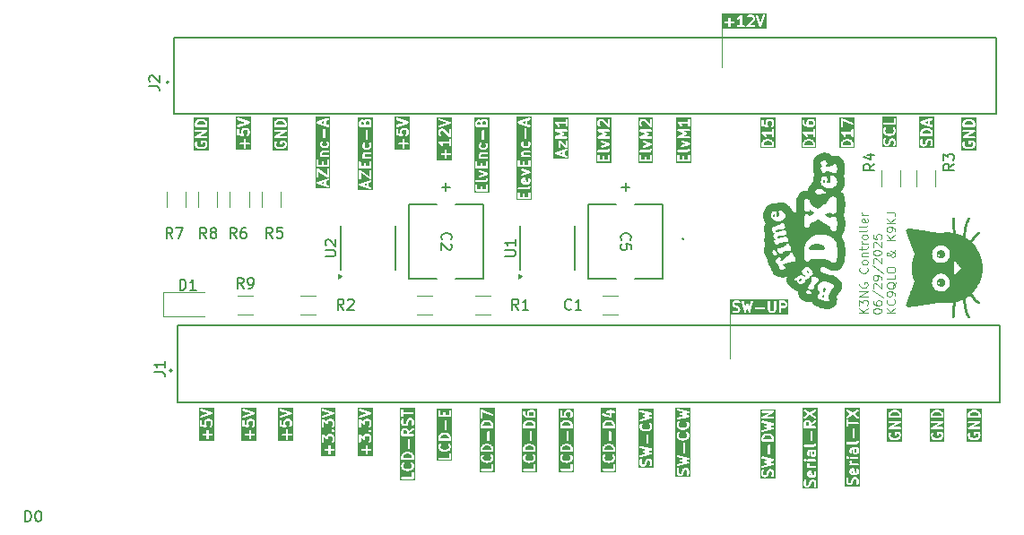
<source format=gbr>
%TF.GenerationSoftware,KiCad,Pcbnew,9.0.2*%
%TF.CreationDate,2025-06-29T11:55:11-05:00*%
%TF.ProjectId,k3ng-Rotator-v2,6b336e67-2d52-46f7-9461-746f722d7632,rev?*%
%TF.SameCoordinates,Original*%
%TF.FileFunction,Legend,Top*%
%TF.FilePolarity,Positive*%
%FSLAX46Y46*%
G04 Gerber Fmt 4.6, Leading zero omitted, Abs format (unit mm)*
G04 Created by KiCad (PCBNEW 9.0.2) date 2025-06-29 11:55:11*
%MOMM*%
%LPD*%
G01*
G04 APERTURE LIST*
%ADD10C,0.200000*%
%ADD11C,0.100000*%
%ADD12C,0.150000*%
%ADD13C,0.000000*%
%ADD14C,0.127000*%
%ADD15C,0.120000*%
%ADD16C,0.152400*%
G04 APERTURE END LIST*
D10*
G36*
X161594218Y-73558011D02*
G01*
X161665127Y-73593465D01*
X161732197Y-73660535D01*
X161767219Y-73765600D01*
X161767219Y-73887469D01*
X160967219Y-73887469D01*
X160967219Y-73765601D01*
X161002240Y-73660536D01*
X161069313Y-73593464D01*
X161140218Y-73558011D01*
X161308099Y-73516041D01*
X161426337Y-73516041D01*
X161594218Y-73558011D01*
G37*
G36*
X162078330Y-74198580D02*
G01*
X160656108Y-74198580D01*
X160656108Y-73749374D01*
X160767219Y-73749374D01*
X160767219Y-73987469D01*
X160769140Y-74006978D01*
X160784072Y-74043026D01*
X160811662Y-74070616D01*
X160847710Y-74085548D01*
X160867219Y-74087469D01*
X161867219Y-74087469D01*
X161886728Y-74085548D01*
X161922776Y-74070616D01*
X161950366Y-74043026D01*
X161965298Y-74006978D01*
X161967219Y-73987469D01*
X161967219Y-73749374D01*
X161966246Y-73739500D01*
X161966434Y-73736866D01*
X161965646Y-73733402D01*
X161965298Y-73729865D01*
X161964286Y-73727423D01*
X161962087Y-73717751D01*
X161914468Y-73574894D01*
X161906477Y-73556994D01*
X161904122Y-73554278D01*
X161902747Y-73550959D01*
X161890311Y-73535806D01*
X161795071Y-73440568D01*
X161787401Y-73434273D01*
X161785672Y-73432279D01*
X161782667Y-73430387D01*
X161779918Y-73428131D01*
X161777474Y-73427118D01*
X161769082Y-73421836D01*
X161673844Y-73374217D01*
X161672417Y-73373671D01*
X161671837Y-73373241D01*
X161663660Y-73370319D01*
X161655536Y-73367211D01*
X161654813Y-73367159D01*
X161653376Y-73366646D01*
X161462901Y-73319027D01*
X161459519Y-73318526D01*
X161458156Y-73317962D01*
X161450805Y-73317238D01*
X161443508Y-73316159D01*
X161442049Y-73316376D01*
X161438647Y-73316041D01*
X161295790Y-73316041D01*
X161292387Y-73316376D01*
X161290929Y-73316159D01*
X161283631Y-73317238D01*
X161276281Y-73317962D01*
X161274917Y-73318526D01*
X161271536Y-73319027D01*
X161081060Y-73366646D01*
X161079621Y-73367159D01*
X161078901Y-73367211D01*
X161070776Y-73370319D01*
X161062600Y-73373241D01*
X161062020Y-73373670D01*
X161060592Y-73374217D01*
X160965355Y-73421836D01*
X160956956Y-73427122D01*
X160954519Y-73428132D01*
X160951775Y-73430383D01*
X160948764Y-73432279D01*
X160947031Y-73434276D01*
X160939365Y-73440568D01*
X160844127Y-73535806D01*
X160831691Y-73550960D01*
X160830316Y-73554278D01*
X160827961Y-73556994D01*
X160819970Y-73574895D01*
X160772351Y-73717751D01*
X160770151Y-73727422D01*
X160769140Y-73729865D01*
X160768791Y-73733403D01*
X160768004Y-73736867D01*
X160768191Y-73739500D01*
X160767219Y-73749374D01*
X160656108Y-73749374D01*
X160656108Y-72749479D01*
X160767219Y-72749479D01*
X160769140Y-72759084D01*
X160769140Y-72768883D01*
X160772929Y-72778031D01*
X160774871Y-72787739D01*
X160780322Y-72795879D01*
X160784072Y-72804931D01*
X160791071Y-72811930D01*
X160796582Y-72820159D01*
X160811588Y-72832447D01*
X160811662Y-72832521D01*
X160811694Y-72832534D01*
X160811749Y-72832579D01*
X160946365Y-72922323D01*
X161023129Y-72999087D01*
X161063490Y-73079809D01*
X161073933Y-73096399D01*
X161103410Y-73121964D01*
X161140426Y-73134302D01*
X161179346Y-73131537D01*
X161214244Y-73114088D01*
X161239809Y-73084611D01*
X161252148Y-73047595D01*
X161249382Y-73008675D01*
X161242376Y-72990366D01*
X161194757Y-72895129D01*
X161189470Y-72886730D01*
X161188461Y-72884293D01*
X161186209Y-72881549D01*
X161184314Y-72878538D01*
X161182316Y-72876805D01*
X161176025Y-72869139D01*
X161156260Y-72849374D01*
X161767219Y-72849374D01*
X161767219Y-73035088D01*
X161769140Y-73054597D01*
X161784072Y-73090645D01*
X161811662Y-73118235D01*
X161847710Y-73133167D01*
X161886728Y-73133167D01*
X161922776Y-73118235D01*
X161950366Y-73090645D01*
X161965298Y-73054597D01*
X161967219Y-73035088D01*
X161967219Y-72463660D01*
X161965298Y-72444151D01*
X161950366Y-72408103D01*
X161922776Y-72380513D01*
X161886728Y-72365581D01*
X161847710Y-72365581D01*
X161811662Y-72380513D01*
X161784072Y-72408103D01*
X161769140Y-72444151D01*
X161767219Y-72463660D01*
X161767219Y-72649374D01*
X160867219Y-72649374D01*
X160867148Y-72649380D01*
X160867114Y-72649374D01*
X160867012Y-72649394D01*
X160847710Y-72651295D01*
X160838561Y-72655084D01*
X160828854Y-72657026D01*
X160820713Y-72662477D01*
X160811662Y-72666227D01*
X160804662Y-72673226D01*
X160796434Y-72678737D01*
X160790998Y-72686890D01*
X160784072Y-72693817D01*
X160780283Y-72702963D01*
X160774791Y-72711202D01*
X160772889Y-72720812D01*
X160769140Y-72729865D01*
X160769140Y-72739768D01*
X160767219Y-72749479D01*
X160656108Y-72749479D01*
X160656108Y-71463660D01*
X160767219Y-71463660D01*
X160767219Y-72130326D01*
X160769140Y-72149835D01*
X160784072Y-72185883D01*
X160811662Y-72213473D01*
X160847710Y-72228405D01*
X160886728Y-72228405D01*
X160922776Y-72213473D01*
X160950366Y-72185883D01*
X160965298Y-72149835D01*
X160967219Y-72130326D01*
X160967219Y-71615314D01*
X161827827Y-71984145D01*
X161846515Y-71990065D01*
X161885530Y-71990540D01*
X161921758Y-71976049D01*
X161949682Y-71948798D01*
X161965052Y-71912934D01*
X161965528Y-71873919D01*
X161951037Y-71837692D01*
X161923785Y-71809767D01*
X161906611Y-71800316D01*
X160906611Y-71371745D01*
X160887923Y-71365826D01*
X160887301Y-71365818D01*
X160886728Y-71365581D01*
X160867799Y-71365581D01*
X160848907Y-71365351D01*
X160848332Y-71365581D01*
X160847710Y-71365581D01*
X160830212Y-71372828D01*
X160812680Y-71379842D01*
X160812236Y-71380275D01*
X160811662Y-71380513D01*
X160798303Y-71393871D01*
X160784755Y-71407093D01*
X160784509Y-71407665D01*
X160784072Y-71408103D01*
X160776851Y-71425534D01*
X160769385Y-71442956D01*
X160769377Y-71443577D01*
X160769140Y-71444151D01*
X160767219Y-71463660D01*
X160656108Y-71463660D01*
X160656108Y-71254240D01*
X162078330Y-71254240D01*
X162078330Y-74198580D01*
G37*
G36*
X166078330Y-74103342D02*
G01*
X164656108Y-74103342D01*
X164656108Y-73463660D01*
X164767219Y-73463660D01*
X164767219Y-73701755D01*
X164769140Y-73721264D01*
X164770515Y-73724584D01*
X164770770Y-73728168D01*
X164777776Y-73746476D01*
X164825395Y-73841714D01*
X164830680Y-73850110D01*
X164831691Y-73852550D01*
X164833944Y-73855296D01*
X164835838Y-73858304D01*
X164837832Y-73860033D01*
X164844127Y-73867704D01*
X164891746Y-73915322D01*
X164899412Y-73921614D01*
X164901145Y-73923612D01*
X164904153Y-73925505D01*
X164906899Y-73927759D01*
X164909339Y-73928769D01*
X164917736Y-73934055D01*
X165012973Y-73981674D01*
X165031282Y-73988680D01*
X165034865Y-73988934D01*
X165038186Y-73990310D01*
X165057695Y-73992231D01*
X165152933Y-73992231D01*
X165172442Y-73990310D01*
X165175762Y-73988934D01*
X165179346Y-73988680D01*
X165197654Y-73981674D01*
X165292892Y-73934055D01*
X165301288Y-73928769D01*
X165303728Y-73927759D01*
X165306474Y-73925505D01*
X165309482Y-73923612D01*
X165311211Y-73921617D01*
X165318882Y-73915323D01*
X165366500Y-73867704D01*
X165372792Y-73860037D01*
X165374790Y-73858305D01*
X165376683Y-73855296D01*
X165378937Y-73852551D01*
X165379947Y-73850110D01*
X165385233Y-73841714D01*
X165432852Y-73746477D01*
X165433398Y-73745048D01*
X165433828Y-73744469D01*
X165436749Y-73736292D01*
X165439858Y-73728168D01*
X165439909Y-73727447D01*
X165440423Y-73726009D01*
X165485379Y-73546183D01*
X165520833Y-73475276D01*
X165545501Y-73450607D01*
X165605111Y-73420803D01*
X165653135Y-73420803D01*
X165712746Y-73450609D01*
X165737414Y-73475276D01*
X165767219Y-73534886D01*
X165767219Y-73733147D01*
X165724732Y-73860608D01*
X165720385Y-73879724D01*
X165723151Y-73918644D01*
X165740601Y-73953543D01*
X165770077Y-73979108D01*
X165807093Y-73991446D01*
X165846013Y-73988680D01*
X165880912Y-73971230D01*
X165906477Y-73941754D01*
X165914468Y-73923854D01*
X165962087Y-73780997D01*
X165964286Y-73771324D01*
X165965298Y-73768883D01*
X165965646Y-73765345D01*
X165966434Y-73761882D01*
X165966246Y-73759247D01*
X165967219Y-73749374D01*
X165967219Y-73511279D01*
X165965298Y-73491770D01*
X165963922Y-73488449D01*
X165963668Y-73484866D01*
X165956662Y-73466557D01*
X165909043Y-73371320D01*
X165903757Y-73362923D01*
X165902747Y-73360483D01*
X165900493Y-73357737D01*
X165898600Y-73354729D01*
X165896603Y-73352997D01*
X165890310Y-73345329D01*
X165842690Y-73297711D01*
X165835020Y-73291416D01*
X165833291Y-73289422D01*
X165830286Y-73287530D01*
X165827537Y-73285274D01*
X165825093Y-73284262D01*
X165816701Y-73278979D01*
X165721463Y-73231360D01*
X165703155Y-73224354D01*
X165699571Y-73224099D01*
X165696251Y-73222724D01*
X165676742Y-73220803D01*
X165581504Y-73220803D01*
X165561995Y-73222724D01*
X165558674Y-73224099D01*
X165555091Y-73224354D01*
X165536782Y-73231360D01*
X165441545Y-73278979D01*
X165433148Y-73284264D01*
X165430708Y-73285275D01*
X165427962Y-73287528D01*
X165424954Y-73289422D01*
X165423221Y-73291419D01*
X165415555Y-73297712D01*
X165367936Y-73345330D01*
X165361641Y-73353000D01*
X165359647Y-73354730D01*
X165357753Y-73357737D01*
X165355500Y-73360484D01*
X165354489Y-73362923D01*
X165349204Y-73371320D01*
X165301585Y-73466558D01*
X165301039Y-73467984D01*
X165300609Y-73468565D01*
X165297687Y-73476741D01*
X165294579Y-73484866D01*
X165294527Y-73485588D01*
X165294014Y-73487026D01*
X165249057Y-73666850D01*
X165213604Y-73737757D01*
X165188935Y-73762425D01*
X165129326Y-73792231D01*
X165081302Y-73792231D01*
X165021692Y-73762426D01*
X164997024Y-73737757D01*
X164967219Y-73678147D01*
X164967219Y-73479887D01*
X165009706Y-73352426D01*
X165014053Y-73333311D01*
X165011287Y-73294391D01*
X164993837Y-73259492D01*
X164964361Y-73233927D01*
X164927345Y-73221588D01*
X164888425Y-73224355D01*
X164853526Y-73241804D01*
X164827961Y-73271280D01*
X164819970Y-73289181D01*
X164772351Y-73432037D01*
X164770151Y-73441708D01*
X164769140Y-73444151D01*
X164768791Y-73447689D01*
X164768004Y-73451153D01*
X164768191Y-73453786D01*
X164767219Y-73463660D01*
X164656108Y-73463660D01*
X164656108Y-72511279D01*
X164767219Y-72511279D01*
X164767219Y-72606517D01*
X164768191Y-72616390D01*
X164768004Y-72619024D01*
X164768791Y-72622487D01*
X164769140Y-72626026D01*
X164770151Y-72628468D01*
X164772351Y-72638140D01*
X164819970Y-72780996D01*
X164827961Y-72798897D01*
X164830316Y-72801612D01*
X164831691Y-72804931D01*
X164844127Y-72820085D01*
X164939365Y-72915323D01*
X164947031Y-72921614D01*
X164948764Y-72923612D01*
X164951775Y-72925507D01*
X164954519Y-72927759D01*
X164956956Y-72928768D01*
X164965355Y-72934055D01*
X165060592Y-72981674D01*
X165062020Y-72982220D01*
X165062600Y-72982650D01*
X165070776Y-72985571D01*
X165078901Y-72988680D01*
X165079621Y-72988731D01*
X165081060Y-72989245D01*
X165271536Y-73036864D01*
X165274917Y-73037364D01*
X165276281Y-73037929D01*
X165283631Y-73038652D01*
X165290929Y-73039732D01*
X165292387Y-73039514D01*
X165295790Y-73039850D01*
X165438647Y-73039850D01*
X165442049Y-73039514D01*
X165443508Y-73039732D01*
X165450805Y-73038652D01*
X165458156Y-73037929D01*
X165459519Y-73037364D01*
X165462901Y-73036864D01*
X165653376Y-72989245D01*
X165654813Y-72988731D01*
X165655536Y-72988680D01*
X165663660Y-72985571D01*
X165671837Y-72982650D01*
X165672417Y-72982219D01*
X165673844Y-72981674D01*
X165769082Y-72934055D01*
X165777474Y-72928772D01*
X165779918Y-72927760D01*
X165782667Y-72925503D01*
X165785672Y-72923612D01*
X165787401Y-72921617D01*
X165795071Y-72915323D01*
X165890311Y-72820085D01*
X165902747Y-72804932D01*
X165904122Y-72801612D01*
X165906477Y-72798897D01*
X165914468Y-72780997D01*
X165962087Y-72638140D01*
X165964286Y-72628467D01*
X165965298Y-72626026D01*
X165965646Y-72622488D01*
X165966434Y-72619025D01*
X165966246Y-72616390D01*
X165967219Y-72606517D01*
X165967219Y-72511279D01*
X165966246Y-72501405D01*
X165966434Y-72498771D01*
X165965646Y-72495307D01*
X165965298Y-72491770D01*
X165964286Y-72489328D01*
X165962087Y-72479656D01*
X165914468Y-72336799D01*
X165906477Y-72318899D01*
X165904122Y-72316183D01*
X165902747Y-72312864D01*
X165890310Y-72297710D01*
X165842690Y-72250092D01*
X165827537Y-72237655D01*
X165791488Y-72222724D01*
X165752470Y-72222725D01*
X165716422Y-72237656D01*
X165688832Y-72265246D01*
X165673901Y-72301295D01*
X165673902Y-72340313D01*
X165688833Y-72376361D01*
X165701270Y-72391514D01*
X165732197Y-72422440D01*
X165767219Y-72527505D01*
X165767219Y-72590290D01*
X165732197Y-72695355D01*
X165665127Y-72762425D01*
X165594218Y-72797879D01*
X165426337Y-72839850D01*
X165308099Y-72839850D01*
X165140218Y-72797879D01*
X165069313Y-72762427D01*
X165002240Y-72695354D01*
X164967219Y-72590290D01*
X164967219Y-72527506D01*
X165002240Y-72422440D01*
X165033167Y-72391514D01*
X165045604Y-72376361D01*
X165060535Y-72340312D01*
X165060535Y-72301294D01*
X165045604Y-72265246D01*
X165018014Y-72237656D01*
X164981966Y-72222725D01*
X164942948Y-72222725D01*
X164906899Y-72237656D01*
X164891746Y-72250093D01*
X164844127Y-72297711D01*
X164831691Y-72312865D01*
X164830316Y-72316183D01*
X164827961Y-72318899D01*
X164819970Y-72336800D01*
X164772351Y-72479656D01*
X164770151Y-72489327D01*
X164769140Y-72491770D01*
X164768791Y-72495308D01*
X164768004Y-72498772D01*
X164768191Y-72501405D01*
X164767219Y-72511279D01*
X164656108Y-72511279D01*
X164656108Y-71872722D01*
X164769140Y-71872722D01*
X164769140Y-71911740D01*
X164784072Y-71947788D01*
X164811662Y-71975378D01*
X164847710Y-71990310D01*
X164867219Y-71992231D01*
X165867219Y-71992231D01*
X165886728Y-71990310D01*
X165922776Y-71975378D01*
X165950366Y-71947788D01*
X165965298Y-71911740D01*
X165967219Y-71892231D01*
X165967219Y-71416041D01*
X165965298Y-71396532D01*
X165950366Y-71360484D01*
X165922776Y-71332894D01*
X165886728Y-71317962D01*
X165847710Y-71317962D01*
X165811662Y-71332894D01*
X165784072Y-71360484D01*
X165769140Y-71396532D01*
X165767219Y-71416041D01*
X165767219Y-71792231D01*
X164867219Y-71792231D01*
X164847710Y-71794152D01*
X164811662Y-71809084D01*
X164784072Y-71836674D01*
X164769140Y-71872722D01*
X164656108Y-71872722D01*
X164656108Y-71206851D01*
X166078330Y-71206851D01*
X166078330Y-74103342D01*
G37*
G36*
X157980468Y-73558011D02*
G01*
X158051377Y-73593465D01*
X158118447Y-73660535D01*
X158153469Y-73765600D01*
X158153469Y-73887469D01*
X157353469Y-73887469D01*
X157353469Y-73765601D01*
X157388490Y-73660536D01*
X157455563Y-73593464D01*
X157526468Y-73558011D01*
X157694349Y-73516041D01*
X157812587Y-73516041D01*
X157980468Y-73558011D01*
G37*
G36*
X158098996Y-71641085D02*
G01*
X158123664Y-71665752D01*
X158153469Y-71725362D01*
X158153469Y-71868624D01*
X158123664Y-71928233D01*
X158098996Y-71952900D01*
X158039385Y-71982707D01*
X157848504Y-71982707D01*
X157788894Y-71952902D01*
X157764226Y-71928233D01*
X157734421Y-71868623D01*
X157734421Y-71725362D01*
X157764226Y-71665752D01*
X157788894Y-71641083D01*
X157848504Y-71611279D01*
X158039385Y-71611279D01*
X158098996Y-71641085D01*
G37*
G36*
X158464580Y-74198580D02*
G01*
X157042358Y-74198580D01*
X157042358Y-73749374D01*
X157153469Y-73749374D01*
X157153469Y-73987469D01*
X157155390Y-74006978D01*
X157170322Y-74043026D01*
X157197912Y-74070616D01*
X157233960Y-74085548D01*
X157253469Y-74087469D01*
X158253469Y-74087469D01*
X158272978Y-74085548D01*
X158309026Y-74070616D01*
X158336616Y-74043026D01*
X158351548Y-74006978D01*
X158353469Y-73987469D01*
X158353469Y-73749374D01*
X158352496Y-73739500D01*
X158352684Y-73736866D01*
X158351896Y-73733402D01*
X158351548Y-73729865D01*
X158350536Y-73727423D01*
X158348337Y-73717751D01*
X158300718Y-73574894D01*
X158292727Y-73556994D01*
X158290372Y-73554278D01*
X158288997Y-73550959D01*
X158276561Y-73535806D01*
X158181321Y-73440568D01*
X158173651Y-73434273D01*
X158171922Y-73432279D01*
X158168917Y-73430387D01*
X158166168Y-73428131D01*
X158163724Y-73427118D01*
X158155332Y-73421836D01*
X158060094Y-73374217D01*
X158058667Y-73373671D01*
X158058087Y-73373241D01*
X158049910Y-73370319D01*
X158041786Y-73367211D01*
X158041063Y-73367159D01*
X158039626Y-73366646D01*
X157849151Y-73319027D01*
X157845769Y-73318526D01*
X157844406Y-73317962D01*
X157837055Y-73317238D01*
X157829758Y-73316159D01*
X157828299Y-73316376D01*
X157824897Y-73316041D01*
X157682040Y-73316041D01*
X157678637Y-73316376D01*
X157677179Y-73316159D01*
X157669881Y-73317238D01*
X157662531Y-73317962D01*
X157661167Y-73318526D01*
X157657786Y-73319027D01*
X157467310Y-73366646D01*
X157465871Y-73367159D01*
X157465151Y-73367211D01*
X157457026Y-73370319D01*
X157448850Y-73373241D01*
X157448270Y-73373670D01*
X157446842Y-73374217D01*
X157351605Y-73421836D01*
X157343206Y-73427122D01*
X157340769Y-73428132D01*
X157338025Y-73430383D01*
X157335014Y-73432279D01*
X157333281Y-73434276D01*
X157325615Y-73440568D01*
X157230377Y-73535806D01*
X157217941Y-73550960D01*
X157216566Y-73554278D01*
X157214211Y-73556994D01*
X157206220Y-73574895D01*
X157158601Y-73717751D01*
X157156401Y-73727422D01*
X157155390Y-73729865D01*
X157155041Y-73733403D01*
X157154254Y-73736867D01*
X157154441Y-73739500D01*
X157153469Y-73749374D01*
X157042358Y-73749374D01*
X157042358Y-72749479D01*
X157153469Y-72749479D01*
X157155390Y-72759084D01*
X157155390Y-72768883D01*
X157159179Y-72778031D01*
X157161121Y-72787739D01*
X157166572Y-72795879D01*
X157170322Y-72804931D01*
X157177321Y-72811930D01*
X157182832Y-72820159D01*
X157197838Y-72832447D01*
X157197912Y-72832521D01*
X157197944Y-72832534D01*
X157197999Y-72832579D01*
X157332615Y-72922323D01*
X157409379Y-72999087D01*
X157449740Y-73079809D01*
X157460183Y-73096399D01*
X157489660Y-73121964D01*
X157526676Y-73134302D01*
X157565596Y-73131537D01*
X157600494Y-73114088D01*
X157626059Y-73084611D01*
X157638398Y-73047595D01*
X157635632Y-73008675D01*
X157628626Y-72990366D01*
X157581007Y-72895129D01*
X157575720Y-72886730D01*
X157574711Y-72884293D01*
X157572459Y-72881549D01*
X157570564Y-72878538D01*
X157568566Y-72876805D01*
X157562275Y-72869139D01*
X157542510Y-72849374D01*
X158153469Y-72849374D01*
X158153469Y-73035088D01*
X158155390Y-73054597D01*
X158170322Y-73090645D01*
X158197912Y-73118235D01*
X158233960Y-73133167D01*
X158272978Y-73133167D01*
X158309026Y-73118235D01*
X158336616Y-73090645D01*
X158351548Y-73054597D01*
X158353469Y-73035088D01*
X158353469Y-72463660D01*
X158351548Y-72444151D01*
X158336616Y-72408103D01*
X158309026Y-72380513D01*
X158272978Y-72365581D01*
X158233960Y-72365581D01*
X158197912Y-72380513D01*
X158170322Y-72408103D01*
X158155390Y-72444151D01*
X158153469Y-72463660D01*
X158153469Y-72649374D01*
X157253469Y-72649374D01*
X157253398Y-72649380D01*
X157253364Y-72649374D01*
X157253262Y-72649394D01*
X157233960Y-72651295D01*
X157224811Y-72655084D01*
X157215104Y-72657026D01*
X157206963Y-72662477D01*
X157197912Y-72666227D01*
X157190912Y-72673226D01*
X157182684Y-72678737D01*
X157177248Y-72686890D01*
X157170322Y-72693817D01*
X157166533Y-72702963D01*
X157161041Y-72711202D01*
X157159139Y-72720812D01*
X157155390Y-72729865D01*
X157155390Y-72739768D01*
X157153469Y-72749479D01*
X157042358Y-72749479D01*
X157042358Y-71606517D01*
X157153469Y-71606517D01*
X157153469Y-71796993D01*
X157155390Y-71816502D01*
X157156765Y-71819822D01*
X157157020Y-71823406D01*
X157164026Y-71841714D01*
X157211645Y-71936952D01*
X157216930Y-71945348D01*
X157217941Y-71947788D01*
X157220194Y-71950534D01*
X157222088Y-71953542D01*
X157224082Y-71955271D01*
X157230377Y-71962942D01*
X157277996Y-72010560D01*
X157278048Y-72010603D01*
X157278070Y-72010635D01*
X157285663Y-72016852D01*
X157293149Y-72022997D01*
X157293183Y-72023011D01*
X157293237Y-72023055D01*
X157436094Y-72118293D01*
X157446863Y-72124035D01*
X157448850Y-72125507D01*
X157451195Y-72126345D01*
X157453392Y-72127516D01*
X157455815Y-72127995D01*
X157467310Y-72132102D01*
X157657786Y-72179721D01*
X157661167Y-72180221D01*
X157662531Y-72180786D01*
X157669881Y-72181509D01*
X157677179Y-72182589D01*
X157678637Y-72182371D01*
X157682040Y-72182707D01*
X158062992Y-72182707D01*
X158082501Y-72180786D01*
X158085821Y-72179410D01*
X158089405Y-72179156D01*
X158107713Y-72172150D01*
X158202951Y-72124531D01*
X158211343Y-72119247D01*
X158213787Y-72118236D01*
X158216536Y-72115979D01*
X158219541Y-72114088D01*
X158221270Y-72112093D01*
X158228940Y-72105799D01*
X158276560Y-72058181D01*
X158282853Y-72050512D01*
X158284850Y-72048781D01*
X158286743Y-72045772D01*
X158288997Y-72043027D01*
X158290007Y-72040586D01*
X158295293Y-72032190D01*
X158342912Y-71936953D01*
X158349918Y-71918644D01*
X158350172Y-71915060D01*
X158351548Y-71911740D01*
X158353469Y-71892231D01*
X158353469Y-71701755D01*
X158351548Y-71682246D01*
X158350172Y-71678925D01*
X158349918Y-71675342D01*
X158342912Y-71657033D01*
X158295293Y-71561796D01*
X158290007Y-71553399D01*
X158288997Y-71550959D01*
X158286743Y-71548213D01*
X158284850Y-71545205D01*
X158282853Y-71543473D01*
X158276560Y-71535805D01*
X158228940Y-71488187D01*
X158221270Y-71481892D01*
X158219541Y-71479898D01*
X158216536Y-71478006D01*
X158213787Y-71475750D01*
X158211343Y-71474738D01*
X158202951Y-71469455D01*
X158107713Y-71421836D01*
X158089405Y-71414830D01*
X158085821Y-71414575D01*
X158082501Y-71413200D01*
X158062992Y-71411279D01*
X157824897Y-71411279D01*
X157805388Y-71413200D01*
X157802067Y-71414575D01*
X157798484Y-71414830D01*
X157780175Y-71421836D01*
X157684938Y-71469455D01*
X157676541Y-71474740D01*
X157674101Y-71475751D01*
X157671355Y-71478004D01*
X157668347Y-71479898D01*
X157666614Y-71481895D01*
X157658948Y-71488188D01*
X157611329Y-71535806D01*
X157605034Y-71543476D01*
X157603040Y-71545206D01*
X157601146Y-71548213D01*
X157598893Y-71550960D01*
X157597882Y-71553399D01*
X157592597Y-71561796D01*
X157544978Y-71657034D01*
X157537972Y-71675342D01*
X157537717Y-71678925D01*
X157536342Y-71682246D01*
X157534421Y-71701755D01*
X157534421Y-71892231D01*
X157536342Y-71911740D01*
X157537717Y-71915060D01*
X157537972Y-71918644D01*
X157544978Y-71936952D01*
X157549784Y-71946565D01*
X157532622Y-71942275D01*
X157412415Y-71862137D01*
X157383274Y-71832995D01*
X157353469Y-71773385D01*
X157353469Y-71606517D01*
X157351548Y-71587008D01*
X157336616Y-71550960D01*
X157309026Y-71523370D01*
X157272978Y-71508438D01*
X157233960Y-71508438D01*
X157197912Y-71523370D01*
X157170322Y-71550960D01*
X157155390Y-71587008D01*
X157153469Y-71606517D01*
X157042358Y-71606517D01*
X157042358Y-71300168D01*
X158464580Y-71300168D01*
X158464580Y-74198580D01*
G37*
G36*
X154111649Y-73558011D02*
G01*
X154182558Y-73593465D01*
X154249628Y-73660535D01*
X154284650Y-73765600D01*
X154284650Y-73887469D01*
X153484650Y-73887469D01*
X153484650Y-73765601D01*
X153519671Y-73660536D01*
X153586744Y-73593464D01*
X153657649Y-73558011D01*
X153825530Y-73516041D01*
X153943768Y-73516041D01*
X154111649Y-73558011D01*
G37*
G36*
X154595761Y-74198580D02*
G01*
X153173539Y-74198580D01*
X153173539Y-73749374D01*
X153284650Y-73749374D01*
X153284650Y-73987469D01*
X153286571Y-74006978D01*
X153301503Y-74043026D01*
X153329093Y-74070616D01*
X153365141Y-74085548D01*
X153384650Y-74087469D01*
X154384650Y-74087469D01*
X154404159Y-74085548D01*
X154440207Y-74070616D01*
X154467797Y-74043026D01*
X154482729Y-74006978D01*
X154484650Y-73987469D01*
X154484650Y-73749374D01*
X154483677Y-73739500D01*
X154483865Y-73736866D01*
X154483077Y-73733402D01*
X154482729Y-73729865D01*
X154481717Y-73727423D01*
X154479518Y-73717751D01*
X154431899Y-73574894D01*
X154423908Y-73556994D01*
X154421553Y-73554278D01*
X154420178Y-73550959D01*
X154407742Y-73535806D01*
X154312502Y-73440568D01*
X154304832Y-73434273D01*
X154303103Y-73432279D01*
X154300098Y-73430387D01*
X154297349Y-73428131D01*
X154294905Y-73427118D01*
X154286513Y-73421836D01*
X154191275Y-73374217D01*
X154189848Y-73373671D01*
X154189268Y-73373241D01*
X154181091Y-73370319D01*
X154172967Y-73367211D01*
X154172244Y-73367159D01*
X154170807Y-73366646D01*
X153980332Y-73319027D01*
X153976950Y-73318526D01*
X153975587Y-73317962D01*
X153968236Y-73317238D01*
X153960939Y-73316159D01*
X153959480Y-73316376D01*
X153956078Y-73316041D01*
X153813221Y-73316041D01*
X153809818Y-73316376D01*
X153808360Y-73316159D01*
X153801062Y-73317238D01*
X153793712Y-73317962D01*
X153792348Y-73318526D01*
X153788967Y-73319027D01*
X153598491Y-73366646D01*
X153597052Y-73367159D01*
X153596332Y-73367211D01*
X153588207Y-73370319D01*
X153580031Y-73373241D01*
X153579451Y-73373670D01*
X153578023Y-73374217D01*
X153482786Y-73421836D01*
X153474387Y-73427122D01*
X153471950Y-73428132D01*
X153469206Y-73430383D01*
X153466195Y-73432279D01*
X153464462Y-73434276D01*
X153456796Y-73440568D01*
X153361558Y-73535806D01*
X153349122Y-73550960D01*
X153347747Y-73554278D01*
X153345392Y-73556994D01*
X153337401Y-73574895D01*
X153289782Y-73717751D01*
X153287582Y-73727422D01*
X153286571Y-73729865D01*
X153286222Y-73733403D01*
X153285435Y-73736867D01*
X153285622Y-73739500D01*
X153284650Y-73749374D01*
X153173539Y-73749374D01*
X153173539Y-72749479D01*
X153284650Y-72749479D01*
X153286571Y-72759084D01*
X153286571Y-72768883D01*
X153290360Y-72778031D01*
X153292302Y-72787739D01*
X153297753Y-72795879D01*
X153301503Y-72804931D01*
X153308502Y-72811930D01*
X153314013Y-72820159D01*
X153329019Y-72832447D01*
X153329093Y-72832521D01*
X153329125Y-72832534D01*
X153329180Y-72832579D01*
X153463796Y-72922323D01*
X153540560Y-72999087D01*
X153580921Y-73079809D01*
X153591364Y-73096399D01*
X153620841Y-73121964D01*
X153657857Y-73134302D01*
X153696777Y-73131537D01*
X153731675Y-73114088D01*
X153757240Y-73084611D01*
X153769579Y-73047595D01*
X153766813Y-73008675D01*
X153759807Y-72990366D01*
X153712188Y-72895129D01*
X153706901Y-72886730D01*
X153705892Y-72884293D01*
X153703640Y-72881549D01*
X153701745Y-72878538D01*
X153699747Y-72876805D01*
X153693456Y-72869139D01*
X153673691Y-72849374D01*
X154284650Y-72849374D01*
X154284650Y-73035088D01*
X154286571Y-73054597D01*
X154301503Y-73090645D01*
X154329093Y-73118235D01*
X154365141Y-73133167D01*
X154404159Y-73133167D01*
X154440207Y-73118235D01*
X154467797Y-73090645D01*
X154482729Y-73054597D01*
X154484650Y-73035088D01*
X154484650Y-72463660D01*
X154482729Y-72444151D01*
X154467797Y-72408103D01*
X154440207Y-72380513D01*
X154404159Y-72365581D01*
X154365141Y-72365581D01*
X154329093Y-72380513D01*
X154301503Y-72408103D01*
X154286571Y-72444151D01*
X154284650Y-72463660D01*
X154284650Y-72649374D01*
X153384650Y-72649374D01*
X153384579Y-72649380D01*
X153384545Y-72649374D01*
X153384443Y-72649394D01*
X153365141Y-72651295D01*
X153355992Y-72655084D01*
X153346285Y-72657026D01*
X153338144Y-72662477D01*
X153329093Y-72666227D01*
X153322093Y-72673226D01*
X153313865Y-72678737D01*
X153308429Y-72686890D01*
X153301503Y-72693817D01*
X153297714Y-72702963D01*
X153292222Y-72711202D01*
X153290320Y-72720812D01*
X153286571Y-72729865D01*
X153286571Y-72739768D01*
X153284650Y-72749479D01*
X153173539Y-72749479D01*
X153173539Y-71558898D01*
X153284650Y-71558898D01*
X153284650Y-72035088D01*
X153285360Y-72042304D01*
X153285117Y-72044741D01*
X153285834Y-72047119D01*
X153286571Y-72054597D01*
X153292167Y-72068106D01*
X153296388Y-72082096D01*
X153299575Y-72085992D01*
X153301503Y-72090645D01*
X153311839Y-72100981D01*
X153321095Y-72112294D01*
X153325532Y-72114674D01*
X153329093Y-72118235D01*
X153342598Y-72123829D01*
X153355479Y-72130739D01*
X153362843Y-72132215D01*
X153365141Y-72133167D01*
X153367591Y-72133167D01*
X153374700Y-72134592D01*
X153850890Y-72182211D01*
X153870493Y-72182240D01*
X153875315Y-72180785D01*
X153880349Y-72180785D01*
X153893853Y-72175191D01*
X153907848Y-72170969D01*
X153911744Y-72167781D01*
X153916397Y-72165854D01*
X153926733Y-72155517D01*
X153938046Y-72146262D01*
X153940426Y-72141824D01*
X153943987Y-72138264D01*
X153949579Y-72124761D01*
X153956491Y-72111878D01*
X153956992Y-72106865D01*
X153958918Y-72102216D01*
X153958918Y-72087605D01*
X153960373Y-72073054D01*
X153958918Y-72068231D01*
X153958918Y-72063198D01*
X153953324Y-72049692D01*
X153949102Y-72035699D01*
X153945914Y-72031803D01*
X153943987Y-72027149D01*
X153931550Y-72011996D01*
X153895407Y-71975852D01*
X153865602Y-71916242D01*
X153865602Y-71725362D01*
X153895407Y-71665752D01*
X153920075Y-71641083D01*
X153979685Y-71611279D01*
X154170566Y-71611279D01*
X154230177Y-71641085D01*
X154254845Y-71665752D01*
X154284650Y-71725362D01*
X154284650Y-71916243D01*
X154254845Y-71975852D01*
X154218701Y-72011996D01*
X154206264Y-72027149D01*
X154191333Y-72063197D01*
X154191332Y-72102215D01*
X154206263Y-72138264D01*
X154233853Y-72165854D01*
X154269901Y-72180785D01*
X154308919Y-72180786D01*
X154344968Y-72165855D01*
X154360121Y-72153418D01*
X154407741Y-72105800D01*
X154414034Y-72098131D01*
X154416031Y-72096400D01*
X154417924Y-72093391D01*
X154420178Y-72090646D01*
X154421188Y-72088205D01*
X154426474Y-72079809D01*
X154474093Y-71984572D01*
X154481099Y-71966263D01*
X154481353Y-71962679D01*
X154482729Y-71959359D01*
X154484650Y-71939850D01*
X154484650Y-71701755D01*
X154482729Y-71682246D01*
X154481353Y-71678925D01*
X154481099Y-71675342D01*
X154474093Y-71657033D01*
X154426474Y-71561796D01*
X154421188Y-71553399D01*
X154420178Y-71550959D01*
X154417924Y-71548213D01*
X154416031Y-71545205D01*
X154414034Y-71543473D01*
X154407741Y-71535805D01*
X154360121Y-71488187D01*
X154352451Y-71481892D01*
X154350722Y-71479898D01*
X154347717Y-71478006D01*
X154344968Y-71475750D01*
X154342524Y-71474738D01*
X154334132Y-71469455D01*
X154238894Y-71421836D01*
X154220586Y-71414830D01*
X154217002Y-71414575D01*
X154213682Y-71413200D01*
X154194173Y-71411279D01*
X153956078Y-71411279D01*
X153936569Y-71413200D01*
X153933248Y-71414575D01*
X153929665Y-71414830D01*
X153911356Y-71421836D01*
X153816119Y-71469455D01*
X153807722Y-71474740D01*
X153805282Y-71475751D01*
X153802536Y-71478004D01*
X153799528Y-71479898D01*
X153797795Y-71481895D01*
X153790129Y-71488188D01*
X153742510Y-71535806D01*
X153736215Y-71543476D01*
X153734221Y-71545206D01*
X153732327Y-71548213D01*
X153730074Y-71550960D01*
X153729063Y-71553399D01*
X153723778Y-71561796D01*
X153676159Y-71657034D01*
X153669153Y-71675342D01*
X153668898Y-71678925D01*
X153667523Y-71682246D01*
X153665602Y-71701755D01*
X153665602Y-71939850D01*
X153667523Y-71959359D01*
X153668898Y-71962679D01*
X153668922Y-71963016D01*
X153484650Y-71944589D01*
X153484650Y-71558898D01*
X153482729Y-71539389D01*
X153467797Y-71503341D01*
X153440207Y-71475751D01*
X153404159Y-71460819D01*
X153365141Y-71460819D01*
X153329093Y-71475751D01*
X153301503Y-71503341D01*
X153286571Y-71539389D01*
X153284650Y-71558898D01*
X153173539Y-71558898D01*
X153173539Y-71300168D01*
X154595761Y-71300168D01*
X154595761Y-74198580D01*
G37*
G36*
X146578330Y-105249918D02*
G01*
X145156108Y-105249918D01*
X145156108Y-104610236D01*
X145267219Y-104610236D01*
X145267219Y-104848331D01*
X145269140Y-104867840D01*
X145270515Y-104871160D01*
X145270770Y-104874744D01*
X145277776Y-104893052D01*
X145325395Y-104988290D01*
X145330680Y-104996686D01*
X145331691Y-104999126D01*
X145333944Y-105001872D01*
X145335838Y-105004880D01*
X145337832Y-105006609D01*
X145344127Y-105014280D01*
X145391746Y-105061898D01*
X145399412Y-105068190D01*
X145401145Y-105070188D01*
X145404153Y-105072081D01*
X145406899Y-105074335D01*
X145409339Y-105075345D01*
X145417736Y-105080631D01*
X145512973Y-105128250D01*
X145531282Y-105135256D01*
X145534865Y-105135510D01*
X145538186Y-105136886D01*
X145557695Y-105138807D01*
X145652933Y-105138807D01*
X145672442Y-105136886D01*
X145675762Y-105135510D01*
X145679346Y-105135256D01*
X145697654Y-105128250D01*
X145792892Y-105080631D01*
X145801288Y-105075345D01*
X145803728Y-105074335D01*
X145806474Y-105072081D01*
X145809482Y-105070188D01*
X145811211Y-105068193D01*
X145818882Y-105061899D01*
X145866500Y-105014280D01*
X145872792Y-105006613D01*
X145874790Y-105004881D01*
X145876683Y-105001872D01*
X145878937Y-104999127D01*
X145879947Y-104996686D01*
X145885233Y-104988290D01*
X145932852Y-104893053D01*
X145933398Y-104891624D01*
X145933828Y-104891045D01*
X145936749Y-104882868D01*
X145939858Y-104874744D01*
X145939909Y-104874023D01*
X145940423Y-104872585D01*
X145985379Y-104692759D01*
X146020833Y-104621852D01*
X146045501Y-104597183D01*
X146105111Y-104567379D01*
X146153135Y-104567379D01*
X146212746Y-104597185D01*
X146237414Y-104621852D01*
X146267219Y-104681462D01*
X146267219Y-104879723D01*
X146224732Y-105007184D01*
X146220385Y-105026300D01*
X146223151Y-105065220D01*
X146240601Y-105100119D01*
X146270077Y-105125684D01*
X146307093Y-105138022D01*
X146346013Y-105135256D01*
X146380912Y-105117806D01*
X146406477Y-105088330D01*
X146414468Y-105070430D01*
X146462087Y-104927573D01*
X146464286Y-104917900D01*
X146465298Y-104915459D01*
X146465646Y-104911921D01*
X146466434Y-104908458D01*
X146466246Y-104905823D01*
X146467219Y-104895950D01*
X146467219Y-104657855D01*
X146465298Y-104638346D01*
X146463922Y-104635025D01*
X146463668Y-104631442D01*
X146456662Y-104613133D01*
X146409043Y-104517896D01*
X146403757Y-104509499D01*
X146402747Y-104507059D01*
X146400493Y-104504313D01*
X146398600Y-104501305D01*
X146396603Y-104499573D01*
X146390310Y-104491905D01*
X146342690Y-104444287D01*
X146335020Y-104437992D01*
X146333291Y-104435998D01*
X146330286Y-104434106D01*
X146327537Y-104431850D01*
X146325093Y-104430838D01*
X146316701Y-104425555D01*
X146221463Y-104377936D01*
X146203155Y-104370930D01*
X146199571Y-104370675D01*
X146196251Y-104369300D01*
X146176742Y-104367379D01*
X146081504Y-104367379D01*
X146061995Y-104369300D01*
X146058674Y-104370675D01*
X146055091Y-104370930D01*
X146036782Y-104377936D01*
X145941545Y-104425555D01*
X145933148Y-104430840D01*
X145930708Y-104431851D01*
X145927962Y-104434104D01*
X145924954Y-104435998D01*
X145923221Y-104437995D01*
X145915555Y-104444288D01*
X145867936Y-104491906D01*
X145861641Y-104499576D01*
X145859647Y-104501306D01*
X145857753Y-104504313D01*
X145855500Y-104507060D01*
X145854489Y-104509499D01*
X145849204Y-104517896D01*
X145801585Y-104613134D01*
X145801039Y-104614560D01*
X145800609Y-104615141D01*
X145797687Y-104623317D01*
X145794579Y-104631442D01*
X145794527Y-104632164D01*
X145794014Y-104633602D01*
X145749057Y-104813426D01*
X145713604Y-104884333D01*
X145688935Y-104909001D01*
X145629326Y-104938807D01*
X145581302Y-104938807D01*
X145521692Y-104909002D01*
X145497024Y-104884333D01*
X145467219Y-104824723D01*
X145467219Y-104626463D01*
X145509706Y-104499002D01*
X145514053Y-104479887D01*
X145511287Y-104440967D01*
X145493837Y-104406068D01*
X145464361Y-104380503D01*
X145427345Y-104368164D01*
X145388425Y-104370931D01*
X145353526Y-104388380D01*
X145327961Y-104417856D01*
X145319970Y-104435757D01*
X145272351Y-104578613D01*
X145270151Y-104588284D01*
X145269140Y-104590727D01*
X145268791Y-104594265D01*
X145268004Y-104597729D01*
X145268191Y-104600362D01*
X145267219Y-104610236D01*
X145156108Y-104610236D01*
X145156108Y-103273164D01*
X145267288Y-103273164D01*
X145273465Y-103311691D01*
X145293914Y-103344921D01*
X145325523Y-103367796D01*
X145344057Y-103374184D01*
X145958529Y-103520486D01*
X145627167Y-103608850D01*
X145622592Y-103610565D01*
X145620676Y-103610820D01*
X145618401Y-103612136D01*
X145608811Y-103615733D01*
X145598325Y-103623759D01*
X145586908Y-103630369D01*
X145582971Y-103635512D01*
X145577828Y-103639449D01*
X145571218Y-103650866D01*
X145563192Y-103661352D01*
X145561521Y-103667615D01*
X145558279Y-103673217D01*
X145556541Y-103686294D01*
X145553139Y-103699053D01*
X145553992Y-103705474D01*
X145553139Y-103711895D01*
X145556541Y-103724653D01*
X145558279Y-103737731D01*
X145561521Y-103743332D01*
X145563192Y-103749596D01*
X145571218Y-103760081D01*
X145577828Y-103771499D01*
X145582971Y-103775435D01*
X145586908Y-103780579D01*
X145598325Y-103787188D01*
X145608811Y-103795215D01*
X145618401Y-103798811D01*
X145620676Y-103800128D01*
X145622592Y-103800382D01*
X145627167Y-103802098D01*
X145958529Y-103890461D01*
X145344057Y-104036764D01*
X145325523Y-104043152D01*
X145293914Y-104066027D01*
X145273465Y-104099257D01*
X145267288Y-104137784D01*
X145276326Y-104175741D01*
X145299201Y-104207350D01*
X145332431Y-104227799D01*
X145370958Y-104233976D01*
X145390381Y-104231326D01*
X146390381Y-103993231D01*
X146397073Y-103990924D01*
X146399477Y-103990605D01*
X146401649Y-103989347D01*
X146408915Y-103986843D01*
X146420677Y-103978330D01*
X146433244Y-103971055D01*
X146436364Y-103966977D01*
X146440524Y-103963968D01*
X146448131Y-103951605D01*
X146456960Y-103940072D01*
X146458283Y-103935108D01*
X146460973Y-103930738D01*
X146463271Y-103916403D01*
X146467013Y-103902371D01*
X146466336Y-103897282D01*
X146467150Y-103892211D01*
X146463785Y-103878082D01*
X146461874Y-103863693D01*
X146459301Y-103859249D01*
X146458112Y-103854254D01*
X146449598Y-103842489D01*
X146442324Y-103829925D01*
X146438246Y-103826804D01*
X146435237Y-103822645D01*
X146422874Y-103815037D01*
X146411341Y-103806209D01*
X146404141Y-103803509D01*
X146402007Y-103802196D01*
X146399615Y-103801812D01*
X146392986Y-103799327D01*
X146041038Y-103705474D01*
X146392986Y-103611621D01*
X146399615Y-103609135D01*
X146402007Y-103608752D01*
X146404141Y-103607438D01*
X146411341Y-103604739D01*
X146422874Y-103595910D01*
X146435237Y-103588303D01*
X146438246Y-103584143D01*
X146442324Y-103581023D01*
X146449598Y-103568458D01*
X146458112Y-103556694D01*
X146459301Y-103551698D01*
X146461874Y-103547255D01*
X146463785Y-103532865D01*
X146467150Y-103518737D01*
X146466336Y-103513665D01*
X146467013Y-103508577D01*
X146463271Y-103494544D01*
X146460973Y-103480210D01*
X146458283Y-103475839D01*
X146456960Y-103470876D01*
X146448131Y-103459342D01*
X146440524Y-103446980D01*
X146436364Y-103443970D01*
X146433244Y-103439893D01*
X146420677Y-103432617D01*
X146408915Y-103424105D01*
X146401649Y-103421600D01*
X146399477Y-103420343D01*
X146397073Y-103420023D01*
X146390381Y-103417717D01*
X145390381Y-103179622D01*
X145370958Y-103176972D01*
X145332431Y-103183149D01*
X145299201Y-103203598D01*
X145276326Y-103235207D01*
X145267288Y-103273164D01*
X145156108Y-103273164D01*
X145156108Y-102134046D01*
X145886266Y-102134046D01*
X145886266Y-102895950D01*
X145888187Y-102915459D01*
X145903119Y-102951507D01*
X145930709Y-102979097D01*
X145966757Y-102994029D01*
X146005775Y-102994029D01*
X146041823Y-102979097D01*
X146069413Y-102951507D01*
X146084345Y-102915459D01*
X146086266Y-102895950D01*
X146086266Y-102134046D01*
X146084345Y-102114537D01*
X146069413Y-102078489D01*
X146041823Y-102050899D01*
X146005775Y-102035967D01*
X145966757Y-102035967D01*
X145930709Y-102050899D01*
X145903119Y-102078489D01*
X145888187Y-102114537D01*
X145886266Y-102134046D01*
X145156108Y-102134046D01*
X145156108Y-101276903D01*
X145267219Y-101276903D01*
X145267219Y-101372141D01*
X145268191Y-101382014D01*
X145268004Y-101384648D01*
X145268791Y-101388111D01*
X145269140Y-101391650D01*
X145270151Y-101394092D01*
X145272351Y-101403764D01*
X145319970Y-101546620D01*
X145327961Y-101564521D01*
X145330316Y-101567236D01*
X145331691Y-101570555D01*
X145344127Y-101585709D01*
X145439365Y-101680947D01*
X145447031Y-101687238D01*
X145448764Y-101689236D01*
X145451775Y-101691131D01*
X145454519Y-101693383D01*
X145456956Y-101694392D01*
X145465355Y-101699679D01*
X145560592Y-101747298D01*
X145562020Y-101747844D01*
X145562600Y-101748274D01*
X145570776Y-101751195D01*
X145578901Y-101754304D01*
X145579621Y-101754355D01*
X145581060Y-101754869D01*
X145771536Y-101802488D01*
X145774917Y-101802988D01*
X145776281Y-101803553D01*
X145783631Y-101804276D01*
X145790929Y-101805356D01*
X145792387Y-101805138D01*
X145795790Y-101805474D01*
X145938647Y-101805474D01*
X145942049Y-101805138D01*
X145943508Y-101805356D01*
X145950805Y-101804276D01*
X145958156Y-101803553D01*
X145959519Y-101802988D01*
X145962901Y-101802488D01*
X146153376Y-101754869D01*
X146154813Y-101754355D01*
X146155536Y-101754304D01*
X146163660Y-101751195D01*
X146171837Y-101748274D01*
X146172417Y-101747843D01*
X146173844Y-101747298D01*
X146269082Y-101699679D01*
X146277474Y-101694396D01*
X146279918Y-101693384D01*
X146282667Y-101691127D01*
X146285672Y-101689236D01*
X146287401Y-101687241D01*
X146295071Y-101680947D01*
X146390311Y-101585709D01*
X146402747Y-101570556D01*
X146404122Y-101567236D01*
X146406477Y-101564521D01*
X146414468Y-101546621D01*
X146462087Y-101403764D01*
X146464286Y-101394091D01*
X146465298Y-101391650D01*
X146465646Y-101388112D01*
X146466434Y-101384649D01*
X146466246Y-101382014D01*
X146467219Y-101372141D01*
X146467219Y-101276903D01*
X146466246Y-101267029D01*
X146466434Y-101264395D01*
X146465646Y-101260931D01*
X146465298Y-101257394D01*
X146464286Y-101254952D01*
X146462087Y-101245280D01*
X146414468Y-101102423D01*
X146406477Y-101084523D01*
X146404122Y-101081807D01*
X146402747Y-101078488D01*
X146390310Y-101063334D01*
X146342690Y-101015716D01*
X146327537Y-101003279D01*
X146291488Y-100988348D01*
X146252470Y-100988349D01*
X146216422Y-101003280D01*
X146188832Y-101030870D01*
X146173901Y-101066919D01*
X146173902Y-101105937D01*
X146188833Y-101141985D01*
X146201270Y-101157138D01*
X146232197Y-101188064D01*
X146267219Y-101293129D01*
X146267219Y-101355914D01*
X146232197Y-101460979D01*
X146165127Y-101528049D01*
X146094218Y-101563503D01*
X145926337Y-101605474D01*
X145808099Y-101605474D01*
X145640218Y-101563503D01*
X145569313Y-101528051D01*
X145502240Y-101460978D01*
X145467219Y-101355914D01*
X145467219Y-101293130D01*
X145502240Y-101188064D01*
X145533167Y-101157138D01*
X145545604Y-101141985D01*
X145560535Y-101105936D01*
X145560535Y-101066918D01*
X145545604Y-101030870D01*
X145518014Y-101003280D01*
X145481966Y-100988349D01*
X145442948Y-100988349D01*
X145406899Y-101003280D01*
X145391746Y-101015717D01*
X145344127Y-101063335D01*
X145331691Y-101078489D01*
X145330316Y-101081807D01*
X145327961Y-101084523D01*
X145319970Y-101102424D01*
X145272351Y-101245280D01*
X145270151Y-101254951D01*
X145269140Y-101257394D01*
X145268791Y-101260932D01*
X145268004Y-101264396D01*
X145268191Y-101267029D01*
X145267219Y-101276903D01*
X145156108Y-101276903D01*
X145156108Y-100276903D01*
X145267219Y-100276903D01*
X145267219Y-100372141D01*
X145268191Y-100382014D01*
X145268004Y-100384648D01*
X145268791Y-100388111D01*
X145269140Y-100391650D01*
X145270151Y-100394092D01*
X145272351Y-100403764D01*
X145319970Y-100546620D01*
X145327961Y-100564521D01*
X145330316Y-100567236D01*
X145331691Y-100570555D01*
X145344127Y-100585709D01*
X145439365Y-100680947D01*
X145447031Y-100687238D01*
X145448764Y-100689236D01*
X145451775Y-100691131D01*
X145454519Y-100693383D01*
X145456956Y-100694392D01*
X145465355Y-100699679D01*
X145560592Y-100747298D01*
X145562020Y-100747844D01*
X145562600Y-100748274D01*
X145570776Y-100751195D01*
X145578901Y-100754304D01*
X145579621Y-100754355D01*
X145581060Y-100754869D01*
X145771536Y-100802488D01*
X145774917Y-100802988D01*
X145776281Y-100803553D01*
X145783631Y-100804276D01*
X145790929Y-100805356D01*
X145792387Y-100805138D01*
X145795790Y-100805474D01*
X145938647Y-100805474D01*
X145942049Y-100805138D01*
X145943508Y-100805356D01*
X145950805Y-100804276D01*
X145958156Y-100803553D01*
X145959519Y-100802988D01*
X145962901Y-100802488D01*
X146153376Y-100754869D01*
X146154813Y-100754355D01*
X146155536Y-100754304D01*
X146163660Y-100751195D01*
X146171837Y-100748274D01*
X146172417Y-100747843D01*
X146173844Y-100747298D01*
X146269082Y-100699679D01*
X146277474Y-100694396D01*
X146279918Y-100693384D01*
X146282667Y-100691127D01*
X146285672Y-100689236D01*
X146287401Y-100687241D01*
X146295071Y-100680947D01*
X146390311Y-100585709D01*
X146402747Y-100570556D01*
X146404122Y-100567236D01*
X146406477Y-100564521D01*
X146414468Y-100546621D01*
X146462087Y-100403764D01*
X146464286Y-100394091D01*
X146465298Y-100391650D01*
X146465646Y-100388112D01*
X146466434Y-100384649D01*
X146466246Y-100382014D01*
X146467219Y-100372141D01*
X146467219Y-100276903D01*
X146466246Y-100267029D01*
X146466434Y-100264395D01*
X146465646Y-100260931D01*
X146465298Y-100257394D01*
X146464286Y-100254952D01*
X146462087Y-100245280D01*
X146414468Y-100102423D01*
X146406477Y-100084523D01*
X146404122Y-100081807D01*
X146402747Y-100078488D01*
X146390310Y-100063334D01*
X146342690Y-100015716D01*
X146327537Y-100003279D01*
X146291488Y-99988348D01*
X146252470Y-99988349D01*
X146216422Y-100003280D01*
X146188832Y-100030870D01*
X146173901Y-100066919D01*
X146173902Y-100105937D01*
X146188833Y-100141985D01*
X146201270Y-100157138D01*
X146232197Y-100188064D01*
X146267219Y-100293129D01*
X146267219Y-100355914D01*
X146232197Y-100460979D01*
X146165127Y-100528049D01*
X146094218Y-100563503D01*
X145926337Y-100605474D01*
X145808099Y-100605474D01*
X145640218Y-100563503D01*
X145569313Y-100528051D01*
X145502240Y-100460978D01*
X145467219Y-100355914D01*
X145467219Y-100293130D01*
X145502240Y-100188064D01*
X145533167Y-100157138D01*
X145545604Y-100141985D01*
X145560535Y-100105936D01*
X145560535Y-100066918D01*
X145545604Y-100030870D01*
X145518014Y-100003280D01*
X145481966Y-99988349D01*
X145442948Y-99988349D01*
X145406899Y-100003280D01*
X145391746Y-100015717D01*
X145344127Y-100063335D01*
X145331691Y-100078489D01*
X145330316Y-100081807D01*
X145327961Y-100084523D01*
X145319970Y-100102424D01*
X145272351Y-100245280D01*
X145270151Y-100254951D01*
X145269140Y-100257394D01*
X145268791Y-100260932D01*
X145268004Y-100264396D01*
X145268191Y-100267029D01*
X145267219Y-100276903D01*
X145156108Y-100276903D01*
X145156108Y-98892212D01*
X145267288Y-98892212D01*
X145273465Y-98930739D01*
X145293914Y-98963969D01*
X145325523Y-98986844D01*
X145344057Y-98993232D01*
X145958529Y-99139534D01*
X145627167Y-99227898D01*
X145622592Y-99229613D01*
X145620676Y-99229868D01*
X145618401Y-99231184D01*
X145608811Y-99234781D01*
X145598325Y-99242807D01*
X145586908Y-99249417D01*
X145582971Y-99254560D01*
X145577828Y-99258497D01*
X145571218Y-99269914D01*
X145563192Y-99280400D01*
X145561521Y-99286663D01*
X145558279Y-99292265D01*
X145556541Y-99305342D01*
X145553139Y-99318101D01*
X145553992Y-99324522D01*
X145553139Y-99330943D01*
X145556541Y-99343701D01*
X145558279Y-99356779D01*
X145561521Y-99362380D01*
X145563192Y-99368644D01*
X145571218Y-99379129D01*
X145577828Y-99390547D01*
X145582971Y-99394483D01*
X145586908Y-99399627D01*
X145598325Y-99406236D01*
X145608811Y-99414263D01*
X145618401Y-99417859D01*
X145620676Y-99419176D01*
X145622592Y-99419430D01*
X145627167Y-99421146D01*
X145958529Y-99509509D01*
X145344057Y-99655812D01*
X145325523Y-99662200D01*
X145293914Y-99685075D01*
X145273465Y-99718305D01*
X145267288Y-99756832D01*
X145276326Y-99794789D01*
X145299201Y-99826398D01*
X145332431Y-99846847D01*
X145370958Y-99853024D01*
X145390381Y-99850374D01*
X146390381Y-99612279D01*
X146397073Y-99609972D01*
X146399477Y-99609653D01*
X146401649Y-99608395D01*
X146408915Y-99605891D01*
X146420677Y-99597378D01*
X146433244Y-99590103D01*
X146436364Y-99586025D01*
X146440524Y-99583016D01*
X146448131Y-99570653D01*
X146456960Y-99559120D01*
X146458283Y-99554156D01*
X146460973Y-99549786D01*
X146463271Y-99535451D01*
X146467013Y-99521419D01*
X146466336Y-99516330D01*
X146467150Y-99511259D01*
X146463785Y-99497130D01*
X146461874Y-99482741D01*
X146459301Y-99478297D01*
X146458112Y-99473302D01*
X146449598Y-99461537D01*
X146442324Y-99448973D01*
X146438246Y-99445852D01*
X146435237Y-99441693D01*
X146422874Y-99434085D01*
X146411341Y-99425257D01*
X146404141Y-99422557D01*
X146402007Y-99421244D01*
X146399615Y-99420860D01*
X146392986Y-99418375D01*
X146041038Y-99324522D01*
X146392986Y-99230669D01*
X146399615Y-99228183D01*
X146402007Y-99227800D01*
X146404141Y-99226486D01*
X146411341Y-99223787D01*
X146422874Y-99214958D01*
X146435237Y-99207351D01*
X146438246Y-99203191D01*
X146442324Y-99200071D01*
X146449598Y-99187506D01*
X146458112Y-99175742D01*
X146459301Y-99170746D01*
X146461874Y-99166303D01*
X146463785Y-99151913D01*
X146467150Y-99137785D01*
X146466336Y-99132713D01*
X146467013Y-99127625D01*
X146463271Y-99113592D01*
X146460973Y-99099258D01*
X146458283Y-99094887D01*
X146456960Y-99089924D01*
X146448131Y-99078390D01*
X146440524Y-99066028D01*
X146436364Y-99063018D01*
X146433244Y-99058941D01*
X146420677Y-99051665D01*
X146408915Y-99043153D01*
X146401649Y-99040648D01*
X146399477Y-99039391D01*
X146397073Y-99039071D01*
X146390381Y-99036765D01*
X145390381Y-98798670D01*
X145370958Y-98796020D01*
X145332431Y-98802197D01*
X145299201Y-98822646D01*
X145276326Y-98854255D01*
X145267288Y-98892212D01*
X145156108Y-98892212D01*
X145156108Y-98684909D01*
X146578330Y-98684909D01*
X146578330Y-105249918D01*
G37*
G36*
X155459263Y-88798794D02*
G01*
X155483932Y-88823462D01*
X155513737Y-88883072D01*
X155513737Y-88978715D01*
X155483932Y-89038324D01*
X155459263Y-89062992D01*
X155399654Y-89092798D01*
X155142309Y-89092798D01*
X155142309Y-88768989D01*
X155399654Y-88768989D01*
X155459263Y-88798794D01*
G37*
G36*
X155824848Y-89880100D02*
G01*
X150402627Y-89880100D01*
X150402627Y-88859465D01*
X150513738Y-88859465D01*
X150513738Y-88954703D01*
X150515659Y-88974212D01*
X150517034Y-88977532D01*
X150517289Y-88981116D01*
X150524295Y-88999424D01*
X150571914Y-89094662D01*
X150577199Y-89103058D01*
X150578210Y-89105498D01*
X150580463Y-89108244D01*
X150582357Y-89111252D01*
X150584351Y-89112981D01*
X150590646Y-89120652D01*
X150638265Y-89168270D01*
X150645931Y-89174562D01*
X150647664Y-89176560D01*
X150650672Y-89178453D01*
X150653418Y-89180707D01*
X150655858Y-89181717D01*
X150664255Y-89187003D01*
X150759492Y-89234622D01*
X150760920Y-89235168D01*
X150761500Y-89235598D01*
X150769676Y-89238519D01*
X150777801Y-89241628D01*
X150778521Y-89241679D01*
X150779960Y-89242193D01*
X150959785Y-89287149D01*
X151030692Y-89322603D01*
X151055361Y-89347271D01*
X151085166Y-89406881D01*
X151085166Y-89454905D01*
X151055361Y-89514513D01*
X151030692Y-89539183D01*
X150971083Y-89568989D01*
X150772821Y-89568989D01*
X150645361Y-89526502D01*
X150626245Y-89522155D01*
X150587325Y-89524921D01*
X150552426Y-89542371D01*
X150526861Y-89571847D01*
X150514523Y-89608863D01*
X150517289Y-89647783D01*
X150534739Y-89682682D01*
X150564215Y-89708247D01*
X150582115Y-89716238D01*
X150724972Y-89763857D01*
X150734644Y-89766056D01*
X150737086Y-89767068D01*
X150740623Y-89767416D01*
X150744087Y-89768204D01*
X150746721Y-89768016D01*
X150756595Y-89768989D01*
X150994690Y-89768989D01*
X151014199Y-89767068D01*
X151017519Y-89765692D01*
X151021103Y-89765438D01*
X151039411Y-89758432D01*
X151134649Y-89710813D01*
X151143044Y-89705528D01*
X151145486Y-89704517D01*
X151148233Y-89702261D01*
X151151239Y-89700370D01*
X151152969Y-89698375D01*
X151160639Y-89692080D01*
X151208258Y-89644460D01*
X151214550Y-89636793D01*
X151216547Y-89635062D01*
X151218440Y-89632054D01*
X151220695Y-89629307D01*
X151221706Y-89626865D01*
X151226990Y-89618471D01*
X151274609Y-89523234D01*
X151281615Y-89504925D01*
X151281869Y-89501341D01*
X151283245Y-89498021D01*
X151285166Y-89478512D01*
X151285166Y-89383274D01*
X151283245Y-89363765D01*
X151281869Y-89360444D01*
X151281615Y-89356861D01*
X151274609Y-89338552D01*
X151226990Y-89243315D01*
X151221704Y-89234918D01*
X151220694Y-89232478D01*
X151218440Y-89229732D01*
X151216547Y-89226724D01*
X151214549Y-89224991D01*
X151208257Y-89217325D01*
X151160639Y-89169706D01*
X151152968Y-89163411D01*
X151151239Y-89161417D01*
X151148231Y-89159523D01*
X151145485Y-89157270D01*
X151143045Y-89156259D01*
X151134649Y-89150974D01*
X151039411Y-89103355D01*
X151037984Y-89102809D01*
X151037404Y-89102379D01*
X151029227Y-89099457D01*
X151021103Y-89096349D01*
X151020380Y-89096297D01*
X151018943Y-89095784D01*
X150839118Y-89050827D01*
X150768211Y-89015374D01*
X150743543Y-88990705D01*
X150713738Y-88931095D01*
X150713738Y-88883072D01*
X150743543Y-88823462D01*
X150768211Y-88798793D01*
X150827821Y-88768989D01*
X151026082Y-88768989D01*
X151153543Y-88811476D01*
X151172658Y-88815823D01*
X151211578Y-88813057D01*
X151246477Y-88795607D01*
X151272042Y-88766131D01*
X151284381Y-88729115D01*
X151281614Y-88690195D01*
X151272881Y-88672728D01*
X151418569Y-88672728D01*
X151421219Y-88692151D01*
X151659314Y-89692151D01*
X151661622Y-89698848D01*
X151661941Y-89701246D01*
X151663195Y-89703413D01*
X151665702Y-89710685D01*
X151674217Y-89722451D01*
X151681490Y-89735014D01*
X151685567Y-89738134D01*
X151688577Y-89742294D01*
X151700939Y-89749901D01*
X151712473Y-89758730D01*
X151717436Y-89760053D01*
X151721807Y-89762743D01*
X151736141Y-89765041D01*
X151750174Y-89768783D01*
X151755262Y-89768106D01*
X151760334Y-89768920D01*
X151774468Y-89765554D01*
X151788852Y-89763643D01*
X151793292Y-89761072D01*
X151798291Y-89759882D01*
X151810057Y-89751366D01*
X151822620Y-89744094D01*
X151825740Y-89740016D01*
X151829900Y-89737007D01*
X151837507Y-89724644D01*
X151846336Y-89713111D01*
X151849035Y-89705910D01*
X151850349Y-89703777D01*
X151850732Y-89701386D01*
X151853219Y-89694755D01*
X151947071Y-89342808D01*
X152040924Y-89694756D01*
X152043409Y-89701385D01*
X152043793Y-89703777D01*
X152045106Y-89705911D01*
X152047806Y-89713111D01*
X152056634Y-89724644D01*
X152064242Y-89737007D01*
X152068401Y-89740016D01*
X152071522Y-89744094D01*
X152084086Y-89751368D01*
X152095851Y-89759882D01*
X152100846Y-89761071D01*
X152105290Y-89763644D01*
X152119679Y-89765555D01*
X152133808Y-89768920D01*
X152138879Y-89768106D01*
X152143968Y-89768783D01*
X152158000Y-89765041D01*
X152172335Y-89762743D01*
X152176705Y-89760053D01*
X152181669Y-89758730D01*
X152193202Y-89749901D01*
X152205565Y-89742294D01*
X152208574Y-89738134D01*
X152212652Y-89735014D01*
X152219927Y-89722447D01*
X152228440Y-89710685D01*
X152230944Y-89703419D01*
X152232202Y-89701247D01*
X152232521Y-89698843D01*
X152234828Y-89692151D01*
X152335691Y-89268527D01*
X152658516Y-89268527D01*
X152658516Y-89307545D01*
X152673448Y-89343593D01*
X152701038Y-89371183D01*
X152737086Y-89386115D01*
X152756595Y-89388036D01*
X153518500Y-89388036D01*
X153538009Y-89386115D01*
X153574057Y-89371183D01*
X153601647Y-89343593D01*
X153616579Y-89307545D01*
X153616579Y-89268527D01*
X153601647Y-89232479D01*
X153574057Y-89204889D01*
X153538009Y-89189957D01*
X153518500Y-89188036D01*
X152756595Y-89188036D01*
X152737086Y-89189957D01*
X152701038Y-89204889D01*
X152673448Y-89232479D01*
X152658516Y-89268527D01*
X152335691Y-89268527D01*
X152472924Y-88692151D01*
X152475574Y-88672728D01*
X152474975Y-88668989D01*
X153894690Y-88668989D01*
X153894690Y-89478512D01*
X153896611Y-89498021D01*
X153897986Y-89501341D01*
X153898241Y-89504925D01*
X153905247Y-89523233D01*
X153952866Y-89618471D01*
X153958149Y-89626863D01*
X153959161Y-89629307D01*
X153961417Y-89632056D01*
X153963309Y-89635061D01*
X153965303Y-89636790D01*
X153971598Y-89644460D01*
X154019216Y-89692080D01*
X154026884Y-89698373D01*
X154028616Y-89700370D01*
X154031624Y-89702263D01*
X154034370Y-89704517D01*
X154036810Y-89705527D01*
X154045207Y-89710813D01*
X154140444Y-89758432D01*
X154158753Y-89765438D01*
X154162336Y-89765692D01*
X154165657Y-89767068D01*
X154185166Y-89768989D01*
X154375642Y-89768989D01*
X154395151Y-89767068D01*
X154398471Y-89765692D01*
X154402055Y-89765438D01*
X154420363Y-89758432D01*
X154515601Y-89710813D01*
X154523996Y-89705528D01*
X154526438Y-89704517D01*
X154529185Y-89702261D01*
X154532191Y-89700370D01*
X154533921Y-89698375D01*
X154541591Y-89692080D01*
X154589210Y-89644460D01*
X154595502Y-89636793D01*
X154597499Y-89635062D01*
X154599392Y-89632054D01*
X154601647Y-89629307D01*
X154602658Y-89626865D01*
X154607942Y-89618471D01*
X154655561Y-89523234D01*
X154662567Y-89504925D01*
X154662821Y-89501341D01*
X154664197Y-89498021D01*
X154666118Y-89478512D01*
X154666118Y-88668989D01*
X154942309Y-88668989D01*
X154942309Y-89668989D01*
X154944230Y-89688498D01*
X154959162Y-89724546D01*
X154986752Y-89752136D01*
X155022800Y-89767068D01*
X155061818Y-89767068D01*
X155097866Y-89752136D01*
X155125456Y-89724546D01*
X155140388Y-89688498D01*
X155142309Y-89668989D01*
X155142309Y-89292798D01*
X155423261Y-89292798D01*
X155442770Y-89290877D01*
X155446090Y-89289501D01*
X155449674Y-89289247D01*
X155467982Y-89282241D01*
X155563220Y-89234622D01*
X155571616Y-89229336D01*
X155574056Y-89228326D01*
X155576802Y-89226072D01*
X155579810Y-89224179D01*
X155581539Y-89222184D01*
X155589210Y-89215890D01*
X155636828Y-89168271D01*
X155643120Y-89160604D01*
X155645118Y-89158872D01*
X155647011Y-89155863D01*
X155649265Y-89153118D01*
X155650275Y-89150677D01*
X155655561Y-89142281D01*
X155703180Y-89047044D01*
X155710186Y-89028735D01*
X155710440Y-89025151D01*
X155711816Y-89021831D01*
X155713737Y-89002322D01*
X155713737Y-88859465D01*
X155711816Y-88839956D01*
X155710440Y-88836635D01*
X155710186Y-88833052D01*
X155703180Y-88814743D01*
X155655561Y-88719506D01*
X155650275Y-88711109D01*
X155649265Y-88708669D01*
X155647011Y-88705923D01*
X155645118Y-88702915D01*
X155643120Y-88701182D01*
X155636828Y-88693516D01*
X155589210Y-88645897D01*
X155581539Y-88639602D01*
X155579810Y-88637608D01*
X155576802Y-88635714D01*
X155574056Y-88633461D01*
X155571616Y-88632450D01*
X155563220Y-88627165D01*
X155467982Y-88579546D01*
X155449674Y-88572540D01*
X155446090Y-88572285D01*
X155442770Y-88570910D01*
X155423261Y-88568989D01*
X155042309Y-88568989D01*
X155022800Y-88570910D01*
X154986752Y-88585842D01*
X154959162Y-88613432D01*
X154944230Y-88649480D01*
X154942309Y-88668989D01*
X154666118Y-88668989D01*
X154664197Y-88649480D01*
X154649265Y-88613432D01*
X154621675Y-88585842D01*
X154585627Y-88570910D01*
X154546609Y-88570910D01*
X154510561Y-88585842D01*
X154482971Y-88613432D01*
X154468039Y-88649480D01*
X154466118Y-88668989D01*
X154466118Y-89454905D01*
X154436313Y-89514513D01*
X154411644Y-89539183D01*
X154352035Y-89568989D01*
X154208773Y-89568989D01*
X154149163Y-89539184D01*
X154124496Y-89514516D01*
X154094690Y-89454904D01*
X154094690Y-88668989D01*
X154092769Y-88649480D01*
X154077837Y-88613432D01*
X154050247Y-88585842D01*
X154014199Y-88570910D01*
X153975181Y-88570910D01*
X153939133Y-88585842D01*
X153911543Y-88613432D01*
X153896611Y-88649480D01*
X153894690Y-88668989D01*
X152474975Y-88668989D01*
X152469397Y-88634202D01*
X152448948Y-88600971D01*
X152417339Y-88578096D01*
X152379382Y-88569059D01*
X152340855Y-88575235D01*
X152307625Y-88595684D01*
X152284750Y-88627293D01*
X152278362Y-88645827D01*
X152132058Y-89260300D01*
X152043695Y-88928937D01*
X152041981Y-88924366D01*
X152041726Y-88922445D01*
X152040405Y-88920163D01*
X152036812Y-88910581D01*
X152028787Y-88900098D01*
X152022176Y-88888678D01*
X152017032Y-88884741D01*
X152013096Y-88879598D01*
X152001678Y-88872988D01*
X151991193Y-88864962D01*
X151984929Y-88863291D01*
X151979328Y-88860049D01*
X151966250Y-88858311D01*
X151953492Y-88854909D01*
X151947070Y-88855762D01*
X151940650Y-88854909D01*
X151927896Y-88858309D01*
X151914814Y-88860048D01*
X151909209Y-88863292D01*
X151902949Y-88864962D01*
X151892465Y-88872986D01*
X151881046Y-88879598D01*
X151877109Y-88884741D01*
X151871966Y-88888678D01*
X151865356Y-88900095D01*
X151857330Y-88910581D01*
X151853734Y-88920169D01*
X151852417Y-88922446D01*
X151852162Y-88924364D01*
X151850448Y-88928936D01*
X151762083Y-89260300D01*
X151615781Y-88645827D01*
X151609393Y-88627293D01*
X151586518Y-88595684D01*
X151553288Y-88575235D01*
X151514761Y-88569058D01*
X151476804Y-88578096D01*
X151445195Y-88600971D01*
X151424746Y-88634201D01*
X151418569Y-88672728D01*
X151272881Y-88672728D01*
X151264165Y-88655296D01*
X151234689Y-88629731D01*
X151216788Y-88621740D01*
X151073932Y-88574121D01*
X151064260Y-88571921D01*
X151061818Y-88570910D01*
X151058279Y-88570561D01*
X151054816Y-88569774D01*
X151052182Y-88569961D01*
X151042309Y-88568989D01*
X150804214Y-88568989D01*
X150784705Y-88570910D01*
X150781384Y-88572285D01*
X150777801Y-88572540D01*
X150759492Y-88579546D01*
X150664255Y-88627165D01*
X150655858Y-88632450D01*
X150653418Y-88633461D01*
X150650672Y-88635714D01*
X150647664Y-88637608D01*
X150645931Y-88639605D01*
X150638265Y-88645898D01*
X150590646Y-88693516D01*
X150584351Y-88701186D01*
X150582357Y-88702916D01*
X150580463Y-88705923D01*
X150578210Y-88708670D01*
X150577199Y-88711109D01*
X150571914Y-88719506D01*
X150524295Y-88814744D01*
X150517289Y-88833052D01*
X150517034Y-88836635D01*
X150515659Y-88839956D01*
X150513738Y-88859465D01*
X150402627Y-88859465D01*
X150402627Y-88457878D01*
X155824848Y-88457878D01*
X155824848Y-89880100D01*
G37*
D11*
X163320985Y-89743734D02*
X162520985Y-89743734D01*
X163320985Y-89286591D02*
X162863842Y-89629449D01*
X162520985Y-89286591D02*
X162978128Y-89743734D01*
X162520985Y-89019925D02*
X162520985Y-88524687D01*
X162520985Y-88524687D02*
X162825747Y-88791353D01*
X162825747Y-88791353D02*
X162825747Y-88677068D01*
X162825747Y-88677068D02*
X162863842Y-88600877D01*
X162863842Y-88600877D02*
X162901937Y-88562782D01*
X162901937Y-88562782D02*
X162978128Y-88524687D01*
X162978128Y-88524687D02*
X163168604Y-88524687D01*
X163168604Y-88524687D02*
X163244794Y-88562782D01*
X163244794Y-88562782D02*
X163282890Y-88600877D01*
X163282890Y-88600877D02*
X163320985Y-88677068D01*
X163320985Y-88677068D02*
X163320985Y-88905639D01*
X163320985Y-88905639D02*
X163282890Y-88981830D01*
X163282890Y-88981830D02*
X163244794Y-89019925D01*
X163320985Y-88181829D02*
X162520985Y-88181829D01*
X162520985Y-88181829D02*
X163320985Y-87724686D01*
X163320985Y-87724686D02*
X162520985Y-87724686D01*
X162559080Y-86924687D02*
X162520985Y-87000877D01*
X162520985Y-87000877D02*
X162520985Y-87115163D01*
X162520985Y-87115163D02*
X162559080Y-87229449D01*
X162559080Y-87229449D02*
X162635270Y-87305639D01*
X162635270Y-87305639D02*
X162711461Y-87343734D01*
X162711461Y-87343734D02*
X162863842Y-87381830D01*
X162863842Y-87381830D02*
X162978128Y-87381830D01*
X162978128Y-87381830D02*
X163130509Y-87343734D01*
X163130509Y-87343734D02*
X163206699Y-87305639D01*
X163206699Y-87305639D02*
X163282890Y-87229449D01*
X163282890Y-87229449D02*
X163320985Y-87115163D01*
X163320985Y-87115163D02*
X163320985Y-87038972D01*
X163320985Y-87038972D02*
X163282890Y-86924687D01*
X163282890Y-86924687D02*
X163244794Y-86886591D01*
X163244794Y-86886591D02*
X162978128Y-86886591D01*
X162978128Y-86886591D02*
X162978128Y-87038972D01*
X163244794Y-85477067D02*
X163282890Y-85515163D01*
X163282890Y-85515163D02*
X163320985Y-85629448D01*
X163320985Y-85629448D02*
X163320985Y-85705639D01*
X163320985Y-85705639D02*
X163282890Y-85819925D01*
X163282890Y-85819925D02*
X163206699Y-85896115D01*
X163206699Y-85896115D02*
X163130509Y-85934210D01*
X163130509Y-85934210D02*
X162978128Y-85972306D01*
X162978128Y-85972306D02*
X162863842Y-85972306D01*
X162863842Y-85972306D02*
X162711461Y-85934210D01*
X162711461Y-85934210D02*
X162635270Y-85896115D01*
X162635270Y-85896115D02*
X162559080Y-85819925D01*
X162559080Y-85819925D02*
X162520985Y-85705639D01*
X162520985Y-85705639D02*
X162520985Y-85629448D01*
X162520985Y-85629448D02*
X162559080Y-85515163D01*
X162559080Y-85515163D02*
X162597175Y-85477067D01*
X163320985Y-85019925D02*
X163282890Y-85096115D01*
X163282890Y-85096115D02*
X163244794Y-85134210D01*
X163244794Y-85134210D02*
X163168604Y-85172306D01*
X163168604Y-85172306D02*
X162940032Y-85172306D01*
X162940032Y-85172306D02*
X162863842Y-85134210D01*
X162863842Y-85134210D02*
X162825747Y-85096115D01*
X162825747Y-85096115D02*
X162787651Y-85019925D01*
X162787651Y-85019925D02*
X162787651Y-84905639D01*
X162787651Y-84905639D02*
X162825747Y-84829448D01*
X162825747Y-84829448D02*
X162863842Y-84791353D01*
X162863842Y-84791353D02*
X162940032Y-84753258D01*
X162940032Y-84753258D02*
X163168604Y-84753258D01*
X163168604Y-84753258D02*
X163244794Y-84791353D01*
X163244794Y-84791353D02*
X163282890Y-84829448D01*
X163282890Y-84829448D02*
X163320985Y-84905639D01*
X163320985Y-84905639D02*
X163320985Y-85019925D01*
X162787651Y-84410400D02*
X163320985Y-84410400D01*
X162863842Y-84410400D02*
X162825747Y-84372305D01*
X162825747Y-84372305D02*
X162787651Y-84296115D01*
X162787651Y-84296115D02*
X162787651Y-84181829D01*
X162787651Y-84181829D02*
X162825747Y-84105638D01*
X162825747Y-84105638D02*
X162901937Y-84067543D01*
X162901937Y-84067543D02*
X163320985Y-84067543D01*
X162787651Y-83800876D02*
X162787651Y-83496114D01*
X162520985Y-83686590D02*
X163206699Y-83686590D01*
X163206699Y-83686590D02*
X163282890Y-83648495D01*
X163282890Y-83648495D02*
X163320985Y-83572305D01*
X163320985Y-83572305D02*
X163320985Y-83496114D01*
X163320985Y-83229447D02*
X162787651Y-83229447D01*
X162940032Y-83229447D02*
X162863842Y-83191352D01*
X162863842Y-83191352D02*
X162825747Y-83153257D01*
X162825747Y-83153257D02*
X162787651Y-83077066D01*
X162787651Y-83077066D02*
X162787651Y-83000876D01*
X163320985Y-82619924D02*
X163282890Y-82696114D01*
X163282890Y-82696114D02*
X163244794Y-82734209D01*
X163244794Y-82734209D02*
X163168604Y-82772305D01*
X163168604Y-82772305D02*
X162940032Y-82772305D01*
X162940032Y-82772305D02*
X162863842Y-82734209D01*
X162863842Y-82734209D02*
X162825747Y-82696114D01*
X162825747Y-82696114D02*
X162787651Y-82619924D01*
X162787651Y-82619924D02*
X162787651Y-82505638D01*
X162787651Y-82505638D02*
X162825747Y-82429447D01*
X162825747Y-82429447D02*
X162863842Y-82391352D01*
X162863842Y-82391352D02*
X162940032Y-82353257D01*
X162940032Y-82353257D02*
X163168604Y-82353257D01*
X163168604Y-82353257D02*
X163244794Y-82391352D01*
X163244794Y-82391352D02*
X163282890Y-82429447D01*
X163282890Y-82429447D02*
X163320985Y-82505638D01*
X163320985Y-82505638D02*
X163320985Y-82619924D01*
X163320985Y-81896114D02*
X163282890Y-81972304D01*
X163282890Y-81972304D02*
X163206699Y-82010399D01*
X163206699Y-82010399D02*
X162520985Y-82010399D01*
X163320985Y-81477066D02*
X163282890Y-81553256D01*
X163282890Y-81553256D02*
X163206699Y-81591351D01*
X163206699Y-81591351D02*
X162520985Y-81591351D01*
X163282890Y-80867541D02*
X163320985Y-80943732D01*
X163320985Y-80943732D02*
X163320985Y-81096113D01*
X163320985Y-81096113D02*
X163282890Y-81172303D01*
X163282890Y-81172303D02*
X163206699Y-81210399D01*
X163206699Y-81210399D02*
X162901937Y-81210399D01*
X162901937Y-81210399D02*
X162825747Y-81172303D01*
X162825747Y-81172303D02*
X162787651Y-81096113D01*
X162787651Y-81096113D02*
X162787651Y-80943732D01*
X162787651Y-80943732D02*
X162825747Y-80867541D01*
X162825747Y-80867541D02*
X162901937Y-80829446D01*
X162901937Y-80829446D02*
X162978128Y-80829446D01*
X162978128Y-80829446D02*
X163054318Y-81210399D01*
X163320985Y-80486589D02*
X162787651Y-80486589D01*
X162940032Y-80486589D02*
X162863842Y-80448494D01*
X162863842Y-80448494D02*
X162825747Y-80410399D01*
X162825747Y-80410399D02*
X162787651Y-80334208D01*
X162787651Y-80334208D02*
X162787651Y-80258018D01*
X163808940Y-89591353D02*
X163808940Y-89515163D01*
X163808940Y-89515163D02*
X163847035Y-89438972D01*
X163847035Y-89438972D02*
X163885130Y-89400877D01*
X163885130Y-89400877D02*
X163961321Y-89362782D01*
X163961321Y-89362782D02*
X164113702Y-89324687D01*
X164113702Y-89324687D02*
X164304178Y-89324687D01*
X164304178Y-89324687D02*
X164456559Y-89362782D01*
X164456559Y-89362782D02*
X164532749Y-89400877D01*
X164532749Y-89400877D02*
X164570845Y-89438972D01*
X164570845Y-89438972D02*
X164608940Y-89515163D01*
X164608940Y-89515163D02*
X164608940Y-89591353D01*
X164608940Y-89591353D02*
X164570845Y-89667544D01*
X164570845Y-89667544D02*
X164532749Y-89705639D01*
X164532749Y-89705639D02*
X164456559Y-89743734D01*
X164456559Y-89743734D02*
X164304178Y-89781830D01*
X164304178Y-89781830D02*
X164113702Y-89781830D01*
X164113702Y-89781830D02*
X163961321Y-89743734D01*
X163961321Y-89743734D02*
X163885130Y-89705639D01*
X163885130Y-89705639D02*
X163847035Y-89667544D01*
X163847035Y-89667544D02*
X163808940Y-89591353D01*
X163808940Y-88638972D02*
X163808940Y-88791353D01*
X163808940Y-88791353D02*
X163847035Y-88867544D01*
X163847035Y-88867544D02*
X163885130Y-88905639D01*
X163885130Y-88905639D02*
X163999416Y-88981829D01*
X163999416Y-88981829D02*
X164151797Y-89019925D01*
X164151797Y-89019925D02*
X164456559Y-89019925D01*
X164456559Y-89019925D02*
X164532749Y-88981829D01*
X164532749Y-88981829D02*
X164570845Y-88943734D01*
X164570845Y-88943734D02*
X164608940Y-88867544D01*
X164608940Y-88867544D02*
X164608940Y-88715163D01*
X164608940Y-88715163D02*
X164570845Y-88638972D01*
X164570845Y-88638972D02*
X164532749Y-88600877D01*
X164532749Y-88600877D02*
X164456559Y-88562782D01*
X164456559Y-88562782D02*
X164266083Y-88562782D01*
X164266083Y-88562782D02*
X164189892Y-88600877D01*
X164189892Y-88600877D02*
X164151797Y-88638972D01*
X164151797Y-88638972D02*
X164113702Y-88715163D01*
X164113702Y-88715163D02*
X164113702Y-88867544D01*
X164113702Y-88867544D02*
X164151797Y-88943734D01*
X164151797Y-88943734D02*
X164189892Y-88981829D01*
X164189892Y-88981829D02*
X164266083Y-89019925D01*
X163770845Y-87648496D02*
X164799416Y-88334210D01*
X163885130Y-87419925D02*
X163847035Y-87381829D01*
X163847035Y-87381829D02*
X163808940Y-87305639D01*
X163808940Y-87305639D02*
X163808940Y-87115163D01*
X163808940Y-87115163D02*
X163847035Y-87038972D01*
X163847035Y-87038972D02*
X163885130Y-87000877D01*
X163885130Y-87000877D02*
X163961321Y-86962782D01*
X163961321Y-86962782D02*
X164037511Y-86962782D01*
X164037511Y-86962782D02*
X164151797Y-87000877D01*
X164151797Y-87000877D02*
X164608940Y-87458020D01*
X164608940Y-87458020D02*
X164608940Y-86962782D01*
X164608940Y-86581829D02*
X164608940Y-86429448D01*
X164608940Y-86429448D02*
X164570845Y-86353258D01*
X164570845Y-86353258D02*
X164532749Y-86315162D01*
X164532749Y-86315162D02*
X164418464Y-86238972D01*
X164418464Y-86238972D02*
X164266083Y-86200877D01*
X164266083Y-86200877D02*
X163961321Y-86200877D01*
X163961321Y-86200877D02*
X163885130Y-86238972D01*
X163885130Y-86238972D02*
X163847035Y-86277067D01*
X163847035Y-86277067D02*
X163808940Y-86353258D01*
X163808940Y-86353258D02*
X163808940Y-86505639D01*
X163808940Y-86505639D02*
X163847035Y-86581829D01*
X163847035Y-86581829D02*
X163885130Y-86619924D01*
X163885130Y-86619924D02*
X163961321Y-86658020D01*
X163961321Y-86658020D02*
X164151797Y-86658020D01*
X164151797Y-86658020D02*
X164227987Y-86619924D01*
X164227987Y-86619924D02*
X164266083Y-86581829D01*
X164266083Y-86581829D02*
X164304178Y-86505639D01*
X164304178Y-86505639D02*
X164304178Y-86353258D01*
X164304178Y-86353258D02*
X164266083Y-86277067D01*
X164266083Y-86277067D02*
X164227987Y-86238972D01*
X164227987Y-86238972D02*
X164151797Y-86200877D01*
X163770845Y-85286591D02*
X164799416Y-85972305D01*
X163885130Y-85058020D02*
X163847035Y-85019924D01*
X163847035Y-85019924D02*
X163808940Y-84943734D01*
X163808940Y-84943734D02*
X163808940Y-84753258D01*
X163808940Y-84753258D02*
X163847035Y-84677067D01*
X163847035Y-84677067D02*
X163885130Y-84638972D01*
X163885130Y-84638972D02*
X163961321Y-84600877D01*
X163961321Y-84600877D02*
X164037511Y-84600877D01*
X164037511Y-84600877D02*
X164151797Y-84638972D01*
X164151797Y-84638972D02*
X164608940Y-85096115D01*
X164608940Y-85096115D02*
X164608940Y-84600877D01*
X163808940Y-84105638D02*
X163808940Y-84029448D01*
X163808940Y-84029448D02*
X163847035Y-83953257D01*
X163847035Y-83953257D02*
X163885130Y-83915162D01*
X163885130Y-83915162D02*
X163961321Y-83877067D01*
X163961321Y-83877067D02*
X164113702Y-83838972D01*
X164113702Y-83838972D02*
X164304178Y-83838972D01*
X164304178Y-83838972D02*
X164456559Y-83877067D01*
X164456559Y-83877067D02*
X164532749Y-83915162D01*
X164532749Y-83915162D02*
X164570845Y-83953257D01*
X164570845Y-83953257D02*
X164608940Y-84029448D01*
X164608940Y-84029448D02*
X164608940Y-84105638D01*
X164608940Y-84105638D02*
X164570845Y-84181829D01*
X164570845Y-84181829D02*
X164532749Y-84219924D01*
X164532749Y-84219924D02*
X164456559Y-84258019D01*
X164456559Y-84258019D02*
X164304178Y-84296115D01*
X164304178Y-84296115D02*
X164113702Y-84296115D01*
X164113702Y-84296115D02*
X163961321Y-84258019D01*
X163961321Y-84258019D02*
X163885130Y-84219924D01*
X163885130Y-84219924D02*
X163847035Y-84181829D01*
X163847035Y-84181829D02*
X163808940Y-84105638D01*
X163885130Y-83534210D02*
X163847035Y-83496114D01*
X163847035Y-83496114D02*
X163808940Y-83419924D01*
X163808940Y-83419924D02*
X163808940Y-83229448D01*
X163808940Y-83229448D02*
X163847035Y-83153257D01*
X163847035Y-83153257D02*
X163885130Y-83115162D01*
X163885130Y-83115162D02*
X163961321Y-83077067D01*
X163961321Y-83077067D02*
X164037511Y-83077067D01*
X164037511Y-83077067D02*
X164151797Y-83115162D01*
X164151797Y-83115162D02*
X164608940Y-83572305D01*
X164608940Y-83572305D02*
X164608940Y-83077067D01*
X163808940Y-82353257D02*
X163808940Y-82734209D01*
X163808940Y-82734209D02*
X164189892Y-82772305D01*
X164189892Y-82772305D02*
X164151797Y-82734209D01*
X164151797Y-82734209D02*
X164113702Y-82658019D01*
X164113702Y-82658019D02*
X164113702Y-82467543D01*
X164113702Y-82467543D02*
X164151797Y-82391352D01*
X164151797Y-82391352D02*
X164189892Y-82353257D01*
X164189892Y-82353257D02*
X164266083Y-82315162D01*
X164266083Y-82315162D02*
X164456559Y-82315162D01*
X164456559Y-82315162D02*
X164532749Y-82353257D01*
X164532749Y-82353257D02*
X164570845Y-82391352D01*
X164570845Y-82391352D02*
X164608940Y-82467543D01*
X164608940Y-82467543D02*
X164608940Y-82658019D01*
X164608940Y-82658019D02*
X164570845Y-82734209D01*
X164570845Y-82734209D02*
X164532749Y-82772305D01*
X165896895Y-89743734D02*
X165096895Y-89743734D01*
X165896895Y-89286591D02*
X165439752Y-89629449D01*
X165096895Y-89286591D02*
X165554038Y-89743734D01*
X165820704Y-88486591D02*
X165858800Y-88524687D01*
X165858800Y-88524687D02*
X165896895Y-88638972D01*
X165896895Y-88638972D02*
X165896895Y-88715163D01*
X165896895Y-88715163D02*
X165858800Y-88829449D01*
X165858800Y-88829449D02*
X165782609Y-88905639D01*
X165782609Y-88905639D02*
X165706419Y-88943734D01*
X165706419Y-88943734D02*
X165554038Y-88981830D01*
X165554038Y-88981830D02*
X165439752Y-88981830D01*
X165439752Y-88981830D02*
X165287371Y-88943734D01*
X165287371Y-88943734D02*
X165211180Y-88905639D01*
X165211180Y-88905639D02*
X165134990Y-88829449D01*
X165134990Y-88829449D02*
X165096895Y-88715163D01*
X165096895Y-88715163D02*
X165096895Y-88638972D01*
X165096895Y-88638972D02*
X165134990Y-88524687D01*
X165134990Y-88524687D02*
X165173085Y-88486591D01*
X165896895Y-88105639D02*
X165896895Y-87953258D01*
X165896895Y-87953258D02*
X165858800Y-87877068D01*
X165858800Y-87877068D02*
X165820704Y-87838972D01*
X165820704Y-87838972D02*
X165706419Y-87762782D01*
X165706419Y-87762782D02*
X165554038Y-87724687D01*
X165554038Y-87724687D02*
X165249276Y-87724687D01*
X165249276Y-87724687D02*
X165173085Y-87762782D01*
X165173085Y-87762782D02*
X165134990Y-87800877D01*
X165134990Y-87800877D02*
X165096895Y-87877068D01*
X165096895Y-87877068D02*
X165096895Y-88029449D01*
X165096895Y-88029449D02*
X165134990Y-88105639D01*
X165134990Y-88105639D02*
X165173085Y-88143734D01*
X165173085Y-88143734D02*
X165249276Y-88181830D01*
X165249276Y-88181830D02*
X165439752Y-88181830D01*
X165439752Y-88181830D02*
X165515942Y-88143734D01*
X165515942Y-88143734D02*
X165554038Y-88105639D01*
X165554038Y-88105639D02*
X165592133Y-88029449D01*
X165592133Y-88029449D02*
X165592133Y-87877068D01*
X165592133Y-87877068D02*
X165554038Y-87800877D01*
X165554038Y-87800877D02*
X165515942Y-87762782D01*
X165515942Y-87762782D02*
X165439752Y-87724687D01*
X165973085Y-86848496D02*
X165934990Y-86924686D01*
X165934990Y-86924686D02*
X165858800Y-87000877D01*
X165858800Y-87000877D02*
X165744514Y-87115163D01*
X165744514Y-87115163D02*
X165706419Y-87191353D01*
X165706419Y-87191353D02*
X165706419Y-87267544D01*
X165896895Y-87229448D02*
X165858800Y-87305639D01*
X165858800Y-87305639D02*
X165782609Y-87381829D01*
X165782609Y-87381829D02*
X165630228Y-87419925D01*
X165630228Y-87419925D02*
X165363561Y-87419925D01*
X165363561Y-87419925D02*
X165211180Y-87381829D01*
X165211180Y-87381829D02*
X165134990Y-87305639D01*
X165134990Y-87305639D02*
X165096895Y-87229448D01*
X165096895Y-87229448D02*
X165096895Y-87077067D01*
X165096895Y-87077067D02*
X165134990Y-87000877D01*
X165134990Y-87000877D02*
X165211180Y-86924686D01*
X165211180Y-86924686D02*
X165363561Y-86886591D01*
X165363561Y-86886591D02*
X165630228Y-86886591D01*
X165630228Y-86886591D02*
X165782609Y-86924686D01*
X165782609Y-86924686D02*
X165858800Y-87000877D01*
X165858800Y-87000877D02*
X165896895Y-87077067D01*
X165896895Y-87077067D02*
X165896895Y-87229448D01*
X165896895Y-86162782D02*
X165896895Y-86543734D01*
X165896895Y-86543734D02*
X165096895Y-86543734D01*
X165096895Y-85743734D02*
X165096895Y-85591353D01*
X165096895Y-85591353D02*
X165134990Y-85515163D01*
X165134990Y-85515163D02*
X165211180Y-85438972D01*
X165211180Y-85438972D02*
X165363561Y-85400877D01*
X165363561Y-85400877D02*
X165630228Y-85400877D01*
X165630228Y-85400877D02*
X165782609Y-85438972D01*
X165782609Y-85438972D02*
X165858800Y-85515163D01*
X165858800Y-85515163D02*
X165896895Y-85591353D01*
X165896895Y-85591353D02*
X165896895Y-85743734D01*
X165896895Y-85743734D02*
X165858800Y-85819925D01*
X165858800Y-85819925D02*
X165782609Y-85896115D01*
X165782609Y-85896115D02*
X165630228Y-85934211D01*
X165630228Y-85934211D02*
X165363561Y-85934211D01*
X165363561Y-85934211D02*
X165211180Y-85896115D01*
X165211180Y-85896115D02*
X165134990Y-85819925D01*
X165134990Y-85819925D02*
X165096895Y-85743734D01*
X165896895Y-83800877D02*
X165896895Y-83838973D01*
X165896895Y-83838973D02*
X165858800Y-83915163D01*
X165858800Y-83915163D02*
X165744514Y-84029449D01*
X165744514Y-84029449D02*
X165515942Y-84219925D01*
X165515942Y-84219925D02*
X165401657Y-84296115D01*
X165401657Y-84296115D02*
X165287371Y-84334211D01*
X165287371Y-84334211D02*
X165211180Y-84334211D01*
X165211180Y-84334211D02*
X165134990Y-84296115D01*
X165134990Y-84296115D02*
X165096895Y-84219925D01*
X165096895Y-84219925D02*
X165096895Y-84181830D01*
X165096895Y-84181830D02*
X165134990Y-84105639D01*
X165134990Y-84105639D02*
X165211180Y-84067544D01*
X165211180Y-84067544D02*
X165249276Y-84067544D01*
X165249276Y-84067544D02*
X165325466Y-84105639D01*
X165325466Y-84105639D02*
X165363561Y-84143734D01*
X165363561Y-84143734D02*
X165515942Y-84372306D01*
X165515942Y-84372306D02*
X165554038Y-84410401D01*
X165554038Y-84410401D02*
X165630228Y-84448496D01*
X165630228Y-84448496D02*
X165744514Y-84448496D01*
X165744514Y-84448496D02*
X165820704Y-84410401D01*
X165820704Y-84410401D02*
X165858800Y-84372306D01*
X165858800Y-84372306D02*
X165896895Y-84296115D01*
X165896895Y-84296115D02*
X165896895Y-84181830D01*
X165896895Y-84181830D02*
X165858800Y-84105639D01*
X165858800Y-84105639D02*
X165820704Y-84067544D01*
X165820704Y-84067544D02*
X165668323Y-83953258D01*
X165668323Y-83953258D02*
X165554038Y-83915163D01*
X165554038Y-83915163D02*
X165477847Y-83915163D01*
X165896895Y-82848496D02*
X165096895Y-82848496D01*
X165896895Y-82391353D02*
X165439752Y-82734211D01*
X165096895Y-82391353D02*
X165554038Y-82848496D01*
X165896895Y-82010401D02*
X165896895Y-81858020D01*
X165896895Y-81858020D02*
X165858800Y-81781830D01*
X165858800Y-81781830D02*
X165820704Y-81743734D01*
X165820704Y-81743734D02*
X165706419Y-81667544D01*
X165706419Y-81667544D02*
X165554038Y-81629449D01*
X165554038Y-81629449D02*
X165249276Y-81629449D01*
X165249276Y-81629449D02*
X165173085Y-81667544D01*
X165173085Y-81667544D02*
X165134990Y-81705639D01*
X165134990Y-81705639D02*
X165096895Y-81781830D01*
X165096895Y-81781830D02*
X165096895Y-81934211D01*
X165096895Y-81934211D02*
X165134990Y-82010401D01*
X165134990Y-82010401D02*
X165173085Y-82048496D01*
X165173085Y-82048496D02*
X165249276Y-82086592D01*
X165249276Y-82086592D02*
X165439752Y-82086592D01*
X165439752Y-82086592D02*
X165515942Y-82048496D01*
X165515942Y-82048496D02*
X165554038Y-82010401D01*
X165554038Y-82010401D02*
X165592133Y-81934211D01*
X165592133Y-81934211D02*
X165592133Y-81781830D01*
X165592133Y-81781830D02*
X165554038Y-81705639D01*
X165554038Y-81705639D02*
X165515942Y-81667544D01*
X165515942Y-81667544D02*
X165439752Y-81629449D01*
X165896895Y-81286591D02*
X165096895Y-81286591D01*
X165896895Y-80829448D02*
X165439752Y-81172306D01*
X165096895Y-80829448D02*
X165554038Y-81286591D01*
X165096895Y-80258020D02*
X165668323Y-80258020D01*
X165668323Y-80258020D02*
X165782609Y-80296115D01*
X165782609Y-80296115D02*
X165858800Y-80372306D01*
X165858800Y-80372306D02*
X165896895Y-80486591D01*
X165896895Y-80486591D02*
X165896895Y-80562782D01*
X149500000Y-66500000D02*
X149500000Y-61500000D01*
X150307080Y-94013944D02*
X150291684Y-88500000D01*
D10*
G36*
X111981504Y-77563012D02*
G01*
X111683446Y-77463660D01*
X111981504Y-77364307D01*
X111981504Y-77563012D01*
G37*
G36*
X111981504Y-71848726D02*
G01*
X111683446Y-71749374D01*
X111981504Y-71650021D01*
X111981504Y-71848726D01*
G37*
G36*
X112578330Y-78007319D02*
G01*
X111156108Y-78007319D01*
X111156108Y-77451153D01*
X111268004Y-77451153D01*
X111268892Y-77463660D01*
X111268004Y-77476167D01*
X111270263Y-77482945D01*
X111270770Y-77490073D01*
X111276376Y-77501285D01*
X111280342Y-77513183D01*
X111285025Y-77518582D01*
X111288220Y-77524972D01*
X111297691Y-77533187D01*
X111305907Y-77542659D01*
X111312296Y-77545853D01*
X111317696Y-77550537D01*
X111335596Y-77558528D01*
X112335596Y-77891861D01*
X112354711Y-77896208D01*
X112393631Y-77893442D01*
X112428530Y-77875992D01*
X112454095Y-77846516D01*
X112466434Y-77809500D01*
X112463667Y-77770580D01*
X112446218Y-77735681D01*
X112416742Y-77710116D01*
X112398841Y-77702125D01*
X112181504Y-77629679D01*
X112181504Y-77297640D01*
X112398841Y-77225195D01*
X112416742Y-77217204D01*
X112446218Y-77191639D01*
X112463667Y-77156740D01*
X112466434Y-77117820D01*
X112454095Y-77080804D01*
X112428530Y-77051328D01*
X112393631Y-77033878D01*
X112354711Y-77031112D01*
X112335596Y-77035459D01*
X111335596Y-77368792D01*
X111317696Y-77376783D01*
X111312296Y-77381466D01*
X111305907Y-77384661D01*
X111297691Y-77394132D01*
X111288220Y-77402348D01*
X111285025Y-77408737D01*
X111280342Y-77414137D01*
X111276376Y-77426034D01*
X111270770Y-77437247D01*
X111270263Y-77444374D01*
X111268004Y-77451153D01*
X111156108Y-77451153D01*
X111156108Y-76225565D01*
X111267219Y-76225565D01*
X111267219Y-76892231D01*
X111269140Y-76911740D01*
X111284072Y-76947788D01*
X111311662Y-76975378D01*
X111347710Y-76990310D01*
X111386728Y-76990310D01*
X111422776Y-76975378D01*
X111450366Y-76947788D01*
X111465298Y-76911740D01*
X111467219Y-76892231D01*
X111467219Y-76412416D01*
X112311749Y-76975436D01*
X112329047Y-76984659D01*
X112338657Y-76986560D01*
X112347710Y-76990310D01*
X112357613Y-76990310D01*
X112367324Y-76992231D01*
X112376929Y-76990310D01*
X112386728Y-76990310D01*
X112395876Y-76986520D01*
X112405584Y-76984579D01*
X112413724Y-76979127D01*
X112422776Y-76975378D01*
X112429775Y-76968378D01*
X112438004Y-76962868D01*
X112443439Y-76954714D01*
X112450366Y-76947788D01*
X112454154Y-76938641D01*
X112459647Y-76930403D01*
X112461548Y-76920792D01*
X112465298Y-76911740D01*
X112467219Y-76892231D01*
X112467219Y-76225565D01*
X112465298Y-76206056D01*
X112450366Y-76170008D01*
X112422776Y-76142418D01*
X112386728Y-76127486D01*
X112347710Y-76127486D01*
X112311662Y-76142418D01*
X112284072Y-76170008D01*
X112269140Y-76206056D01*
X112267219Y-76225565D01*
X112267219Y-76705379D01*
X111422689Y-76142360D01*
X111405391Y-76133137D01*
X111395780Y-76131235D01*
X111386728Y-76127486D01*
X111376825Y-76127486D01*
X111367114Y-76125565D01*
X111357509Y-76127486D01*
X111347710Y-76127486D01*
X111338561Y-76131275D01*
X111328854Y-76133217D01*
X111320713Y-76138668D01*
X111311662Y-76142418D01*
X111304662Y-76149417D01*
X111296434Y-76154928D01*
X111290998Y-76163081D01*
X111284072Y-76170008D01*
X111280283Y-76179154D01*
X111274791Y-76187393D01*
X111272889Y-76197003D01*
X111269140Y-76206056D01*
X111267219Y-76225565D01*
X111156108Y-76225565D01*
X111156108Y-75368422D01*
X111267219Y-75368422D01*
X111267219Y-75844612D01*
X111269140Y-75864121D01*
X111284072Y-75900169D01*
X111311662Y-75927759D01*
X111347710Y-75942691D01*
X111367219Y-75944612D01*
X112367219Y-75944612D01*
X112386728Y-75942691D01*
X112422776Y-75927759D01*
X112450366Y-75900169D01*
X112465298Y-75864121D01*
X112467219Y-75844612D01*
X112467219Y-75368422D01*
X112465298Y-75348913D01*
X112450366Y-75312865D01*
X112422776Y-75285275D01*
X112386728Y-75270343D01*
X112347710Y-75270343D01*
X112311662Y-75285275D01*
X112284072Y-75312865D01*
X112269140Y-75348913D01*
X112267219Y-75368422D01*
X112267219Y-75744612D01*
X111943409Y-75744612D01*
X111943409Y-75511279D01*
X111941488Y-75491770D01*
X111926556Y-75455722D01*
X111898966Y-75428132D01*
X111862918Y-75413200D01*
X111823900Y-75413200D01*
X111787852Y-75428132D01*
X111760262Y-75455722D01*
X111745330Y-75491770D01*
X111743409Y-75511279D01*
X111743409Y-75744612D01*
X111467219Y-75744612D01*
X111467219Y-75368422D01*
X111465298Y-75348913D01*
X111450366Y-75312865D01*
X111422776Y-75285275D01*
X111386728Y-75270343D01*
X111347710Y-75270343D01*
X111311662Y-75285275D01*
X111284072Y-75312865D01*
X111269140Y-75348913D01*
X111267219Y-75368422D01*
X111156108Y-75368422D01*
X111156108Y-74654136D01*
X111600552Y-74654136D01*
X111600552Y-74796993D01*
X111602473Y-74816502D01*
X111603848Y-74819822D01*
X111604103Y-74823406D01*
X111611109Y-74841714D01*
X111627400Y-74874297D01*
X111617405Y-74884293D01*
X111602473Y-74920341D01*
X111602473Y-74959359D01*
X111617405Y-74995407D01*
X111644995Y-75022997D01*
X111681043Y-75037929D01*
X111700552Y-75039850D01*
X112367219Y-75039850D01*
X112386728Y-75037929D01*
X112422776Y-75022997D01*
X112450366Y-74995407D01*
X112465298Y-74959359D01*
X112465298Y-74920341D01*
X112450366Y-74884293D01*
X112422776Y-74856703D01*
X112386728Y-74841771D01*
X112367219Y-74839850D01*
X111837212Y-74839850D01*
X111830357Y-74832995D01*
X111800552Y-74773385D01*
X111800552Y-74677743D01*
X111822707Y-74633433D01*
X111867016Y-74611279D01*
X112367219Y-74611279D01*
X112386728Y-74609358D01*
X112422776Y-74594426D01*
X112450366Y-74566836D01*
X112465298Y-74530788D01*
X112465298Y-74491770D01*
X112450366Y-74455722D01*
X112422776Y-74428132D01*
X112386728Y-74413200D01*
X112367219Y-74411279D01*
X111843409Y-74411279D01*
X111823900Y-74413200D01*
X111820579Y-74414575D01*
X111816996Y-74414830D01*
X111798687Y-74421836D01*
X111703450Y-74469455D01*
X111700186Y-74471509D01*
X111698648Y-74472022D01*
X111696732Y-74473683D01*
X111686859Y-74479898D01*
X111678641Y-74489373D01*
X111669171Y-74497587D01*
X111662957Y-74507458D01*
X111661295Y-74509375D01*
X111660781Y-74510913D01*
X111658728Y-74514177D01*
X111611109Y-74609415D01*
X111604103Y-74627723D01*
X111603848Y-74631306D01*
X111602473Y-74634627D01*
X111600552Y-74654136D01*
X111156108Y-74654136D01*
X111156108Y-73701755D01*
X111600552Y-73701755D01*
X111600552Y-73892231D01*
X111602473Y-73911740D01*
X111603848Y-73915060D01*
X111604103Y-73918644D01*
X111611109Y-73936952D01*
X111658728Y-74032190D01*
X111664013Y-74040586D01*
X111665024Y-74043026D01*
X111667277Y-74045772D01*
X111669171Y-74048780D01*
X111671165Y-74050509D01*
X111677460Y-74058180D01*
X111725079Y-74105798D01*
X111732745Y-74112090D01*
X111734478Y-74114088D01*
X111737486Y-74115981D01*
X111740232Y-74118235D01*
X111742672Y-74119245D01*
X111751069Y-74124531D01*
X111846306Y-74172150D01*
X111864615Y-74179156D01*
X111868198Y-74179410D01*
X111871519Y-74180786D01*
X111891028Y-74182707D01*
X112176742Y-74182707D01*
X112196251Y-74180786D01*
X112199571Y-74179410D01*
X112203155Y-74179156D01*
X112221463Y-74172150D01*
X112316701Y-74124531D01*
X112325093Y-74119247D01*
X112327537Y-74118236D01*
X112330286Y-74115979D01*
X112333291Y-74114088D01*
X112335020Y-74112093D01*
X112342690Y-74105799D01*
X112390310Y-74058181D01*
X112396603Y-74050512D01*
X112398600Y-74048781D01*
X112400493Y-74045772D01*
X112402747Y-74043027D01*
X112403757Y-74040586D01*
X112409043Y-74032190D01*
X112456662Y-73936953D01*
X112463668Y-73918644D01*
X112463922Y-73915060D01*
X112465298Y-73911740D01*
X112467219Y-73892231D01*
X112467219Y-73701755D01*
X112465298Y-73682246D01*
X112463922Y-73678925D01*
X112463668Y-73675342D01*
X112456662Y-73657033D01*
X112409043Y-73561796D01*
X112398600Y-73545205D01*
X112369123Y-73519641D01*
X112332107Y-73507302D01*
X112293187Y-73510068D01*
X112258288Y-73527517D01*
X112232724Y-73556994D01*
X112220385Y-73594010D01*
X112223151Y-73632930D01*
X112230157Y-73651238D01*
X112267219Y-73725362D01*
X112267219Y-73868624D01*
X112237414Y-73928233D01*
X112212746Y-73952900D01*
X112153135Y-73982707D01*
X111914635Y-73982707D01*
X111855025Y-73952902D01*
X111830357Y-73928233D01*
X111800552Y-73868623D01*
X111800552Y-73725362D01*
X111837614Y-73651239D01*
X111844620Y-73632930D01*
X111847386Y-73594010D01*
X111835047Y-73556994D01*
X111809482Y-73527517D01*
X111774584Y-73510068D01*
X111735664Y-73507303D01*
X111698648Y-73519641D01*
X111669171Y-73545206D01*
X111658728Y-73561796D01*
X111611109Y-73657034D01*
X111604103Y-73675342D01*
X111603848Y-73678925D01*
X111602473Y-73682246D01*
X111600552Y-73701755D01*
X111156108Y-73701755D01*
X111156108Y-72416041D01*
X111886266Y-72416041D01*
X111886266Y-73177945D01*
X111888187Y-73197454D01*
X111903119Y-73233502D01*
X111930709Y-73261092D01*
X111966757Y-73276024D01*
X112005775Y-73276024D01*
X112041823Y-73261092D01*
X112069413Y-73233502D01*
X112084345Y-73197454D01*
X112086266Y-73177945D01*
X112086266Y-72416041D01*
X112084345Y-72396532D01*
X112069413Y-72360484D01*
X112041823Y-72332894D01*
X112005775Y-72317962D01*
X111966757Y-72317962D01*
X111930709Y-72332894D01*
X111903119Y-72360484D01*
X111888187Y-72396532D01*
X111886266Y-72416041D01*
X111156108Y-72416041D01*
X111156108Y-71736867D01*
X111268004Y-71736867D01*
X111268892Y-71749374D01*
X111268004Y-71761881D01*
X111270263Y-71768659D01*
X111270770Y-71775787D01*
X111276376Y-71786999D01*
X111280342Y-71798897D01*
X111285025Y-71804296D01*
X111288220Y-71810686D01*
X111297691Y-71818901D01*
X111305907Y-71828373D01*
X111312296Y-71831567D01*
X111317696Y-71836251D01*
X111335596Y-71844242D01*
X112335596Y-72177575D01*
X112354711Y-72181922D01*
X112393631Y-72179156D01*
X112428530Y-72161706D01*
X112454095Y-72132230D01*
X112466434Y-72095214D01*
X112463667Y-72056294D01*
X112446218Y-72021395D01*
X112416742Y-71995830D01*
X112398841Y-71987839D01*
X112181504Y-71915393D01*
X112181504Y-71583354D01*
X112398841Y-71510909D01*
X112416742Y-71502918D01*
X112446218Y-71477353D01*
X112463667Y-71442454D01*
X112466434Y-71403534D01*
X112454095Y-71366518D01*
X112428530Y-71337042D01*
X112393631Y-71319592D01*
X112354711Y-71316826D01*
X112335596Y-71321173D01*
X111335596Y-71654506D01*
X111317696Y-71662497D01*
X111312296Y-71667180D01*
X111305907Y-71670375D01*
X111297691Y-71679846D01*
X111288220Y-71688062D01*
X111285025Y-71694451D01*
X111280342Y-71699851D01*
X111276376Y-71711748D01*
X111270770Y-71722961D01*
X111270263Y-71730088D01*
X111268004Y-71736867D01*
X111156108Y-71736867D01*
X111156108Y-71205715D01*
X112578330Y-71205715D01*
X112578330Y-78007319D01*
G37*
G36*
X134481504Y-74753488D02*
G01*
X134183446Y-74654136D01*
X134481504Y-74554783D01*
X134481504Y-74753488D01*
G37*
G36*
X135078330Y-75197795D02*
G01*
X133656108Y-75197795D01*
X133656108Y-74641629D01*
X133768004Y-74641629D01*
X133768892Y-74654136D01*
X133768004Y-74666643D01*
X133770263Y-74673421D01*
X133770770Y-74680549D01*
X133776376Y-74691761D01*
X133780342Y-74703659D01*
X133785025Y-74709058D01*
X133788220Y-74715448D01*
X133797691Y-74723663D01*
X133805907Y-74733135D01*
X133812296Y-74736329D01*
X133817696Y-74741013D01*
X133835596Y-74749004D01*
X134835596Y-75082337D01*
X134854711Y-75086684D01*
X134893631Y-75083918D01*
X134928530Y-75066468D01*
X134954095Y-75036992D01*
X134966434Y-74999976D01*
X134963667Y-74961056D01*
X134946218Y-74926157D01*
X134916742Y-74900592D01*
X134898841Y-74892601D01*
X134681504Y-74820155D01*
X134681504Y-74488116D01*
X134898841Y-74415671D01*
X134916742Y-74407680D01*
X134946218Y-74382115D01*
X134963667Y-74347216D01*
X134966434Y-74308296D01*
X134954095Y-74271280D01*
X134928530Y-74241804D01*
X134893631Y-74224354D01*
X134854711Y-74221588D01*
X134835596Y-74225935D01*
X133835596Y-74559268D01*
X133817696Y-74567259D01*
X133812296Y-74571942D01*
X133805907Y-74575137D01*
X133797691Y-74584608D01*
X133788220Y-74592824D01*
X133785025Y-74599213D01*
X133780342Y-74604613D01*
X133776376Y-74616510D01*
X133770770Y-74627723D01*
X133770263Y-74634850D01*
X133768004Y-74641629D01*
X133656108Y-74641629D01*
X133656108Y-73558898D01*
X134100552Y-73558898D01*
X134100552Y-74082707D01*
X134102473Y-74102216D01*
X134117405Y-74138264D01*
X134144995Y-74165854D01*
X134181043Y-74180786D01*
X134220061Y-74180786D01*
X134256109Y-74165854D01*
X134283699Y-74138264D01*
X134298631Y-74102216D01*
X134300552Y-74082707D01*
X134300552Y-73764644D01*
X134805437Y-74161339D01*
X134810159Y-74164351D01*
X134811662Y-74165854D01*
X134814095Y-74166862D01*
X134821964Y-74171881D01*
X134835100Y-74175562D01*
X134847710Y-74180786D01*
X134853737Y-74180786D01*
X134859535Y-74182411D01*
X134873076Y-74180786D01*
X134886728Y-74180786D01*
X134892296Y-74178479D01*
X134898275Y-74177762D01*
X134910168Y-74171076D01*
X134922776Y-74165854D01*
X134927034Y-74161595D01*
X134932287Y-74158643D01*
X134940719Y-74147910D01*
X134950366Y-74138264D01*
X134952671Y-74132698D01*
X134956393Y-74127962D01*
X134960074Y-74114825D01*
X134965298Y-74102216D01*
X134966212Y-74092924D01*
X134966923Y-74090391D01*
X134966669Y-74088282D01*
X134967219Y-74082707D01*
X134967219Y-73558898D01*
X134965298Y-73539389D01*
X134950366Y-73503341D01*
X134922776Y-73475751D01*
X134886728Y-73460819D01*
X134847710Y-73460819D01*
X134811662Y-73475751D01*
X134784072Y-73503341D01*
X134769140Y-73539389D01*
X134767219Y-73558898D01*
X134767219Y-73876960D01*
X134262334Y-73480266D01*
X134257612Y-73477254D01*
X134256109Y-73475751D01*
X134253675Y-73474742D01*
X134245807Y-73469724D01*
X134232670Y-73466042D01*
X134220061Y-73460819D01*
X134214034Y-73460819D01*
X134208236Y-73459194D01*
X134194695Y-73460819D01*
X134181043Y-73460819D01*
X134175474Y-73463125D01*
X134169496Y-73463843D01*
X134157602Y-73470528D01*
X134144995Y-73475751D01*
X134140736Y-73480009D01*
X134135484Y-73482962D01*
X134127051Y-73493694D01*
X134117405Y-73503341D01*
X134115099Y-73508906D01*
X134111378Y-73513643D01*
X134107696Y-73526779D01*
X134102473Y-73539389D01*
X134101558Y-73548680D01*
X134100848Y-73551214D01*
X134101101Y-73553322D01*
X134100552Y-73558898D01*
X133656108Y-73558898D01*
X133656108Y-72526462D01*
X133768378Y-72526462D01*
X133769140Y-72528557D01*
X133769140Y-72530788D01*
X133775784Y-72546829D01*
X133781713Y-72563131D01*
X133783218Y-72564774D01*
X133784072Y-72566836D01*
X133796345Y-72579109D01*
X133808064Y-72591906D01*
X133810708Y-72593472D01*
X133811662Y-72594426D01*
X133813843Y-72595329D01*
X133824930Y-72601897D01*
X134345034Y-72844612D01*
X133824930Y-73087327D01*
X133813843Y-73093894D01*
X133811662Y-73094798D01*
X133810708Y-73095751D01*
X133808064Y-73097318D01*
X133796345Y-73110114D01*
X133784072Y-73122388D01*
X133783218Y-73124449D01*
X133781713Y-73126093D01*
X133775784Y-73142394D01*
X133769140Y-73158436D01*
X133769140Y-73160666D01*
X133768378Y-73162762D01*
X133769140Y-73180101D01*
X133769140Y-73197454D01*
X133769993Y-73199513D01*
X133770091Y-73201742D01*
X133777432Y-73217472D01*
X133784072Y-73233502D01*
X133785648Y-73235078D01*
X133786592Y-73237100D01*
X133799388Y-73248818D01*
X133811662Y-73261092D01*
X133813723Y-73261945D01*
X133815367Y-73263451D01*
X133831668Y-73269379D01*
X133847710Y-73276024D01*
X133850768Y-73276325D01*
X133852036Y-73276786D01*
X133854395Y-73276682D01*
X133867219Y-73277945D01*
X134867219Y-73277945D01*
X134886728Y-73276024D01*
X134922776Y-73261092D01*
X134950366Y-73233502D01*
X134965298Y-73197454D01*
X134965298Y-73158436D01*
X134950366Y-73122388D01*
X134922776Y-73094798D01*
X134886728Y-73079866D01*
X134867219Y-73077945D01*
X134317975Y-73077945D01*
X134623793Y-72935230D01*
X134630934Y-72930999D01*
X134633356Y-72930119D01*
X134635068Y-72928550D01*
X134640659Y-72925239D01*
X134650919Y-72914034D01*
X134662132Y-72903767D01*
X134664011Y-72899739D01*
X134667011Y-72896464D01*
X134672202Y-72882188D01*
X134678632Y-72868410D01*
X134678827Y-72863969D01*
X134680345Y-72859795D01*
X134679677Y-72844612D01*
X134680345Y-72829429D01*
X134678827Y-72825254D01*
X134678632Y-72820814D01*
X134672202Y-72807035D01*
X134667011Y-72792760D01*
X134664011Y-72789484D01*
X134662132Y-72785457D01*
X134650919Y-72775189D01*
X134640659Y-72763985D01*
X134635068Y-72760673D01*
X134633356Y-72759105D01*
X134630934Y-72758224D01*
X134623793Y-72753994D01*
X134317975Y-72611279D01*
X134867219Y-72611279D01*
X134886728Y-72609358D01*
X134922776Y-72594426D01*
X134950366Y-72566836D01*
X134965298Y-72530788D01*
X134965298Y-72491770D01*
X134950366Y-72455722D01*
X134922776Y-72428132D01*
X134886728Y-72413200D01*
X134867219Y-72411279D01*
X133867219Y-72411279D01*
X133854395Y-72412541D01*
X133852036Y-72412438D01*
X133850768Y-72412898D01*
X133847710Y-72413200D01*
X133831668Y-72419844D01*
X133815367Y-72425773D01*
X133813723Y-72427278D01*
X133811662Y-72428132D01*
X133799388Y-72440405D01*
X133786592Y-72452124D01*
X133785648Y-72454145D01*
X133784072Y-72455722D01*
X133777432Y-72471751D01*
X133770091Y-72487482D01*
X133769993Y-72489710D01*
X133769140Y-72491770D01*
X133769140Y-72509122D01*
X133768378Y-72526462D01*
X133656108Y-72526462D01*
X133656108Y-71797098D01*
X133767219Y-71797098D01*
X133769140Y-71806703D01*
X133769140Y-71816502D01*
X133772929Y-71825650D01*
X133774871Y-71835358D01*
X133780322Y-71843498D01*
X133784072Y-71852550D01*
X133791071Y-71859549D01*
X133796582Y-71867778D01*
X133811588Y-71880066D01*
X133811662Y-71880140D01*
X133811694Y-71880153D01*
X133811749Y-71880198D01*
X133946365Y-71969942D01*
X134023129Y-72046706D01*
X134063490Y-72127428D01*
X134073933Y-72144018D01*
X134103410Y-72169583D01*
X134140426Y-72181921D01*
X134179346Y-72179156D01*
X134214244Y-72161707D01*
X134239809Y-72132230D01*
X134252148Y-72095214D01*
X134249382Y-72056294D01*
X134242376Y-72037985D01*
X134194757Y-71942748D01*
X134189470Y-71934349D01*
X134188461Y-71931912D01*
X134186209Y-71929168D01*
X134184314Y-71926157D01*
X134182316Y-71924424D01*
X134176025Y-71916758D01*
X134156260Y-71896993D01*
X134767219Y-71896993D01*
X134767219Y-72082707D01*
X134769140Y-72102216D01*
X134784072Y-72138264D01*
X134811662Y-72165854D01*
X134847710Y-72180786D01*
X134886728Y-72180786D01*
X134922776Y-72165854D01*
X134950366Y-72138264D01*
X134965298Y-72102216D01*
X134967219Y-72082707D01*
X134967219Y-71511279D01*
X134965298Y-71491770D01*
X134950366Y-71455722D01*
X134922776Y-71428132D01*
X134886728Y-71413200D01*
X134847710Y-71413200D01*
X134811662Y-71428132D01*
X134784072Y-71455722D01*
X134769140Y-71491770D01*
X134767219Y-71511279D01*
X134767219Y-71696993D01*
X133867219Y-71696993D01*
X133867148Y-71696999D01*
X133867114Y-71696993D01*
X133867012Y-71697013D01*
X133847710Y-71698914D01*
X133838561Y-71702703D01*
X133828854Y-71704645D01*
X133820713Y-71710096D01*
X133811662Y-71713846D01*
X133804662Y-71720845D01*
X133796434Y-71726356D01*
X133790998Y-71734509D01*
X133784072Y-71741436D01*
X133780283Y-71750582D01*
X133774791Y-71758821D01*
X133772889Y-71768431D01*
X133769140Y-71777484D01*
X133769140Y-71787387D01*
X133767219Y-71797098D01*
X133656108Y-71797098D01*
X133656108Y-71302089D01*
X135078330Y-71302089D01*
X135078330Y-75197795D01*
G37*
G36*
X161911905Y-104863660D02*
G01*
X161867016Y-104863660D01*
X161822707Y-104841505D01*
X161800552Y-104797195D01*
X161800552Y-104653934D01*
X161822707Y-104609624D01*
X161857607Y-104592174D01*
X161911905Y-104863660D01*
G37*
G36*
X162267219Y-102653934D02*
G01*
X162267219Y-102844815D01*
X162245064Y-102889124D01*
X162200754Y-102911279D01*
X162152730Y-102911279D01*
X162108421Y-102889124D01*
X162086266Y-102844814D01*
X162086266Y-102635089D01*
X162257796Y-102635089D01*
X162267219Y-102653934D01*
G37*
G36*
X162578330Y-106127152D02*
G01*
X161156108Y-106127152D01*
X161156108Y-105487470D01*
X161267219Y-105487470D01*
X161267219Y-105725565D01*
X161269140Y-105745074D01*
X161270515Y-105748394D01*
X161270770Y-105751978D01*
X161277776Y-105770286D01*
X161325395Y-105865524D01*
X161330680Y-105873920D01*
X161331691Y-105876360D01*
X161333944Y-105879106D01*
X161335838Y-105882114D01*
X161337832Y-105883843D01*
X161344127Y-105891514D01*
X161391746Y-105939132D01*
X161399412Y-105945424D01*
X161401145Y-105947422D01*
X161404153Y-105949315D01*
X161406899Y-105951569D01*
X161409339Y-105952579D01*
X161417736Y-105957865D01*
X161512973Y-106005484D01*
X161531282Y-106012490D01*
X161534865Y-106012744D01*
X161538186Y-106014120D01*
X161557695Y-106016041D01*
X161652933Y-106016041D01*
X161672442Y-106014120D01*
X161675762Y-106012744D01*
X161679346Y-106012490D01*
X161697654Y-106005484D01*
X161792892Y-105957865D01*
X161801288Y-105952579D01*
X161803728Y-105951569D01*
X161806474Y-105949315D01*
X161809482Y-105947422D01*
X161811211Y-105945427D01*
X161818882Y-105939133D01*
X161866500Y-105891514D01*
X161872792Y-105883847D01*
X161874790Y-105882115D01*
X161876683Y-105879106D01*
X161878937Y-105876361D01*
X161879947Y-105873920D01*
X161885233Y-105865524D01*
X161932852Y-105770287D01*
X161933398Y-105768858D01*
X161933828Y-105768279D01*
X161936749Y-105760102D01*
X161939858Y-105751978D01*
X161939909Y-105751257D01*
X161940423Y-105749819D01*
X161985379Y-105569993D01*
X162020833Y-105499086D01*
X162045501Y-105474417D01*
X162105111Y-105444613D01*
X162153135Y-105444613D01*
X162212746Y-105474419D01*
X162237414Y-105499086D01*
X162267219Y-105558696D01*
X162267219Y-105756957D01*
X162224732Y-105884418D01*
X162220385Y-105903534D01*
X162223151Y-105942454D01*
X162240601Y-105977353D01*
X162270077Y-106002918D01*
X162307093Y-106015256D01*
X162346013Y-106012490D01*
X162380912Y-105995040D01*
X162406477Y-105965564D01*
X162414468Y-105947664D01*
X162462087Y-105804807D01*
X162464286Y-105795134D01*
X162465298Y-105792693D01*
X162465646Y-105789155D01*
X162466434Y-105785692D01*
X162466246Y-105783057D01*
X162467219Y-105773184D01*
X162467219Y-105535089D01*
X162465298Y-105515580D01*
X162463922Y-105512259D01*
X162463668Y-105508676D01*
X162456662Y-105490367D01*
X162409043Y-105395130D01*
X162403757Y-105386733D01*
X162402747Y-105384293D01*
X162400493Y-105381547D01*
X162398600Y-105378539D01*
X162396603Y-105376807D01*
X162390310Y-105369139D01*
X162342690Y-105321521D01*
X162335020Y-105315226D01*
X162333291Y-105313232D01*
X162330286Y-105311340D01*
X162327537Y-105309084D01*
X162325093Y-105308072D01*
X162316701Y-105302789D01*
X162221463Y-105255170D01*
X162203155Y-105248164D01*
X162199571Y-105247909D01*
X162196251Y-105246534D01*
X162176742Y-105244613D01*
X162081504Y-105244613D01*
X162061995Y-105246534D01*
X162058674Y-105247909D01*
X162055091Y-105248164D01*
X162036782Y-105255170D01*
X161941545Y-105302789D01*
X161933148Y-105308074D01*
X161930708Y-105309085D01*
X161927962Y-105311338D01*
X161924954Y-105313232D01*
X161923221Y-105315229D01*
X161915555Y-105321522D01*
X161867936Y-105369140D01*
X161861641Y-105376810D01*
X161859647Y-105378540D01*
X161857753Y-105381547D01*
X161855500Y-105384294D01*
X161854489Y-105386733D01*
X161849204Y-105395130D01*
X161801585Y-105490368D01*
X161801039Y-105491794D01*
X161800609Y-105492375D01*
X161797687Y-105500551D01*
X161794579Y-105508676D01*
X161794527Y-105509398D01*
X161794014Y-105510836D01*
X161749057Y-105690660D01*
X161713604Y-105761567D01*
X161688935Y-105786235D01*
X161629326Y-105816041D01*
X161581302Y-105816041D01*
X161521692Y-105786236D01*
X161497024Y-105761567D01*
X161467219Y-105701957D01*
X161467219Y-105503697D01*
X161509706Y-105376236D01*
X161514053Y-105357121D01*
X161511287Y-105318201D01*
X161493837Y-105283302D01*
X161464361Y-105257737D01*
X161427345Y-105245398D01*
X161388425Y-105248165D01*
X161353526Y-105265614D01*
X161327961Y-105295090D01*
X161319970Y-105312991D01*
X161272351Y-105455847D01*
X161270151Y-105465518D01*
X161269140Y-105467961D01*
X161268791Y-105471499D01*
X161268004Y-105474963D01*
X161268191Y-105477596D01*
X161267219Y-105487470D01*
X161156108Y-105487470D01*
X161156108Y-104630327D01*
X161600552Y-104630327D01*
X161600552Y-104820803D01*
X161602473Y-104840312D01*
X161603848Y-104843632D01*
X161604103Y-104847216D01*
X161611109Y-104865524D01*
X161658728Y-104960762D01*
X161660781Y-104964025D01*
X161661295Y-104965564D01*
X161662957Y-104967480D01*
X161669171Y-104977352D01*
X161678641Y-104985565D01*
X161686859Y-104995041D01*
X161696732Y-105001255D01*
X161698648Y-105002917D01*
X161700186Y-105003429D01*
X161703450Y-105005484D01*
X161798687Y-105053103D01*
X161816996Y-105060109D01*
X161820579Y-105060363D01*
X161823900Y-105061739D01*
X161843409Y-105063660D01*
X162033990Y-105063660D01*
X162224361Y-105063660D01*
X162243870Y-105061739D01*
X162247190Y-105060363D01*
X162250773Y-105060109D01*
X162269082Y-105053103D01*
X162364321Y-105005484D01*
X162367584Y-105003430D01*
X162369123Y-105002917D01*
X162371039Y-105001254D01*
X162380911Y-104995041D01*
X162389125Y-104985569D01*
X162398600Y-104977353D01*
X162404812Y-104967482D01*
X162406476Y-104965565D01*
X162406989Y-104964024D01*
X162409043Y-104960762D01*
X162456662Y-104865525D01*
X162463668Y-104847216D01*
X162463922Y-104843632D01*
X162465298Y-104840312D01*
X162467219Y-104820803D01*
X162467219Y-104630327D01*
X162465298Y-104610818D01*
X162463922Y-104607497D01*
X162463668Y-104603914D01*
X162456662Y-104585605D01*
X162409043Y-104490368D01*
X162398600Y-104473777D01*
X162369123Y-104448213D01*
X162332107Y-104435874D01*
X162293187Y-104438640D01*
X162258288Y-104456089D01*
X162232724Y-104485566D01*
X162220385Y-104522582D01*
X162223151Y-104561502D01*
X162230157Y-104579810D01*
X162267219Y-104653934D01*
X162267219Y-104797196D01*
X162245064Y-104841505D01*
X162200754Y-104863660D01*
X162115865Y-104863660D01*
X162036705Y-104467858D01*
X162030995Y-104449105D01*
X162025543Y-104440964D01*
X162021794Y-104431913D01*
X162014794Y-104424913D01*
X162009284Y-104416685D01*
X162001130Y-104411249D01*
X161994204Y-104404323D01*
X161985057Y-104400534D01*
X161976819Y-104395042D01*
X161967208Y-104393140D01*
X161958156Y-104389391D01*
X161938647Y-104387470D01*
X161843409Y-104387470D01*
X161823900Y-104389391D01*
X161820579Y-104390766D01*
X161816996Y-104391021D01*
X161798687Y-104398027D01*
X161703450Y-104445646D01*
X161700186Y-104447700D01*
X161698648Y-104448213D01*
X161696732Y-104449874D01*
X161686859Y-104456089D01*
X161678641Y-104465564D01*
X161669171Y-104473778D01*
X161662957Y-104483649D01*
X161661295Y-104485566D01*
X161660781Y-104487104D01*
X161658728Y-104490368D01*
X161611109Y-104585606D01*
X161604103Y-104603914D01*
X161603848Y-104607497D01*
X161602473Y-104610818D01*
X161600552Y-104630327D01*
X161156108Y-104630327D01*
X161156108Y-103773184D01*
X161600552Y-103773184D01*
X161600552Y-103868422D01*
X161602473Y-103887931D01*
X161603848Y-103891251D01*
X161604103Y-103894835D01*
X161611109Y-103913143D01*
X161643273Y-103977472D01*
X161617405Y-104003341D01*
X161602473Y-104039389D01*
X161602473Y-104078407D01*
X161617405Y-104114455D01*
X161644995Y-104142045D01*
X161681043Y-104156977D01*
X161700552Y-104158898D01*
X162367219Y-104158898D01*
X162386728Y-104156977D01*
X162422776Y-104142045D01*
X162450366Y-104114455D01*
X162465298Y-104078407D01*
X162465298Y-104039389D01*
X162450366Y-104003341D01*
X162422776Y-103975751D01*
X162386728Y-103960819D01*
X162367219Y-103958898D01*
X161914635Y-103958898D01*
X161855025Y-103929093D01*
X161830357Y-103904424D01*
X161800552Y-103844814D01*
X161800552Y-103773184D01*
X161798631Y-103753675D01*
X161783699Y-103717627D01*
X161756109Y-103690037D01*
X161720061Y-103675105D01*
X161681043Y-103675105D01*
X161644995Y-103690037D01*
X161617405Y-103717627D01*
X161602473Y-103753675D01*
X161600552Y-103773184D01*
X161156108Y-103773184D01*
X161156108Y-103420341D01*
X161269140Y-103420341D01*
X161269140Y-103459359D01*
X161284072Y-103495407D01*
X161296508Y-103510561D01*
X161344127Y-103558179D01*
X161359280Y-103570616D01*
X161369838Y-103574989D01*
X161395329Y-103585548D01*
X161434347Y-103585548D01*
X161470395Y-103570616D01*
X161485549Y-103558180D01*
X161533167Y-103510561D01*
X161545604Y-103495408D01*
X161556973Y-103467960D01*
X161560536Y-103459359D01*
X161560536Y-103420341D01*
X161602473Y-103420341D01*
X161602473Y-103459359D01*
X161617405Y-103495407D01*
X161644995Y-103522997D01*
X161681043Y-103537929D01*
X161700552Y-103539850D01*
X162367219Y-103539850D01*
X162386728Y-103537929D01*
X162422776Y-103522997D01*
X162450366Y-103495407D01*
X162465298Y-103459359D01*
X162465298Y-103420341D01*
X162450366Y-103384293D01*
X162422776Y-103356703D01*
X162386728Y-103341771D01*
X162367219Y-103339850D01*
X161700552Y-103339850D01*
X161681043Y-103341771D01*
X161644995Y-103356703D01*
X161617405Y-103384293D01*
X161602473Y-103420341D01*
X161560536Y-103420341D01*
X161545604Y-103384293D01*
X161545604Y-103384292D01*
X161533167Y-103369139D01*
X161485549Y-103321520D01*
X161470395Y-103309084D01*
X161434347Y-103294152D01*
X161395329Y-103294152D01*
X161369838Y-103304710D01*
X161359280Y-103309084D01*
X161344127Y-103321521D01*
X161296508Y-103369139D01*
X161284073Y-103384292D01*
X161284072Y-103384293D01*
X161269140Y-103420341D01*
X161156108Y-103420341D01*
X161156108Y-102677946D01*
X161600552Y-102677946D01*
X161600552Y-102868422D01*
X161602473Y-102887931D01*
X161603848Y-102891251D01*
X161604103Y-102894835D01*
X161611109Y-102913143D01*
X161658728Y-103008381D01*
X161669171Y-103024971D01*
X161698648Y-103050536D01*
X161735664Y-103062874D01*
X161774584Y-103060109D01*
X161809482Y-103042660D01*
X161835047Y-103013183D01*
X161847386Y-102976167D01*
X161844620Y-102937247D01*
X161837614Y-102918938D01*
X161800552Y-102844814D01*
X161800552Y-102701553D01*
X161822707Y-102657243D01*
X161867016Y-102635089D01*
X161876843Y-102635089D01*
X161886266Y-102653934D01*
X161886266Y-102868422D01*
X161888187Y-102887931D01*
X161889562Y-102891251D01*
X161889817Y-102894835D01*
X161896823Y-102913143D01*
X161944442Y-103008381D01*
X161946495Y-103011644D01*
X161947009Y-103013183D01*
X161948671Y-103015099D01*
X161954885Y-103024971D01*
X161964355Y-103033184D01*
X161972573Y-103042660D01*
X161982446Y-103048874D01*
X161984362Y-103050536D01*
X161985900Y-103051048D01*
X161989164Y-103053103D01*
X162084401Y-103100722D01*
X162102710Y-103107728D01*
X162106293Y-103107982D01*
X162109614Y-103109358D01*
X162129123Y-103111279D01*
X162224361Y-103111279D01*
X162243870Y-103109358D01*
X162247190Y-103107982D01*
X162250773Y-103107728D01*
X162269082Y-103100722D01*
X162364321Y-103053103D01*
X162367584Y-103051049D01*
X162369123Y-103050536D01*
X162371039Y-103048873D01*
X162380911Y-103042660D01*
X162389125Y-103033188D01*
X162398600Y-103024972D01*
X162404812Y-103015101D01*
X162406476Y-103013184D01*
X162406989Y-103011643D01*
X162409043Y-103008381D01*
X162456662Y-102913144D01*
X162463668Y-102894835D01*
X162463922Y-102891251D01*
X162465298Y-102887931D01*
X162467219Y-102868422D01*
X162467219Y-102630327D01*
X162465298Y-102610818D01*
X162463922Y-102607497D01*
X162463668Y-102603914D01*
X162456662Y-102585605D01*
X162454360Y-102581002D01*
X162465298Y-102554598D01*
X162465298Y-102515580D01*
X162450366Y-102479532D01*
X162422776Y-102451942D01*
X162386728Y-102437010D01*
X162367219Y-102435089D01*
X161843409Y-102435089D01*
X161823900Y-102437010D01*
X161820579Y-102438385D01*
X161816996Y-102438640D01*
X161798687Y-102445646D01*
X161703450Y-102493265D01*
X161700186Y-102495319D01*
X161698648Y-102495832D01*
X161696732Y-102497493D01*
X161686859Y-102503708D01*
X161678641Y-102513183D01*
X161669171Y-102521397D01*
X161662957Y-102531268D01*
X161661295Y-102533185D01*
X161660781Y-102534723D01*
X161658728Y-102537987D01*
X161611109Y-102633225D01*
X161604103Y-102651533D01*
X161603848Y-102655116D01*
X161602473Y-102658437D01*
X161600552Y-102677946D01*
X161156108Y-102677946D01*
X161156108Y-102039389D01*
X161269140Y-102039389D01*
X161269140Y-102078407D01*
X161284072Y-102114455D01*
X161311662Y-102142045D01*
X161347710Y-102156977D01*
X161367219Y-102158898D01*
X162224361Y-102158898D01*
X162243870Y-102156977D01*
X162247190Y-102155601D01*
X162250773Y-102155347D01*
X162269082Y-102148341D01*
X162364321Y-102100722D01*
X162367584Y-102098668D01*
X162369123Y-102098155D01*
X162371039Y-102096492D01*
X162380911Y-102090279D01*
X162389125Y-102080807D01*
X162398600Y-102072591D01*
X162404812Y-102062720D01*
X162406476Y-102060803D01*
X162406989Y-102059262D01*
X162409043Y-102056000D01*
X162456662Y-101960763D01*
X162463668Y-101942454D01*
X162466434Y-101903534D01*
X162454095Y-101866518D01*
X162428530Y-101837041D01*
X162393632Y-101819592D01*
X162354712Y-101816827D01*
X162317696Y-101829165D01*
X162288219Y-101854730D01*
X162277776Y-101871320D01*
X162245064Y-101936743D01*
X162200754Y-101958898D01*
X161367219Y-101958898D01*
X161347710Y-101960819D01*
X161311662Y-101975751D01*
X161284072Y-102003341D01*
X161269140Y-102039389D01*
X161156108Y-102039389D01*
X161156108Y-100773184D01*
X161886266Y-100773184D01*
X161886266Y-101535088D01*
X161888187Y-101554597D01*
X161903119Y-101590645D01*
X161930709Y-101618235D01*
X161966757Y-101633167D01*
X162005775Y-101633167D01*
X162041823Y-101618235D01*
X162069413Y-101590645D01*
X162084345Y-101554597D01*
X162086266Y-101535088D01*
X162086266Y-100773184D01*
X162084345Y-100753675D01*
X162069413Y-100717627D01*
X162041823Y-100690037D01*
X162005775Y-100675105D01*
X161966757Y-100675105D01*
X161930709Y-100690037D01*
X161903119Y-100717627D01*
X161888187Y-100753675D01*
X161886266Y-100773184D01*
X161156108Y-100773184D01*
X161156108Y-99868422D01*
X161267219Y-99868422D01*
X161267219Y-100439850D01*
X161269140Y-100459359D01*
X161284072Y-100495407D01*
X161311662Y-100522997D01*
X161347710Y-100537929D01*
X161386728Y-100537929D01*
X161422776Y-100522997D01*
X161450366Y-100495407D01*
X161465298Y-100459359D01*
X161467219Y-100439850D01*
X161467219Y-100254136D01*
X162367219Y-100254136D01*
X162386728Y-100252215D01*
X162422776Y-100237283D01*
X162450366Y-100209693D01*
X162465298Y-100173645D01*
X162465298Y-100134627D01*
X162450366Y-100098579D01*
X162422776Y-100070989D01*
X162386728Y-100056057D01*
X162367219Y-100054136D01*
X161467219Y-100054136D01*
X161467219Y-99868422D01*
X161465298Y-99848913D01*
X161450366Y-99812865D01*
X161422776Y-99785275D01*
X161386728Y-99770343D01*
X161347710Y-99770343D01*
X161311662Y-99785275D01*
X161284072Y-99812865D01*
X161269140Y-99848913D01*
X161267219Y-99868422D01*
X161156108Y-99868422D01*
X161156108Y-98963765D01*
X161267219Y-98963765D01*
X161274871Y-99002025D01*
X161296582Y-99034445D01*
X161311749Y-99046865D01*
X161686941Y-99296993D01*
X161311749Y-99547121D01*
X161296582Y-99559541D01*
X161274871Y-99591961D01*
X161267219Y-99630221D01*
X161274791Y-99668498D01*
X161296434Y-99700963D01*
X161328854Y-99722674D01*
X161367114Y-99730326D01*
X161405391Y-99722754D01*
X161422689Y-99713531D01*
X161867219Y-99417177D01*
X162311749Y-99713531D01*
X162329047Y-99722754D01*
X162367324Y-99730326D01*
X162405584Y-99722674D01*
X162438004Y-99700963D01*
X162459647Y-99668498D01*
X162467219Y-99630221D01*
X162459567Y-99591961D01*
X162437856Y-99559541D01*
X162422689Y-99547121D01*
X162047496Y-99296993D01*
X162422689Y-99046865D01*
X162437856Y-99034445D01*
X162459567Y-99002025D01*
X162467219Y-98963765D01*
X162459647Y-98925488D01*
X162438004Y-98893023D01*
X162405584Y-98871312D01*
X162367324Y-98863660D01*
X162329047Y-98871232D01*
X162311749Y-98880455D01*
X161867219Y-99176808D01*
X161422689Y-98880455D01*
X161405391Y-98871232D01*
X161367114Y-98863660D01*
X161328854Y-98871312D01*
X161296434Y-98893023D01*
X161274791Y-98925488D01*
X161267219Y-98963765D01*
X161156108Y-98963765D01*
X161156108Y-98752549D01*
X162578330Y-98752549D01*
X162578330Y-106127152D01*
G37*
G36*
X130911905Y-77411279D02*
G01*
X130867016Y-77411279D01*
X130822707Y-77389124D01*
X130800552Y-77344814D01*
X130800552Y-77201553D01*
X130822707Y-77157243D01*
X130857607Y-77139793D01*
X130911905Y-77411279D01*
G37*
G36*
X130981504Y-71848726D02*
G01*
X130683446Y-71749374D01*
X130981504Y-71650021D01*
X130981504Y-71848726D01*
G37*
G36*
X131578330Y-79103343D02*
G01*
X130156108Y-79103343D01*
X130156108Y-78416042D01*
X130267219Y-78416042D01*
X130267219Y-78892232D01*
X130269140Y-78911741D01*
X130284072Y-78947789D01*
X130311662Y-78975379D01*
X130347710Y-78990311D01*
X130367219Y-78992232D01*
X131367219Y-78992232D01*
X131386728Y-78990311D01*
X131422776Y-78975379D01*
X131450366Y-78947789D01*
X131465298Y-78911741D01*
X131467219Y-78892232D01*
X131467219Y-78416042D01*
X131465298Y-78396533D01*
X131450366Y-78360485D01*
X131422776Y-78332895D01*
X131386728Y-78317963D01*
X131347710Y-78317963D01*
X131311662Y-78332895D01*
X131284072Y-78360485D01*
X131269140Y-78396533D01*
X131267219Y-78416042D01*
X131267219Y-78792232D01*
X130943409Y-78792232D01*
X130943409Y-78558899D01*
X130941488Y-78539390D01*
X130926556Y-78503342D01*
X130898966Y-78475752D01*
X130862918Y-78460820D01*
X130823900Y-78460820D01*
X130787852Y-78475752D01*
X130760262Y-78503342D01*
X130745330Y-78539390D01*
X130743409Y-78558899D01*
X130743409Y-78792232D01*
X130467219Y-78792232D01*
X130467219Y-78416042D01*
X130465298Y-78396533D01*
X130450366Y-78360485D01*
X130422776Y-78332895D01*
X130386728Y-78317963D01*
X130347710Y-78317963D01*
X130311662Y-78332895D01*
X130284072Y-78360485D01*
X130269140Y-78396533D01*
X130267219Y-78416042D01*
X130156108Y-78416042D01*
X130156108Y-77967961D01*
X130269140Y-77967961D01*
X130269140Y-78006979D01*
X130284072Y-78043027D01*
X130311662Y-78070617D01*
X130347710Y-78085549D01*
X130367219Y-78087470D01*
X131224361Y-78087470D01*
X131243870Y-78085549D01*
X131247190Y-78084173D01*
X131250773Y-78083919D01*
X131269082Y-78076913D01*
X131364321Y-78029294D01*
X131367584Y-78027240D01*
X131369123Y-78026727D01*
X131371039Y-78025064D01*
X131380911Y-78018851D01*
X131389125Y-78009379D01*
X131398600Y-78001163D01*
X131404812Y-77991292D01*
X131406476Y-77989375D01*
X131406989Y-77987834D01*
X131409043Y-77984572D01*
X131456662Y-77889335D01*
X131463668Y-77871026D01*
X131466434Y-77832106D01*
X131454095Y-77795090D01*
X131428530Y-77765613D01*
X131393632Y-77748164D01*
X131354712Y-77745399D01*
X131317696Y-77757737D01*
X131288219Y-77783302D01*
X131277776Y-77799892D01*
X131245064Y-77865315D01*
X131200754Y-77887470D01*
X130367219Y-77887470D01*
X130347710Y-77889391D01*
X130311662Y-77904323D01*
X130284072Y-77931913D01*
X130269140Y-77967961D01*
X130156108Y-77967961D01*
X130156108Y-77177946D01*
X130600552Y-77177946D01*
X130600552Y-77368422D01*
X130602473Y-77387931D01*
X130603848Y-77391251D01*
X130604103Y-77394835D01*
X130611109Y-77413143D01*
X130658728Y-77508381D01*
X130660781Y-77511644D01*
X130661295Y-77513183D01*
X130662957Y-77515099D01*
X130669171Y-77524971D01*
X130678641Y-77533184D01*
X130686859Y-77542660D01*
X130696732Y-77548874D01*
X130698648Y-77550536D01*
X130700186Y-77551048D01*
X130703450Y-77553103D01*
X130798687Y-77600722D01*
X130816996Y-77607728D01*
X130820579Y-77607982D01*
X130823900Y-77609358D01*
X130843409Y-77611279D01*
X131033990Y-77611279D01*
X131224361Y-77611279D01*
X131243870Y-77609358D01*
X131247190Y-77607982D01*
X131250773Y-77607728D01*
X131269082Y-77600722D01*
X131364321Y-77553103D01*
X131367584Y-77551049D01*
X131369123Y-77550536D01*
X131371039Y-77548873D01*
X131380911Y-77542660D01*
X131389125Y-77533188D01*
X131398600Y-77524972D01*
X131404812Y-77515101D01*
X131406476Y-77513184D01*
X131406989Y-77511643D01*
X131409043Y-77508381D01*
X131456662Y-77413144D01*
X131463668Y-77394835D01*
X131463922Y-77391251D01*
X131465298Y-77387931D01*
X131467219Y-77368422D01*
X131467219Y-77177946D01*
X131465298Y-77158437D01*
X131463922Y-77155116D01*
X131463668Y-77151533D01*
X131456662Y-77133224D01*
X131409043Y-77037987D01*
X131398600Y-77021396D01*
X131369123Y-76995832D01*
X131332107Y-76983493D01*
X131293187Y-76986259D01*
X131258288Y-77003708D01*
X131232724Y-77033185D01*
X131220385Y-77070201D01*
X131223151Y-77109121D01*
X131230157Y-77127429D01*
X131267219Y-77201553D01*
X131267219Y-77344815D01*
X131245064Y-77389124D01*
X131200754Y-77411279D01*
X131115865Y-77411279D01*
X131036705Y-77015477D01*
X131030995Y-76996724D01*
X131025543Y-76988583D01*
X131021794Y-76979532D01*
X131014794Y-76972532D01*
X131009284Y-76964304D01*
X131001130Y-76958868D01*
X130994204Y-76951942D01*
X130985057Y-76948153D01*
X130976819Y-76942661D01*
X130967208Y-76940759D01*
X130958156Y-76937010D01*
X130938647Y-76935089D01*
X130843409Y-76935089D01*
X130823900Y-76937010D01*
X130820579Y-76938385D01*
X130816996Y-76938640D01*
X130798687Y-76945646D01*
X130703450Y-76993265D01*
X130700186Y-76995319D01*
X130698648Y-76995832D01*
X130696732Y-76997493D01*
X130686859Y-77003708D01*
X130678641Y-77013183D01*
X130669171Y-77021397D01*
X130662957Y-77031268D01*
X130661295Y-77033185D01*
X130660781Y-77034723D01*
X130658728Y-77037987D01*
X130611109Y-77133225D01*
X130604103Y-77151533D01*
X130603848Y-77155116D01*
X130602473Y-77158437D01*
X130600552Y-77177946D01*
X130156108Y-77177946D01*
X130156108Y-76210950D01*
X130601625Y-76210950D01*
X130603563Y-76249920D01*
X130620266Y-76285182D01*
X130649192Y-76311369D01*
X130666918Y-76319739D01*
X131069897Y-76463660D01*
X130666918Y-76607581D01*
X130649192Y-76615951D01*
X130620266Y-76642138D01*
X130603563Y-76677400D01*
X130601625Y-76716370D01*
X130614748Y-76753115D01*
X130640935Y-76782041D01*
X130676197Y-76798744D01*
X130715167Y-76800682D01*
X130734186Y-76795929D01*
X131400852Y-76557834D01*
X131418579Y-76549464D01*
X131422301Y-76546093D01*
X131426836Y-76543946D01*
X131436657Y-76533096D01*
X131447504Y-76523277D01*
X131449651Y-76518742D01*
X131453022Y-76515020D01*
X131457943Y-76501238D01*
X131464208Y-76488015D01*
X131464457Y-76483000D01*
X131466145Y-76478275D01*
X131465418Y-76463660D01*
X131466145Y-76449045D01*
X131464457Y-76444319D01*
X131464208Y-76439305D01*
X131457943Y-76426081D01*
X131453022Y-76412300D01*
X131449651Y-76408577D01*
X131447504Y-76404043D01*
X131436657Y-76394223D01*
X131426836Y-76383374D01*
X131422301Y-76381226D01*
X131418579Y-76377856D01*
X131400852Y-76369486D01*
X130734186Y-76131391D01*
X130715167Y-76126638D01*
X130676197Y-76128576D01*
X130640935Y-76145279D01*
X130614748Y-76174205D01*
X130601625Y-76210950D01*
X130156108Y-76210950D01*
X130156108Y-75368422D01*
X130267219Y-75368422D01*
X130267219Y-75844612D01*
X130269140Y-75864121D01*
X130284072Y-75900169D01*
X130311662Y-75927759D01*
X130347710Y-75942691D01*
X130367219Y-75944612D01*
X131367219Y-75944612D01*
X131386728Y-75942691D01*
X131422776Y-75927759D01*
X131450366Y-75900169D01*
X131465298Y-75864121D01*
X131467219Y-75844612D01*
X131467219Y-75368422D01*
X131465298Y-75348913D01*
X131450366Y-75312865D01*
X131422776Y-75285275D01*
X131386728Y-75270343D01*
X131347710Y-75270343D01*
X131311662Y-75285275D01*
X131284072Y-75312865D01*
X131269140Y-75348913D01*
X131267219Y-75368422D01*
X131267219Y-75744612D01*
X130943409Y-75744612D01*
X130943409Y-75511279D01*
X130941488Y-75491770D01*
X130926556Y-75455722D01*
X130898966Y-75428132D01*
X130862918Y-75413200D01*
X130823900Y-75413200D01*
X130787852Y-75428132D01*
X130760262Y-75455722D01*
X130745330Y-75491770D01*
X130743409Y-75511279D01*
X130743409Y-75744612D01*
X130467219Y-75744612D01*
X130467219Y-75368422D01*
X130465298Y-75348913D01*
X130450366Y-75312865D01*
X130422776Y-75285275D01*
X130386728Y-75270343D01*
X130347710Y-75270343D01*
X130311662Y-75285275D01*
X130284072Y-75312865D01*
X130269140Y-75348913D01*
X130267219Y-75368422D01*
X130156108Y-75368422D01*
X130156108Y-74654136D01*
X130600552Y-74654136D01*
X130600552Y-74796993D01*
X130602473Y-74816502D01*
X130603848Y-74819822D01*
X130604103Y-74823406D01*
X130611109Y-74841714D01*
X130627400Y-74874297D01*
X130617405Y-74884293D01*
X130602473Y-74920341D01*
X130602473Y-74959359D01*
X130617405Y-74995407D01*
X130644995Y-75022997D01*
X130681043Y-75037929D01*
X130700552Y-75039850D01*
X131367219Y-75039850D01*
X131386728Y-75037929D01*
X131422776Y-75022997D01*
X131450366Y-74995407D01*
X131465298Y-74959359D01*
X131465298Y-74920341D01*
X131450366Y-74884293D01*
X131422776Y-74856703D01*
X131386728Y-74841771D01*
X131367219Y-74839850D01*
X130837212Y-74839850D01*
X130830357Y-74832995D01*
X130800552Y-74773385D01*
X130800552Y-74677743D01*
X130822707Y-74633433D01*
X130867016Y-74611279D01*
X131367219Y-74611279D01*
X131386728Y-74609358D01*
X131422776Y-74594426D01*
X131450366Y-74566836D01*
X131465298Y-74530788D01*
X131465298Y-74491770D01*
X131450366Y-74455722D01*
X131422776Y-74428132D01*
X131386728Y-74413200D01*
X131367219Y-74411279D01*
X130843409Y-74411279D01*
X130823900Y-74413200D01*
X130820579Y-74414575D01*
X130816996Y-74414830D01*
X130798687Y-74421836D01*
X130703450Y-74469455D01*
X130700186Y-74471509D01*
X130698648Y-74472022D01*
X130696732Y-74473683D01*
X130686859Y-74479898D01*
X130678641Y-74489373D01*
X130669171Y-74497587D01*
X130662957Y-74507458D01*
X130661295Y-74509375D01*
X130660781Y-74510913D01*
X130658728Y-74514177D01*
X130611109Y-74609415D01*
X130604103Y-74627723D01*
X130603848Y-74631306D01*
X130602473Y-74634627D01*
X130600552Y-74654136D01*
X130156108Y-74654136D01*
X130156108Y-73701755D01*
X130600552Y-73701755D01*
X130600552Y-73892231D01*
X130602473Y-73911740D01*
X130603848Y-73915060D01*
X130604103Y-73918644D01*
X130611109Y-73936952D01*
X130658728Y-74032190D01*
X130664013Y-74040586D01*
X130665024Y-74043026D01*
X130667277Y-74045772D01*
X130669171Y-74048780D01*
X130671165Y-74050509D01*
X130677460Y-74058180D01*
X130725079Y-74105798D01*
X130732745Y-74112090D01*
X130734478Y-74114088D01*
X130737486Y-74115981D01*
X130740232Y-74118235D01*
X130742672Y-74119245D01*
X130751069Y-74124531D01*
X130846306Y-74172150D01*
X130864615Y-74179156D01*
X130868198Y-74179410D01*
X130871519Y-74180786D01*
X130891028Y-74182707D01*
X131176742Y-74182707D01*
X131196251Y-74180786D01*
X131199571Y-74179410D01*
X131203155Y-74179156D01*
X131221463Y-74172150D01*
X131316701Y-74124531D01*
X131325093Y-74119247D01*
X131327537Y-74118236D01*
X131330286Y-74115979D01*
X131333291Y-74114088D01*
X131335020Y-74112093D01*
X131342690Y-74105799D01*
X131390310Y-74058181D01*
X131396603Y-74050512D01*
X131398600Y-74048781D01*
X131400493Y-74045772D01*
X131402747Y-74043027D01*
X131403757Y-74040586D01*
X131409043Y-74032190D01*
X131456662Y-73936953D01*
X131463668Y-73918644D01*
X131463922Y-73915060D01*
X131465298Y-73911740D01*
X131467219Y-73892231D01*
X131467219Y-73701755D01*
X131465298Y-73682246D01*
X131463922Y-73678925D01*
X131463668Y-73675342D01*
X131456662Y-73657033D01*
X131409043Y-73561796D01*
X131398600Y-73545205D01*
X131369123Y-73519641D01*
X131332107Y-73507302D01*
X131293187Y-73510068D01*
X131258288Y-73527517D01*
X131232724Y-73556994D01*
X131220385Y-73594010D01*
X131223151Y-73632930D01*
X131230157Y-73651238D01*
X131267219Y-73725362D01*
X131267219Y-73868624D01*
X131237414Y-73928233D01*
X131212746Y-73952900D01*
X131153135Y-73982707D01*
X130914635Y-73982707D01*
X130855025Y-73952902D01*
X130830357Y-73928233D01*
X130800552Y-73868623D01*
X130800552Y-73725362D01*
X130837614Y-73651239D01*
X130844620Y-73632930D01*
X130847386Y-73594010D01*
X130835047Y-73556994D01*
X130809482Y-73527517D01*
X130774584Y-73510068D01*
X130735664Y-73507303D01*
X130698648Y-73519641D01*
X130669171Y-73545206D01*
X130658728Y-73561796D01*
X130611109Y-73657034D01*
X130604103Y-73675342D01*
X130603848Y-73678925D01*
X130602473Y-73682246D01*
X130600552Y-73701755D01*
X130156108Y-73701755D01*
X130156108Y-72416041D01*
X130886266Y-72416041D01*
X130886266Y-73177945D01*
X130888187Y-73197454D01*
X130903119Y-73233502D01*
X130930709Y-73261092D01*
X130966757Y-73276024D01*
X131005775Y-73276024D01*
X131041823Y-73261092D01*
X131069413Y-73233502D01*
X131084345Y-73197454D01*
X131086266Y-73177945D01*
X131086266Y-72416041D01*
X131084345Y-72396532D01*
X131069413Y-72360484D01*
X131041823Y-72332894D01*
X131005775Y-72317962D01*
X130966757Y-72317962D01*
X130930709Y-72332894D01*
X130903119Y-72360484D01*
X130888187Y-72396532D01*
X130886266Y-72416041D01*
X130156108Y-72416041D01*
X130156108Y-71736867D01*
X130268004Y-71736867D01*
X130268892Y-71749374D01*
X130268004Y-71761881D01*
X130270263Y-71768659D01*
X130270770Y-71775787D01*
X130276376Y-71786999D01*
X130280342Y-71798897D01*
X130285025Y-71804296D01*
X130288220Y-71810686D01*
X130297691Y-71818901D01*
X130305907Y-71828373D01*
X130312296Y-71831567D01*
X130317696Y-71836251D01*
X130335596Y-71844242D01*
X131335596Y-72177575D01*
X131354711Y-72181922D01*
X131393631Y-72179156D01*
X131428530Y-72161706D01*
X131454095Y-72132230D01*
X131466434Y-72095214D01*
X131463667Y-72056294D01*
X131446218Y-72021395D01*
X131416742Y-71995830D01*
X131398841Y-71987839D01*
X131181504Y-71915393D01*
X131181504Y-71583354D01*
X131398841Y-71510909D01*
X131416742Y-71502918D01*
X131446218Y-71477353D01*
X131463667Y-71442454D01*
X131466434Y-71403534D01*
X131454095Y-71366518D01*
X131428530Y-71337042D01*
X131393631Y-71319592D01*
X131354711Y-71316826D01*
X131335596Y-71321173D01*
X130335596Y-71654506D01*
X130317696Y-71662497D01*
X130312296Y-71667180D01*
X130305907Y-71670375D01*
X130297691Y-71679846D01*
X130288220Y-71688062D01*
X130285025Y-71694451D01*
X130280342Y-71699851D01*
X130276376Y-71711748D01*
X130270770Y-71722961D01*
X130270263Y-71730088D01*
X130268004Y-71736867D01*
X130156108Y-71736867D01*
X130156108Y-71205715D01*
X131578330Y-71205715D01*
X131578330Y-79103343D01*
G37*
G36*
X139094218Y-102343725D02*
G01*
X139165127Y-102379179D01*
X139232197Y-102446249D01*
X139267219Y-102551314D01*
X139267219Y-102673183D01*
X138467219Y-102673183D01*
X138467219Y-102551315D01*
X138502240Y-102446250D01*
X138569313Y-102379178D01*
X138640218Y-102343725D01*
X138808099Y-102301755D01*
X138926337Y-102301755D01*
X139094218Y-102343725D01*
G37*
G36*
X139094218Y-100105630D02*
G01*
X139165127Y-100141084D01*
X139232197Y-100208154D01*
X139267219Y-100313219D01*
X139267219Y-100435088D01*
X138467219Y-100435088D01*
X138467219Y-100313220D01*
X138502240Y-100208155D01*
X138569313Y-100141083D01*
X138640218Y-100105630D01*
X138808099Y-100063660D01*
X138926337Y-100063660D01*
X139094218Y-100105630D01*
G37*
G36*
X139578330Y-104793818D02*
G01*
X138109274Y-104793818D01*
X138109274Y-104563198D01*
X138269140Y-104563198D01*
X138269140Y-104602216D01*
X138284072Y-104638264D01*
X138311662Y-104665854D01*
X138347710Y-104680786D01*
X138367219Y-104682707D01*
X139367219Y-104682707D01*
X139386728Y-104680786D01*
X139422776Y-104665854D01*
X139450366Y-104638264D01*
X139465298Y-104602216D01*
X139467219Y-104582707D01*
X139467219Y-104106517D01*
X139465298Y-104087008D01*
X139450366Y-104050960D01*
X139422776Y-104023370D01*
X139386728Y-104008438D01*
X139347710Y-104008438D01*
X139311662Y-104023370D01*
X139284072Y-104050960D01*
X139269140Y-104087008D01*
X139267219Y-104106517D01*
X139267219Y-104482707D01*
X138367219Y-104482707D01*
X138347710Y-104484628D01*
X138311662Y-104499560D01*
X138284072Y-104527150D01*
X138269140Y-104563198D01*
X138109274Y-104563198D01*
X138109274Y-103392231D01*
X138267219Y-103392231D01*
X138267219Y-103487469D01*
X138268191Y-103497342D01*
X138268004Y-103499976D01*
X138268791Y-103503439D01*
X138269140Y-103506978D01*
X138270151Y-103509420D01*
X138272351Y-103519092D01*
X138319970Y-103661948D01*
X138327961Y-103679849D01*
X138330316Y-103682564D01*
X138331691Y-103685883D01*
X138344127Y-103701037D01*
X138439365Y-103796275D01*
X138447031Y-103802566D01*
X138448764Y-103804564D01*
X138451775Y-103806459D01*
X138454519Y-103808711D01*
X138456956Y-103809720D01*
X138465355Y-103815007D01*
X138560592Y-103862626D01*
X138562020Y-103863172D01*
X138562600Y-103863602D01*
X138570776Y-103866523D01*
X138578901Y-103869632D01*
X138579621Y-103869683D01*
X138581060Y-103870197D01*
X138771536Y-103917816D01*
X138774917Y-103918316D01*
X138776281Y-103918881D01*
X138783631Y-103919604D01*
X138790929Y-103920684D01*
X138792387Y-103920466D01*
X138795790Y-103920802D01*
X138938647Y-103920802D01*
X138942049Y-103920466D01*
X138943508Y-103920684D01*
X138950805Y-103919604D01*
X138958156Y-103918881D01*
X138959519Y-103918316D01*
X138962901Y-103917816D01*
X139153376Y-103870197D01*
X139154813Y-103869683D01*
X139155536Y-103869632D01*
X139163660Y-103866523D01*
X139171837Y-103863602D01*
X139172417Y-103863171D01*
X139173844Y-103862626D01*
X139269082Y-103815007D01*
X139277474Y-103809724D01*
X139279918Y-103808712D01*
X139282667Y-103806455D01*
X139285672Y-103804564D01*
X139287401Y-103802569D01*
X139295071Y-103796275D01*
X139390311Y-103701037D01*
X139402747Y-103685884D01*
X139404122Y-103682564D01*
X139406477Y-103679849D01*
X139414468Y-103661949D01*
X139462087Y-103519092D01*
X139464286Y-103509419D01*
X139465298Y-103506978D01*
X139465646Y-103503440D01*
X139466434Y-103499977D01*
X139466246Y-103497342D01*
X139467219Y-103487469D01*
X139467219Y-103392231D01*
X139466246Y-103382357D01*
X139466434Y-103379723D01*
X139465646Y-103376259D01*
X139465298Y-103372722D01*
X139464286Y-103370280D01*
X139462087Y-103360608D01*
X139414468Y-103217751D01*
X139406477Y-103199851D01*
X139404122Y-103197135D01*
X139402747Y-103193816D01*
X139390310Y-103178662D01*
X139342690Y-103131044D01*
X139327537Y-103118607D01*
X139291488Y-103103676D01*
X139252470Y-103103677D01*
X139216422Y-103118608D01*
X139188832Y-103146198D01*
X139173901Y-103182247D01*
X139173902Y-103221265D01*
X139188833Y-103257313D01*
X139201270Y-103272466D01*
X139232197Y-103303392D01*
X139267219Y-103408457D01*
X139267219Y-103471242D01*
X139232197Y-103576307D01*
X139165127Y-103643377D01*
X139094218Y-103678831D01*
X138926337Y-103720802D01*
X138808099Y-103720802D01*
X138640218Y-103678831D01*
X138569313Y-103643379D01*
X138502240Y-103576306D01*
X138467219Y-103471242D01*
X138467219Y-103408458D01*
X138502240Y-103303392D01*
X138533167Y-103272466D01*
X138545604Y-103257313D01*
X138560535Y-103221264D01*
X138560535Y-103182246D01*
X138545604Y-103146198D01*
X138518014Y-103118608D01*
X138481966Y-103103677D01*
X138442948Y-103103677D01*
X138406899Y-103118608D01*
X138391746Y-103131045D01*
X138344127Y-103178663D01*
X138331691Y-103193817D01*
X138330316Y-103197135D01*
X138327961Y-103199851D01*
X138319970Y-103217752D01*
X138272351Y-103360608D01*
X138270151Y-103370279D01*
X138269140Y-103372722D01*
X138268791Y-103376260D01*
X138268004Y-103379724D01*
X138268191Y-103382357D01*
X138267219Y-103392231D01*
X138109274Y-103392231D01*
X138109274Y-102535088D01*
X138267219Y-102535088D01*
X138267219Y-102773183D01*
X138269140Y-102792692D01*
X138284072Y-102828740D01*
X138311662Y-102856330D01*
X138347710Y-102871262D01*
X138367219Y-102873183D01*
X139367219Y-102873183D01*
X139386728Y-102871262D01*
X139422776Y-102856330D01*
X139450366Y-102828740D01*
X139465298Y-102792692D01*
X139467219Y-102773183D01*
X139467219Y-102535088D01*
X139466246Y-102525214D01*
X139466434Y-102522580D01*
X139465646Y-102519116D01*
X139465298Y-102515579D01*
X139464286Y-102513137D01*
X139462087Y-102503465D01*
X139414468Y-102360608D01*
X139406477Y-102342708D01*
X139404122Y-102339992D01*
X139402747Y-102336673D01*
X139390311Y-102321520D01*
X139295071Y-102226282D01*
X139287401Y-102219987D01*
X139285672Y-102217993D01*
X139282667Y-102216101D01*
X139279918Y-102213845D01*
X139277474Y-102212832D01*
X139269082Y-102207550D01*
X139173844Y-102159931D01*
X139172417Y-102159385D01*
X139171837Y-102158955D01*
X139163660Y-102156033D01*
X139155536Y-102152925D01*
X139154813Y-102152873D01*
X139153376Y-102152360D01*
X138962901Y-102104741D01*
X138959519Y-102104240D01*
X138958156Y-102103676D01*
X138950805Y-102102952D01*
X138943508Y-102101873D01*
X138942049Y-102102090D01*
X138938647Y-102101755D01*
X138795790Y-102101755D01*
X138792387Y-102102090D01*
X138790929Y-102101873D01*
X138783631Y-102102952D01*
X138776281Y-102103676D01*
X138774917Y-102104240D01*
X138771536Y-102104741D01*
X138581060Y-102152360D01*
X138579621Y-102152873D01*
X138578901Y-102152925D01*
X138570776Y-102156033D01*
X138562600Y-102158955D01*
X138562020Y-102159384D01*
X138560592Y-102159931D01*
X138465355Y-102207550D01*
X138456956Y-102212836D01*
X138454519Y-102213846D01*
X138451775Y-102216097D01*
X138448764Y-102217993D01*
X138447031Y-102219990D01*
X138439365Y-102226282D01*
X138344127Y-102321520D01*
X138331691Y-102336674D01*
X138330316Y-102339992D01*
X138327961Y-102342708D01*
X138319970Y-102360609D01*
X138272351Y-102503465D01*
X138270151Y-102513136D01*
X138269140Y-102515579D01*
X138268791Y-102519117D01*
X138268004Y-102522581D01*
X138268191Y-102525214D01*
X138267219Y-102535088D01*
X138109274Y-102535088D01*
X138109274Y-101011279D01*
X138886266Y-101011279D01*
X138886266Y-101773183D01*
X138888187Y-101792692D01*
X138903119Y-101828740D01*
X138930709Y-101856330D01*
X138966757Y-101871262D01*
X139005775Y-101871262D01*
X139041823Y-101856330D01*
X139069413Y-101828740D01*
X139084345Y-101792692D01*
X139086266Y-101773183D01*
X139086266Y-101011279D01*
X139084345Y-100991770D01*
X139069413Y-100955722D01*
X139041823Y-100928132D01*
X139005775Y-100913200D01*
X138966757Y-100913200D01*
X138930709Y-100928132D01*
X138903119Y-100955722D01*
X138888187Y-100991770D01*
X138886266Y-101011279D01*
X138109274Y-101011279D01*
X138109274Y-100296993D01*
X138267219Y-100296993D01*
X138267219Y-100535088D01*
X138269140Y-100554597D01*
X138284072Y-100590645D01*
X138311662Y-100618235D01*
X138347710Y-100633167D01*
X138367219Y-100635088D01*
X139367219Y-100635088D01*
X139386728Y-100633167D01*
X139422776Y-100618235D01*
X139450366Y-100590645D01*
X139465298Y-100554597D01*
X139467219Y-100535088D01*
X139467219Y-100296993D01*
X139466246Y-100287119D01*
X139466434Y-100284485D01*
X139465646Y-100281021D01*
X139465298Y-100277484D01*
X139464286Y-100275042D01*
X139462087Y-100265370D01*
X139414468Y-100122513D01*
X139406477Y-100104613D01*
X139404122Y-100101897D01*
X139402747Y-100098578D01*
X139390311Y-100083425D01*
X139295071Y-99988187D01*
X139287401Y-99981892D01*
X139285672Y-99979898D01*
X139282667Y-99978006D01*
X139279918Y-99975750D01*
X139277474Y-99974737D01*
X139269082Y-99969455D01*
X139173844Y-99921836D01*
X139172417Y-99921290D01*
X139171837Y-99920860D01*
X139163660Y-99917938D01*
X139155536Y-99914830D01*
X139154813Y-99914778D01*
X139153376Y-99914265D01*
X138962901Y-99866646D01*
X138959519Y-99866145D01*
X138958156Y-99865581D01*
X138950805Y-99864857D01*
X138943508Y-99863778D01*
X138942049Y-99863995D01*
X138938647Y-99863660D01*
X138795790Y-99863660D01*
X138792387Y-99863995D01*
X138790929Y-99863778D01*
X138783631Y-99864857D01*
X138776281Y-99865581D01*
X138774917Y-99866145D01*
X138771536Y-99866646D01*
X138581060Y-99914265D01*
X138579621Y-99914778D01*
X138578901Y-99914830D01*
X138570776Y-99917938D01*
X138562600Y-99920860D01*
X138562020Y-99921289D01*
X138560592Y-99921836D01*
X138465355Y-99969455D01*
X138456956Y-99974741D01*
X138454519Y-99975751D01*
X138451775Y-99978002D01*
X138448764Y-99979898D01*
X138447031Y-99981895D01*
X138439365Y-99988187D01*
X138344127Y-100083425D01*
X138331691Y-100098579D01*
X138330316Y-100101897D01*
X138327961Y-100104613D01*
X138319970Y-100122514D01*
X138272351Y-100265370D01*
X138270151Y-100275041D01*
X138269140Y-100277484D01*
X138268791Y-100281022D01*
X138268004Y-100284486D01*
X138268191Y-100287119D01*
X138267219Y-100296993D01*
X138109274Y-100296993D01*
X138109274Y-99332105D01*
X138220385Y-99332105D01*
X138223151Y-99371025D01*
X138240601Y-99405924D01*
X138270077Y-99431489D01*
X138287977Y-99439480D01*
X139002262Y-99677575D01*
X139011934Y-99679774D01*
X139014376Y-99680786D01*
X139016382Y-99680786D01*
X139021377Y-99681922D01*
X139037361Y-99680786D01*
X139053394Y-99680786D01*
X139056714Y-99679410D01*
X139060297Y-99679156D01*
X139074627Y-99671990D01*
X139089442Y-99665854D01*
X139091983Y-99663312D01*
X139095196Y-99661706D01*
X139105693Y-99649602D01*
X139117032Y-99638264D01*
X139118407Y-99634943D01*
X139120761Y-99632230D01*
X139125828Y-99617028D01*
X139131964Y-99602216D01*
X139132466Y-99597115D01*
X139133100Y-99595214D01*
X139132912Y-99592580D01*
X139133885Y-99582707D01*
X139133885Y-99206517D01*
X139367219Y-99206517D01*
X139386728Y-99204596D01*
X139422776Y-99189664D01*
X139450366Y-99162074D01*
X139465298Y-99126026D01*
X139465298Y-99087008D01*
X139450366Y-99050960D01*
X139422776Y-99023370D01*
X139386728Y-99008438D01*
X139367219Y-99006517D01*
X139133885Y-99006517D01*
X139133885Y-98963660D01*
X139131964Y-98944151D01*
X139117032Y-98908103D01*
X139089442Y-98880513D01*
X139053394Y-98865581D01*
X139014376Y-98865581D01*
X138978328Y-98880513D01*
X138950738Y-98908103D01*
X138935806Y-98944151D01*
X138933885Y-98963660D01*
X138933885Y-99006517D01*
X138700552Y-99006517D01*
X138681043Y-99008438D01*
X138644995Y-99023370D01*
X138617405Y-99050960D01*
X138602473Y-99087008D01*
X138602473Y-99126026D01*
X138617405Y-99162074D01*
X138644995Y-99189664D01*
X138681043Y-99204596D01*
X138700552Y-99206517D01*
X138933885Y-99206517D01*
X138933885Y-99443964D01*
X138351223Y-99249744D01*
X138332107Y-99245397D01*
X138293187Y-99248163D01*
X138258288Y-99265613D01*
X138232723Y-99295089D01*
X138220385Y-99332105D01*
X138109274Y-99332105D01*
X138109274Y-98754470D01*
X139578330Y-98754470D01*
X139578330Y-104793818D01*
G37*
G36*
X113078330Y-103268087D02*
G01*
X111656108Y-103268087D01*
X111656108Y-102658436D01*
X112007235Y-102658436D01*
X112007235Y-102697454D01*
X112022167Y-102733502D01*
X112049757Y-102761092D01*
X112085805Y-102776024D01*
X112105314Y-102777945D01*
X112386266Y-102777945D01*
X112386266Y-103058897D01*
X112388187Y-103078406D01*
X112403119Y-103114454D01*
X112430709Y-103142044D01*
X112466757Y-103156976D01*
X112505775Y-103156976D01*
X112541823Y-103142044D01*
X112569413Y-103114454D01*
X112584345Y-103078406D01*
X112586266Y-103058897D01*
X112586266Y-102777945D01*
X112867219Y-102777945D01*
X112886728Y-102776024D01*
X112922776Y-102761092D01*
X112950366Y-102733502D01*
X112965298Y-102697454D01*
X112965298Y-102658436D01*
X112950366Y-102622388D01*
X112922776Y-102594798D01*
X112886728Y-102579866D01*
X112867219Y-102577945D01*
X112586266Y-102577945D01*
X112586266Y-102296993D01*
X112584345Y-102277484D01*
X112569413Y-102241436D01*
X112541823Y-102213846D01*
X112505775Y-102198914D01*
X112466757Y-102198914D01*
X112430709Y-102213846D01*
X112403119Y-102241436D01*
X112388187Y-102277484D01*
X112386266Y-102296993D01*
X112386266Y-102577945D01*
X112105314Y-102577945D01*
X112085805Y-102579866D01*
X112049757Y-102594798D01*
X112022167Y-102622388D01*
X112007235Y-102658436D01*
X111656108Y-102658436D01*
X111656108Y-101296993D01*
X111767219Y-101296993D01*
X111767219Y-101916040D01*
X111769140Y-101935549D01*
X111784072Y-101971597D01*
X111811662Y-101999187D01*
X111847710Y-102014119D01*
X111886728Y-102014119D01*
X111922776Y-101999187D01*
X111950366Y-101971597D01*
X111965298Y-101935549D01*
X111967219Y-101916040D01*
X111967219Y-101517369D01*
X112182321Y-101705584D01*
X112190754Y-101711613D01*
X112192614Y-101713473D01*
X112194377Y-101714203D01*
X112198268Y-101716985D01*
X112213656Y-101722189D01*
X112228662Y-101728405D01*
X112232036Y-101728405D01*
X112235229Y-101729485D01*
X112251432Y-101728405D01*
X112267680Y-101728405D01*
X112270795Y-101727114D01*
X112274161Y-101726890D01*
X112288726Y-101719687D01*
X112303728Y-101713473D01*
X112306111Y-101711089D01*
X112309136Y-101709594D01*
X112319840Y-101697360D01*
X112331318Y-101685883D01*
X112332607Y-101682769D01*
X112334830Y-101680230D01*
X112340035Y-101664838D01*
X112346250Y-101649835D01*
X112346718Y-101645075D01*
X112347330Y-101643268D01*
X112347155Y-101640643D01*
X112348171Y-101630326D01*
X112348171Y-101511076D01*
X112377976Y-101451466D01*
X112402644Y-101426797D01*
X112462254Y-101396993D01*
X112653135Y-101396993D01*
X112712746Y-101426799D01*
X112737414Y-101451466D01*
X112767219Y-101511076D01*
X112767219Y-101749576D01*
X112737414Y-101809185D01*
X112701270Y-101845329D01*
X112688833Y-101860482D01*
X112673902Y-101896530D01*
X112673901Y-101935548D01*
X112688832Y-101971597D01*
X112716422Y-101999187D01*
X112752470Y-102014118D01*
X112791488Y-102014119D01*
X112827537Y-101999188D01*
X112842690Y-101986751D01*
X112890310Y-101939133D01*
X112896603Y-101931464D01*
X112898600Y-101929733D01*
X112900493Y-101926724D01*
X112902747Y-101923979D01*
X112903757Y-101921538D01*
X112909043Y-101913142D01*
X112956662Y-101817905D01*
X112963668Y-101799596D01*
X112963922Y-101796012D01*
X112965298Y-101792692D01*
X112967219Y-101773183D01*
X112967219Y-101487469D01*
X112965298Y-101467960D01*
X112963922Y-101464639D01*
X112963668Y-101461056D01*
X112956662Y-101442747D01*
X112909043Y-101347510D01*
X112903757Y-101339113D01*
X112902747Y-101336673D01*
X112900493Y-101333927D01*
X112898600Y-101330919D01*
X112896603Y-101329187D01*
X112890310Y-101321519D01*
X112842690Y-101273901D01*
X112835020Y-101267606D01*
X112833291Y-101265612D01*
X112830286Y-101263720D01*
X112827537Y-101261464D01*
X112825093Y-101260452D01*
X112816701Y-101255169D01*
X112721463Y-101207550D01*
X112703155Y-101200544D01*
X112699571Y-101200289D01*
X112696251Y-101198914D01*
X112676742Y-101196993D01*
X112438647Y-101196993D01*
X112419138Y-101198914D01*
X112415817Y-101200289D01*
X112412234Y-101200544D01*
X112393925Y-101207550D01*
X112298688Y-101255169D01*
X112290291Y-101260454D01*
X112287851Y-101261465D01*
X112285105Y-101263718D01*
X112282097Y-101265612D01*
X112280364Y-101267609D01*
X112272698Y-101273902D01*
X112225079Y-101321520D01*
X112218784Y-101329190D01*
X112216790Y-101330920D01*
X112214896Y-101333927D01*
X112212643Y-101336674D01*
X112211632Y-101339113D01*
X112206347Y-101347510D01*
X112166923Y-101426357D01*
X111933069Y-101221735D01*
X111924635Y-101215705D01*
X111922776Y-101213846D01*
X111921012Y-101213115D01*
X111917122Y-101210334D01*
X111901733Y-101205129D01*
X111886728Y-101198914D01*
X111883354Y-101198914D01*
X111880161Y-101197834D01*
X111863958Y-101198914D01*
X111847710Y-101198914D01*
X111844594Y-101200204D01*
X111841229Y-101200429D01*
X111826668Y-101207629D01*
X111811662Y-101213846D01*
X111809277Y-101216230D01*
X111806254Y-101217726D01*
X111795556Y-101229951D01*
X111784072Y-101241436D01*
X111782781Y-101244550D01*
X111780560Y-101247090D01*
X111775355Y-101262478D01*
X111769140Y-101277484D01*
X111768671Y-101282243D01*
X111768060Y-101284051D01*
X111768234Y-101286675D01*
X111767219Y-101296993D01*
X111656108Y-101296993D01*
X111656108Y-100848912D01*
X112673901Y-100848912D01*
X112673901Y-100887930D01*
X112675385Y-100891513D01*
X112688832Y-100923978D01*
X112688833Y-100923979D01*
X112701270Y-100939132D01*
X112748890Y-100986751D01*
X112764043Y-100999188D01*
X112789533Y-101009745D01*
X112800091Y-101014119D01*
X112800092Y-101014119D01*
X112839109Y-101014119D01*
X112860226Y-101005371D01*
X112875158Y-100999187D01*
X112875162Y-100999182D01*
X112890311Y-100986751D01*
X112937929Y-100939132D01*
X112950366Y-100923979D01*
X112961735Y-100896531D01*
X112965298Y-100887930D01*
X112965298Y-100848912D01*
X112950366Y-100812864D01*
X112950366Y-100812863D01*
X112937929Y-100797710D01*
X112890311Y-100750091D01*
X112875162Y-100737659D01*
X112875158Y-100737655D01*
X112860226Y-100731470D01*
X112839109Y-100722723D01*
X112800091Y-100722723D01*
X112789533Y-100727096D01*
X112764043Y-100737654D01*
X112748890Y-100750091D01*
X112701270Y-100797710D01*
X112688833Y-100812863D01*
X112688832Y-100812864D01*
X112678274Y-100838354D01*
X112673901Y-100848912D01*
X111656108Y-100848912D01*
X111656108Y-99868422D01*
X111767219Y-99868422D01*
X111767219Y-100487469D01*
X111769140Y-100506978D01*
X111784072Y-100543026D01*
X111811662Y-100570616D01*
X111847710Y-100585548D01*
X111886728Y-100585548D01*
X111922776Y-100570616D01*
X111950366Y-100543026D01*
X111965298Y-100506978D01*
X111967219Y-100487469D01*
X111967219Y-100088798D01*
X112182321Y-100277013D01*
X112190754Y-100283042D01*
X112192614Y-100284902D01*
X112194377Y-100285632D01*
X112198268Y-100288414D01*
X112213656Y-100293618D01*
X112228662Y-100299834D01*
X112232036Y-100299834D01*
X112235229Y-100300914D01*
X112251432Y-100299834D01*
X112267680Y-100299834D01*
X112270795Y-100298543D01*
X112274161Y-100298319D01*
X112288726Y-100291116D01*
X112303728Y-100284902D01*
X112306111Y-100282518D01*
X112309136Y-100281023D01*
X112319840Y-100268789D01*
X112331318Y-100257312D01*
X112332607Y-100254198D01*
X112334830Y-100251659D01*
X112340035Y-100236267D01*
X112346250Y-100221264D01*
X112346718Y-100216504D01*
X112347330Y-100214697D01*
X112347155Y-100212072D01*
X112348171Y-100201755D01*
X112348171Y-100082505D01*
X112377976Y-100022895D01*
X112402644Y-99998226D01*
X112462254Y-99968422D01*
X112653135Y-99968422D01*
X112712746Y-99998228D01*
X112737414Y-100022895D01*
X112767219Y-100082505D01*
X112767219Y-100321005D01*
X112737414Y-100380614D01*
X112701270Y-100416758D01*
X112688833Y-100431911D01*
X112673902Y-100467959D01*
X112673901Y-100506977D01*
X112688832Y-100543026D01*
X112716422Y-100570616D01*
X112752470Y-100585547D01*
X112791488Y-100585548D01*
X112827537Y-100570617D01*
X112842690Y-100558180D01*
X112890310Y-100510562D01*
X112896603Y-100502893D01*
X112898600Y-100501162D01*
X112900493Y-100498153D01*
X112902747Y-100495408D01*
X112903757Y-100492967D01*
X112909043Y-100484571D01*
X112956662Y-100389334D01*
X112963668Y-100371025D01*
X112963922Y-100367441D01*
X112965298Y-100364121D01*
X112967219Y-100344612D01*
X112967219Y-100058898D01*
X112965298Y-100039389D01*
X112963922Y-100036068D01*
X112963668Y-100032485D01*
X112956662Y-100014176D01*
X112909043Y-99918939D01*
X112903757Y-99910542D01*
X112902747Y-99908102D01*
X112900493Y-99905356D01*
X112898600Y-99902348D01*
X112896603Y-99900616D01*
X112890310Y-99892948D01*
X112842690Y-99845330D01*
X112835020Y-99839035D01*
X112833291Y-99837041D01*
X112830286Y-99835149D01*
X112827537Y-99832893D01*
X112825093Y-99831881D01*
X112816701Y-99826598D01*
X112721463Y-99778979D01*
X112703155Y-99771973D01*
X112699571Y-99771718D01*
X112696251Y-99770343D01*
X112676742Y-99768422D01*
X112438647Y-99768422D01*
X112419138Y-99770343D01*
X112415817Y-99771718D01*
X112412234Y-99771973D01*
X112393925Y-99778979D01*
X112298688Y-99826598D01*
X112290291Y-99831883D01*
X112287851Y-99832894D01*
X112285105Y-99835147D01*
X112282097Y-99837041D01*
X112280364Y-99839038D01*
X112272698Y-99845331D01*
X112225079Y-99892949D01*
X112218784Y-99900619D01*
X112216790Y-99902349D01*
X112214896Y-99905356D01*
X112212643Y-99908103D01*
X112211632Y-99910542D01*
X112206347Y-99918939D01*
X112166923Y-99997786D01*
X111933069Y-99793164D01*
X111924635Y-99787134D01*
X111922776Y-99785275D01*
X111921012Y-99784544D01*
X111917122Y-99781763D01*
X111901733Y-99776558D01*
X111886728Y-99770343D01*
X111883354Y-99770343D01*
X111880161Y-99769263D01*
X111863958Y-99770343D01*
X111847710Y-99770343D01*
X111844594Y-99771633D01*
X111841229Y-99771858D01*
X111826668Y-99779058D01*
X111811662Y-99785275D01*
X111809277Y-99787659D01*
X111806254Y-99789155D01*
X111795556Y-99801380D01*
X111784072Y-99812865D01*
X111782781Y-99815979D01*
X111780560Y-99818519D01*
X111775355Y-99833907D01*
X111769140Y-99848913D01*
X111768671Y-99853672D01*
X111768060Y-99855480D01*
X111768234Y-99858104D01*
X111767219Y-99868422D01*
X111656108Y-99868422D01*
X111656108Y-98903534D01*
X111768004Y-98903534D01*
X111770770Y-98942454D01*
X111788220Y-98977353D01*
X111817696Y-99002918D01*
X111835596Y-99010909D01*
X112550991Y-99249374D01*
X111835596Y-99487839D01*
X111817696Y-99495830D01*
X111788220Y-99521395D01*
X111770770Y-99556294D01*
X111768004Y-99595214D01*
X111780342Y-99632230D01*
X111805907Y-99661706D01*
X111840806Y-99679156D01*
X111879726Y-99681922D01*
X111898842Y-99677575D01*
X112898841Y-99344242D01*
X112916742Y-99336251D01*
X112922143Y-99331566D01*
X112928530Y-99328373D01*
X112936742Y-99318904D01*
X112946218Y-99310686D01*
X112949413Y-99304294D01*
X112954095Y-99298897D01*
X112958061Y-99286999D01*
X112963667Y-99275787D01*
X112964173Y-99268662D01*
X112966434Y-99261881D01*
X112965544Y-99249374D01*
X112966434Y-99236867D01*
X112964173Y-99230085D01*
X112963667Y-99222961D01*
X112958061Y-99211748D01*
X112954095Y-99199851D01*
X112949413Y-99194453D01*
X112946218Y-99188062D01*
X112936742Y-99179843D01*
X112928530Y-99170375D01*
X112922143Y-99167181D01*
X112916742Y-99162497D01*
X112898841Y-99154506D01*
X111898842Y-98821173D01*
X111879726Y-98816826D01*
X111840806Y-98819592D01*
X111805907Y-98837042D01*
X111780342Y-98866518D01*
X111768004Y-98903534D01*
X111656108Y-98903534D01*
X111656108Y-98705715D01*
X113078330Y-98705715D01*
X113078330Y-103268087D01*
G37*
G36*
X157911905Y-105101755D02*
G01*
X157867016Y-105101755D01*
X157822707Y-105079600D01*
X157800552Y-105035290D01*
X157800552Y-104892029D01*
X157822707Y-104847719D01*
X157857607Y-104830269D01*
X157911905Y-105101755D01*
G37*
G36*
X158267219Y-102892029D02*
G01*
X158267219Y-103082910D01*
X158245064Y-103127219D01*
X158200754Y-103149374D01*
X158152730Y-103149374D01*
X158108421Y-103127219D01*
X158086266Y-103082909D01*
X158086266Y-102873184D01*
X158257796Y-102873184D01*
X158267219Y-102892029D01*
G37*
G36*
X157736554Y-100093465D02*
G01*
X157761223Y-100118133D01*
X157791028Y-100177743D01*
X157791028Y-100435088D01*
X157467219Y-100435088D01*
X157467219Y-100177743D01*
X157497024Y-100118133D01*
X157521692Y-100093464D01*
X157581302Y-100063660D01*
X157676945Y-100063660D01*
X157736554Y-100093465D01*
G37*
G36*
X158578330Y-106365247D02*
G01*
X157156108Y-106365247D01*
X157156108Y-105725565D01*
X157267219Y-105725565D01*
X157267219Y-105963660D01*
X157269140Y-105983169D01*
X157270515Y-105986489D01*
X157270770Y-105990073D01*
X157277776Y-106008381D01*
X157325395Y-106103619D01*
X157330680Y-106112015D01*
X157331691Y-106114455D01*
X157333944Y-106117201D01*
X157335838Y-106120209D01*
X157337832Y-106121938D01*
X157344127Y-106129609D01*
X157391746Y-106177227D01*
X157399412Y-106183519D01*
X157401145Y-106185517D01*
X157404153Y-106187410D01*
X157406899Y-106189664D01*
X157409339Y-106190674D01*
X157417736Y-106195960D01*
X157512973Y-106243579D01*
X157531282Y-106250585D01*
X157534865Y-106250839D01*
X157538186Y-106252215D01*
X157557695Y-106254136D01*
X157652933Y-106254136D01*
X157672442Y-106252215D01*
X157675762Y-106250839D01*
X157679346Y-106250585D01*
X157697654Y-106243579D01*
X157792892Y-106195960D01*
X157801288Y-106190674D01*
X157803728Y-106189664D01*
X157806474Y-106187410D01*
X157809482Y-106185517D01*
X157811211Y-106183522D01*
X157818882Y-106177228D01*
X157866500Y-106129609D01*
X157872792Y-106121942D01*
X157874790Y-106120210D01*
X157876683Y-106117201D01*
X157878937Y-106114456D01*
X157879947Y-106112015D01*
X157885233Y-106103619D01*
X157932852Y-106008382D01*
X157933398Y-106006953D01*
X157933828Y-106006374D01*
X157936749Y-105998197D01*
X157939858Y-105990073D01*
X157939909Y-105989352D01*
X157940423Y-105987914D01*
X157985379Y-105808088D01*
X158020833Y-105737181D01*
X158045501Y-105712512D01*
X158105111Y-105682708D01*
X158153135Y-105682708D01*
X158212746Y-105712514D01*
X158237414Y-105737181D01*
X158267219Y-105796791D01*
X158267219Y-105995052D01*
X158224732Y-106122513D01*
X158220385Y-106141629D01*
X158223151Y-106180549D01*
X158240601Y-106215448D01*
X158270077Y-106241013D01*
X158307093Y-106253351D01*
X158346013Y-106250585D01*
X158380912Y-106233135D01*
X158406477Y-106203659D01*
X158414468Y-106185759D01*
X158462087Y-106042902D01*
X158464286Y-106033229D01*
X158465298Y-106030788D01*
X158465646Y-106027250D01*
X158466434Y-106023787D01*
X158466246Y-106021152D01*
X158467219Y-106011279D01*
X158467219Y-105773184D01*
X158465298Y-105753675D01*
X158463922Y-105750354D01*
X158463668Y-105746771D01*
X158456662Y-105728462D01*
X158409043Y-105633225D01*
X158403757Y-105624828D01*
X158402747Y-105622388D01*
X158400493Y-105619642D01*
X158398600Y-105616634D01*
X158396603Y-105614902D01*
X158390310Y-105607234D01*
X158342690Y-105559616D01*
X158335020Y-105553321D01*
X158333291Y-105551327D01*
X158330286Y-105549435D01*
X158327537Y-105547179D01*
X158325093Y-105546167D01*
X158316701Y-105540884D01*
X158221463Y-105493265D01*
X158203155Y-105486259D01*
X158199571Y-105486004D01*
X158196251Y-105484629D01*
X158176742Y-105482708D01*
X158081504Y-105482708D01*
X158061995Y-105484629D01*
X158058674Y-105486004D01*
X158055091Y-105486259D01*
X158036782Y-105493265D01*
X157941545Y-105540884D01*
X157933148Y-105546169D01*
X157930708Y-105547180D01*
X157927962Y-105549433D01*
X157924954Y-105551327D01*
X157923221Y-105553324D01*
X157915555Y-105559617D01*
X157867936Y-105607235D01*
X157861641Y-105614905D01*
X157859647Y-105616635D01*
X157857753Y-105619642D01*
X157855500Y-105622389D01*
X157854489Y-105624828D01*
X157849204Y-105633225D01*
X157801585Y-105728463D01*
X157801039Y-105729889D01*
X157800609Y-105730470D01*
X157797687Y-105738646D01*
X157794579Y-105746771D01*
X157794527Y-105747493D01*
X157794014Y-105748931D01*
X157749057Y-105928755D01*
X157713604Y-105999662D01*
X157688935Y-106024330D01*
X157629326Y-106054136D01*
X157581302Y-106054136D01*
X157521692Y-106024331D01*
X157497024Y-105999662D01*
X157467219Y-105940052D01*
X157467219Y-105741792D01*
X157509706Y-105614331D01*
X157514053Y-105595216D01*
X157511287Y-105556296D01*
X157493837Y-105521397D01*
X157464361Y-105495832D01*
X157427345Y-105483493D01*
X157388425Y-105486260D01*
X157353526Y-105503709D01*
X157327961Y-105533185D01*
X157319970Y-105551086D01*
X157272351Y-105693942D01*
X157270151Y-105703613D01*
X157269140Y-105706056D01*
X157268791Y-105709594D01*
X157268004Y-105713058D01*
X157268191Y-105715691D01*
X157267219Y-105725565D01*
X157156108Y-105725565D01*
X157156108Y-104868422D01*
X157600552Y-104868422D01*
X157600552Y-105058898D01*
X157602473Y-105078407D01*
X157603848Y-105081727D01*
X157604103Y-105085311D01*
X157611109Y-105103619D01*
X157658728Y-105198857D01*
X157660781Y-105202120D01*
X157661295Y-105203659D01*
X157662957Y-105205575D01*
X157669171Y-105215447D01*
X157678641Y-105223660D01*
X157686859Y-105233136D01*
X157696732Y-105239350D01*
X157698648Y-105241012D01*
X157700186Y-105241524D01*
X157703450Y-105243579D01*
X157798687Y-105291198D01*
X157816996Y-105298204D01*
X157820579Y-105298458D01*
X157823900Y-105299834D01*
X157843409Y-105301755D01*
X158033990Y-105301755D01*
X158224361Y-105301755D01*
X158243870Y-105299834D01*
X158247190Y-105298458D01*
X158250773Y-105298204D01*
X158269082Y-105291198D01*
X158364321Y-105243579D01*
X158367584Y-105241525D01*
X158369123Y-105241012D01*
X158371039Y-105239349D01*
X158380911Y-105233136D01*
X158389125Y-105223664D01*
X158398600Y-105215448D01*
X158404812Y-105205577D01*
X158406476Y-105203660D01*
X158406989Y-105202119D01*
X158409043Y-105198857D01*
X158456662Y-105103620D01*
X158463668Y-105085311D01*
X158463922Y-105081727D01*
X158465298Y-105078407D01*
X158467219Y-105058898D01*
X158467219Y-104868422D01*
X158465298Y-104848913D01*
X158463922Y-104845592D01*
X158463668Y-104842009D01*
X158456662Y-104823700D01*
X158409043Y-104728463D01*
X158398600Y-104711872D01*
X158369123Y-104686308D01*
X158332107Y-104673969D01*
X158293187Y-104676735D01*
X158258288Y-104694184D01*
X158232724Y-104723661D01*
X158220385Y-104760677D01*
X158223151Y-104799597D01*
X158230157Y-104817905D01*
X158267219Y-104892029D01*
X158267219Y-105035291D01*
X158245064Y-105079600D01*
X158200754Y-105101755D01*
X158115865Y-105101755D01*
X158036705Y-104705953D01*
X158030995Y-104687200D01*
X158025543Y-104679059D01*
X158021794Y-104670008D01*
X158014794Y-104663008D01*
X158009284Y-104654780D01*
X158001130Y-104649344D01*
X157994204Y-104642418D01*
X157985057Y-104638629D01*
X157976819Y-104633137D01*
X157967208Y-104631235D01*
X157958156Y-104627486D01*
X157938647Y-104625565D01*
X157843409Y-104625565D01*
X157823900Y-104627486D01*
X157820579Y-104628861D01*
X157816996Y-104629116D01*
X157798687Y-104636122D01*
X157703450Y-104683741D01*
X157700186Y-104685795D01*
X157698648Y-104686308D01*
X157696732Y-104687969D01*
X157686859Y-104694184D01*
X157678641Y-104703659D01*
X157669171Y-104711873D01*
X157662957Y-104721744D01*
X157661295Y-104723661D01*
X157660781Y-104725199D01*
X157658728Y-104728463D01*
X157611109Y-104823701D01*
X157604103Y-104842009D01*
X157603848Y-104845592D01*
X157602473Y-104848913D01*
X157600552Y-104868422D01*
X157156108Y-104868422D01*
X157156108Y-104011279D01*
X157600552Y-104011279D01*
X157600552Y-104106517D01*
X157602473Y-104126026D01*
X157603848Y-104129346D01*
X157604103Y-104132930D01*
X157611109Y-104151238D01*
X157643273Y-104215567D01*
X157617405Y-104241436D01*
X157602473Y-104277484D01*
X157602473Y-104316502D01*
X157617405Y-104352550D01*
X157644995Y-104380140D01*
X157681043Y-104395072D01*
X157700552Y-104396993D01*
X158367219Y-104396993D01*
X158386728Y-104395072D01*
X158422776Y-104380140D01*
X158450366Y-104352550D01*
X158465298Y-104316502D01*
X158465298Y-104277484D01*
X158450366Y-104241436D01*
X158422776Y-104213846D01*
X158386728Y-104198914D01*
X158367219Y-104196993D01*
X157914635Y-104196993D01*
X157855025Y-104167188D01*
X157830357Y-104142519D01*
X157800552Y-104082909D01*
X157800552Y-104011279D01*
X157798631Y-103991770D01*
X157783699Y-103955722D01*
X157756109Y-103928132D01*
X157720061Y-103913200D01*
X157681043Y-103913200D01*
X157644995Y-103928132D01*
X157617405Y-103955722D01*
X157602473Y-103991770D01*
X157600552Y-104011279D01*
X157156108Y-104011279D01*
X157156108Y-103658436D01*
X157269140Y-103658436D01*
X157269140Y-103697454D01*
X157284072Y-103733502D01*
X157296508Y-103748656D01*
X157344127Y-103796274D01*
X157359280Y-103808711D01*
X157369838Y-103813084D01*
X157395329Y-103823643D01*
X157434347Y-103823643D01*
X157470395Y-103808711D01*
X157485549Y-103796275D01*
X157533167Y-103748656D01*
X157545604Y-103733503D01*
X157556973Y-103706055D01*
X157560536Y-103697454D01*
X157560536Y-103658436D01*
X157602473Y-103658436D01*
X157602473Y-103697454D01*
X157617405Y-103733502D01*
X157644995Y-103761092D01*
X157681043Y-103776024D01*
X157700552Y-103777945D01*
X158367219Y-103777945D01*
X158386728Y-103776024D01*
X158422776Y-103761092D01*
X158450366Y-103733502D01*
X158465298Y-103697454D01*
X158465298Y-103658436D01*
X158450366Y-103622388D01*
X158422776Y-103594798D01*
X158386728Y-103579866D01*
X158367219Y-103577945D01*
X157700552Y-103577945D01*
X157681043Y-103579866D01*
X157644995Y-103594798D01*
X157617405Y-103622388D01*
X157602473Y-103658436D01*
X157560536Y-103658436D01*
X157545604Y-103622388D01*
X157545604Y-103622387D01*
X157533167Y-103607234D01*
X157485549Y-103559615D01*
X157470395Y-103547179D01*
X157434347Y-103532247D01*
X157395329Y-103532247D01*
X157369838Y-103542805D01*
X157359280Y-103547179D01*
X157344127Y-103559616D01*
X157296508Y-103607234D01*
X157284073Y-103622387D01*
X157284072Y-103622388D01*
X157269140Y-103658436D01*
X157156108Y-103658436D01*
X157156108Y-102916041D01*
X157600552Y-102916041D01*
X157600552Y-103106517D01*
X157602473Y-103126026D01*
X157603848Y-103129346D01*
X157604103Y-103132930D01*
X157611109Y-103151238D01*
X157658728Y-103246476D01*
X157669171Y-103263066D01*
X157698648Y-103288631D01*
X157735664Y-103300969D01*
X157774584Y-103298204D01*
X157809482Y-103280755D01*
X157835047Y-103251278D01*
X157847386Y-103214262D01*
X157844620Y-103175342D01*
X157837614Y-103157033D01*
X157800552Y-103082909D01*
X157800552Y-102939648D01*
X157822707Y-102895338D01*
X157867016Y-102873184D01*
X157876843Y-102873184D01*
X157886266Y-102892029D01*
X157886266Y-103106517D01*
X157888187Y-103126026D01*
X157889562Y-103129346D01*
X157889817Y-103132930D01*
X157896823Y-103151238D01*
X157944442Y-103246476D01*
X157946495Y-103249739D01*
X157947009Y-103251278D01*
X157948671Y-103253194D01*
X157954885Y-103263066D01*
X157964355Y-103271279D01*
X157972573Y-103280755D01*
X157982446Y-103286969D01*
X157984362Y-103288631D01*
X157985900Y-103289143D01*
X157989164Y-103291198D01*
X158084401Y-103338817D01*
X158102710Y-103345823D01*
X158106293Y-103346077D01*
X158109614Y-103347453D01*
X158129123Y-103349374D01*
X158224361Y-103349374D01*
X158243870Y-103347453D01*
X158247190Y-103346077D01*
X158250773Y-103345823D01*
X158269082Y-103338817D01*
X158364321Y-103291198D01*
X158367584Y-103289144D01*
X158369123Y-103288631D01*
X158371039Y-103286968D01*
X158380911Y-103280755D01*
X158389125Y-103271283D01*
X158398600Y-103263067D01*
X158404812Y-103253196D01*
X158406476Y-103251279D01*
X158406989Y-103249738D01*
X158409043Y-103246476D01*
X158456662Y-103151239D01*
X158463668Y-103132930D01*
X158463922Y-103129346D01*
X158465298Y-103126026D01*
X158467219Y-103106517D01*
X158467219Y-102868422D01*
X158465298Y-102848913D01*
X158463922Y-102845592D01*
X158463668Y-102842009D01*
X158456662Y-102823700D01*
X158454360Y-102819097D01*
X158465298Y-102792693D01*
X158465298Y-102753675D01*
X158450366Y-102717627D01*
X158422776Y-102690037D01*
X158386728Y-102675105D01*
X158367219Y-102673184D01*
X157843409Y-102673184D01*
X157823900Y-102675105D01*
X157820579Y-102676480D01*
X157816996Y-102676735D01*
X157798687Y-102683741D01*
X157703450Y-102731360D01*
X157700186Y-102733414D01*
X157698648Y-102733927D01*
X157696732Y-102735588D01*
X157686859Y-102741803D01*
X157678641Y-102751278D01*
X157669171Y-102759492D01*
X157662957Y-102769363D01*
X157661295Y-102771280D01*
X157660781Y-102772818D01*
X157658728Y-102776082D01*
X157611109Y-102871320D01*
X157604103Y-102889628D01*
X157603848Y-102893211D01*
X157602473Y-102896532D01*
X157600552Y-102916041D01*
X157156108Y-102916041D01*
X157156108Y-102277484D01*
X157269140Y-102277484D01*
X157269140Y-102316502D01*
X157284072Y-102352550D01*
X157311662Y-102380140D01*
X157347710Y-102395072D01*
X157367219Y-102396993D01*
X158224361Y-102396993D01*
X158243870Y-102395072D01*
X158247190Y-102393696D01*
X158250773Y-102393442D01*
X158269082Y-102386436D01*
X158364321Y-102338817D01*
X158367584Y-102336763D01*
X158369123Y-102336250D01*
X158371039Y-102334587D01*
X158380911Y-102328374D01*
X158389125Y-102318902D01*
X158398600Y-102310686D01*
X158404812Y-102300815D01*
X158406476Y-102298898D01*
X158406989Y-102297357D01*
X158409043Y-102294095D01*
X158456662Y-102198858D01*
X158463668Y-102180549D01*
X158466434Y-102141629D01*
X158454095Y-102104613D01*
X158428530Y-102075136D01*
X158393632Y-102057687D01*
X158354712Y-102054922D01*
X158317696Y-102067260D01*
X158288219Y-102092825D01*
X158277776Y-102109415D01*
X158245064Y-102174838D01*
X158200754Y-102196993D01*
X157367219Y-102196993D01*
X157347710Y-102198914D01*
X157311662Y-102213846D01*
X157284072Y-102241436D01*
X157269140Y-102277484D01*
X157156108Y-102277484D01*
X157156108Y-101011279D01*
X157886266Y-101011279D01*
X157886266Y-101773183D01*
X157888187Y-101792692D01*
X157903119Y-101828740D01*
X157930709Y-101856330D01*
X157966757Y-101871262D01*
X158005775Y-101871262D01*
X158041823Y-101856330D01*
X158069413Y-101828740D01*
X158084345Y-101792692D01*
X158086266Y-101773183D01*
X158086266Y-101011279D01*
X158084345Y-100991770D01*
X158069413Y-100955722D01*
X158041823Y-100928132D01*
X158005775Y-100913200D01*
X157966757Y-100913200D01*
X157930709Y-100928132D01*
X157903119Y-100955722D01*
X157888187Y-100991770D01*
X157886266Y-101011279D01*
X157156108Y-101011279D01*
X157156108Y-100154136D01*
X157267219Y-100154136D01*
X157267219Y-100535088D01*
X157269140Y-100554597D01*
X157284072Y-100590645D01*
X157311662Y-100618235D01*
X157347710Y-100633167D01*
X157367219Y-100635088D01*
X158367219Y-100635088D01*
X158386728Y-100633167D01*
X158422776Y-100618235D01*
X158450366Y-100590645D01*
X158465298Y-100554597D01*
X158465298Y-100515579D01*
X158450366Y-100479531D01*
X158422776Y-100451941D01*
X158386728Y-100437009D01*
X158367219Y-100435088D01*
X157991028Y-100435088D01*
X157991028Y-100349058D01*
X158424565Y-100045583D01*
X158439446Y-100032822D01*
X158460415Y-99999917D01*
X158467196Y-99961492D01*
X158458756Y-99923398D01*
X158436381Y-99891433D01*
X158403476Y-99870464D01*
X158365052Y-99863683D01*
X158326957Y-99872123D01*
X158309873Y-99881737D01*
X157981347Y-100111704D01*
X157980471Y-100109414D01*
X157932852Y-100014177D01*
X157927566Y-100005780D01*
X157926556Y-100003340D01*
X157924302Y-100000594D01*
X157922409Y-99997586D01*
X157920411Y-99995853D01*
X157914119Y-99988187D01*
X157866501Y-99940568D01*
X157858830Y-99934273D01*
X157857101Y-99932279D01*
X157854093Y-99930385D01*
X157851347Y-99928132D01*
X157848907Y-99927121D01*
X157840511Y-99921836D01*
X157745273Y-99874217D01*
X157726965Y-99867211D01*
X157723381Y-99866956D01*
X157720061Y-99865581D01*
X157700552Y-99863660D01*
X157557695Y-99863660D01*
X157538186Y-99865581D01*
X157534865Y-99866956D01*
X157531282Y-99867211D01*
X157512973Y-99874217D01*
X157417736Y-99921836D01*
X157409339Y-99927121D01*
X157406899Y-99928132D01*
X157404153Y-99930385D01*
X157401145Y-99932279D01*
X157399412Y-99934276D01*
X157391746Y-99940569D01*
X157344127Y-99988187D01*
X157337832Y-99995857D01*
X157335838Y-99997587D01*
X157333944Y-100000594D01*
X157331691Y-100003341D01*
X157330680Y-100005780D01*
X157325395Y-100014177D01*
X157277776Y-100109415D01*
X157270770Y-100127723D01*
X157270515Y-100131306D01*
X157269140Y-100134627D01*
X157267219Y-100154136D01*
X157156108Y-100154136D01*
X157156108Y-98963765D01*
X157267219Y-98963765D01*
X157274871Y-99002025D01*
X157296582Y-99034445D01*
X157311749Y-99046865D01*
X157686941Y-99296993D01*
X157311749Y-99547121D01*
X157296582Y-99559541D01*
X157274871Y-99591961D01*
X157267219Y-99630221D01*
X157274791Y-99668498D01*
X157296434Y-99700963D01*
X157328854Y-99722674D01*
X157367114Y-99730326D01*
X157405391Y-99722754D01*
X157422689Y-99713531D01*
X157867219Y-99417177D01*
X158311749Y-99713531D01*
X158329047Y-99722754D01*
X158367324Y-99730326D01*
X158405584Y-99722674D01*
X158438004Y-99700963D01*
X158459647Y-99668498D01*
X158467219Y-99630221D01*
X158459567Y-99591961D01*
X158437856Y-99559541D01*
X158422689Y-99547121D01*
X158047496Y-99296993D01*
X158422689Y-99046865D01*
X158437856Y-99034445D01*
X158459567Y-99002025D01*
X158467219Y-98963765D01*
X158459647Y-98925488D01*
X158438004Y-98893023D01*
X158405584Y-98871312D01*
X158367324Y-98863660D01*
X158329047Y-98871232D01*
X158311749Y-98880455D01*
X157867219Y-99176808D01*
X157422689Y-98880455D01*
X157405391Y-98871232D01*
X157367114Y-98863660D01*
X157328854Y-98871312D01*
X157296434Y-98893023D01*
X157274791Y-98925488D01*
X157267219Y-98963765D01*
X157156108Y-98963765D01*
X157156108Y-98752549D01*
X158578330Y-98752549D01*
X158578330Y-106365247D01*
G37*
G36*
X173094218Y-71653249D02*
G01*
X173165127Y-71688703D01*
X173232197Y-71755773D01*
X173267219Y-71860838D01*
X173267219Y-71982707D01*
X172467219Y-71982707D01*
X172467219Y-71860839D01*
X172502240Y-71755774D01*
X172569313Y-71688702D01*
X172640218Y-71653249D01*
X172808099Y-71611279D01*
X172926337Y-71611279D01*
X173094218Y-71653249D01*
G37*
G36*
X173578330Y-74389056D02*
G01*
X172156108Y-74389056D01*
X172156108Y-73701755D01*
X172267219Y-73701755D01*
X172267219Y-73844612D01*
X172268191Y-73854485D01*
X172268004Y-73857119D01*
X172268791Y-73860582D01*
X172269140Y-73864121D01*
X172270151Y-73866563D01*
X172272351Y-73876235D01*
X172319970Y-74019091D01*
X172327961Y-74036992D01*
X172330316Y-74039707D01*
X172331691Y-74043026D01*
X172344127Y-74058180D01*
X172439365Y-74153418D01*
X172447031Y-74159709D01*
X172448764Y-74161707D01*
X172451775Y-74163602D01*
X172454519Y-74165854D01*
X172456956Y-74166863D01*
X172465355Y-74172150D01*
X172560592Y-74219769D01*
X172562020Y-74220315D01*
X172562600Y-74220745D01*
X172570776Y-74223666D01*
X172578901Y-74226775D01*
X172579621Y-74226826D01*
X172581060Y-74227340D01*
X172771536Y-74274959D01*
X172774917Y-74275459D01*
X172776281Y-74276024D01*
X172783631Y-74276747D01*
X172790929Y-74277827D01*
X172792387Y-74277609D01*
X172795790Y-74277945D01*
X172938647Y-74277945D01*
X172942049Y-74277609D01*
X172943508Y-74277827D01*
X172950805Y-74276747D01*
X172958156Y-74276024D01*
X172959519Y-74275459D01*
X172962901Y-74274959D01*
X173153376Y-74227340D01*
X173154813Y-74226826D01*
X173155536Y-74226775D01*
X173163660Y-74223666D01*
X173171837Y-74220745D01*
X173172417Y-74220314D01*
X173173844Y-74219769D01*
X173269082Y-74172150D01*
X173277474Y-74166867D01*
X173279918Y-74165855D01*
X173282667Y-74163598D01*
X173285672Y-74161707D01*
X173287401Y-74159712D01*
X173295071Y-74153418D01*
X173390311Y-74058180D01*
X173402747Y-74043027D01*
X173404122Y-74039707D01*
X173406477Y-74036992D01*
X173414468Y-74019092D01*
X173462087Y-73876235D01*
X173464286Y-73866562D01*
X173465298Y-73864121D01*
X173465646Y-73860583D01*
X173466434Y-73857120D01*
X173466246Y-73854485D01*
X173467219Y-73844612D01*
X173467219Y-73749374D01*
X173466246Y-73739500D01*
X173466434Y-73736866D01*
X173465646Y-73733402D01*
X173465298Y-73729865D01*
X173464286Y-73727423D01*
X173462087Y-73717751D01*
X173414468Y-73574894D01*
X173406477Y-73556994D01*
X173404122Y-73554278D01*
X173402747Y-73550959D01*
X173390310Y-73535805D01*
X173342690Y-73488187D01*
X173327537Y-73475750D01*
X173302046Y-73465192D01*
X173291489Y-73460819D01*
X173271980Y-73458898D01*
X172938647Y-73458898D01*
X172919138Y-73460819D01*
X172883090Y-73475751D01*
X172855500Y-73503341D01*
X172840568Y-73539389D01*
X172838647Y-73558898D01*
X172838647Y-73749374D01*
X172840568Y-73768883D01*
X172855500Y-73804931D01*
X172883090Y-73832521D01*
X172919138Y-73847453D01*
X172958156Y-73847453D01*
X172994204Y-73832521D01*
X173021794Y-73804931D01*
X173036726Y-73768883D01*
X173038647Y-73749374D01*
X173038647Y-73658898D01*
X173230560Y-73658898D01*
X173232197Y-73660535D01*
X173267219Y-73765600D01*
X173267219Y-73828385D01*
X173232197Y-73933450D01*
X173165127Y-74000520D01*
X173094218Y-74035974D01*
X172926337Y-74077945D01*
X172808099Y-74077945D01*
X172640218Y-74035974D01*
X172569313Y-74000522D01*
X172502240Y-73933449D01*
X172467219Y-73828385D01*
X172467219Y-73725362D01*
X172504281Y-73651239D01*
X172511287Y-73632930D01*
X172514053Y-73594010D01*
X172501714Y-73556994D01*
X172476149Y-73527517D01*
X172441251Y-73510068D01*
X172402331Y-73507303D01*
X172365315Y-73519641D01*
X172335838Y-73545206D01*
X172325395Y-73561796D01*
X172277776Y-73657034D01*
X172270770Y-73675342D01*
X172270515Y-73678925D01*
X172269140Y-73682246D01*
X172267219Y-73701755D01*
X172156108Y-73701755D01*
X172156108Y-73123341D01*
X172267463Y-73123341D01*
X172269140Y-73136534D01*
X172269140Y-73149835D01*
X172271579Y-73155723D01*
X172272383Y-73162048D01*
X172278983Y-73173597D01*
X172284072Y-73185883D01*
X172288579Y-73190390D01*
X172291742Y-73195925D01*
X172302256Y-73204067D01*
X172311662Y-73213473D01*
X172317552Y-73215912D01*
X172322591Y-73219815D01*
X172335419Y-73223313D01*
X172347710Y-73228405D01*
X172357687Y-73229387D01*
X172360234Y-73230082D01*
X172362201Y-73229831D01*
X172367219Y-73230326D01*
X173367219Y-73230326D01*
X173386728Y-73228405D01*
X173422776Y-73213473D01*
X173450366Y-73185883D01*
X173465298Y-73149835D01*
X173465298Y-73110817D01*
X173450366Y-73074769D01*
X173422776Y-73047179D01*
X173386728Y-73032247D01*
X173367219Y-73030326D01*
X172743775Y-73030326D01*
X173416833Y-72645722D01*
X173420943Y-72642803D01*
X173422776Y-72642045D01*
X173424642Y-72640178D01*
X173432818Y-72634375D01*
X173440962Y-72623858D01*
X173450366Y-72614455D01*
X173452804Y-72608567D01*
X173456709Y-72603526D01*
X173460208Y-72590693D01*
X173465298Y-72578407D01*
X173465298Y-72572031D01*
X173466975Y-72565882D01*
X173465298Y-72552688D01*
X173465298Y-72539389D01*
X173462858Y-72533500D01*
X173462055Y-72527176D01*
X173455454Y-72515626D01*
X173450366Y-72503341D01*
X173445858Y-72498833D01*
X173442696Y-72493299D01*
X173432179Y-72485154D01*
X173422776Y-72475751D01*
X173416888Y-72473312D01*
X173411847Y-72469408D01*
X173399014Y-72465908D01*
X173386728Y-72460819D01*
X173376750Y-72459836D01*
X173374204Y-72459142D01*
X173372236Y-72459392D01*
X173367219Y-72458898D01*
X172367219Y-72458898D01*
X172347710Y-72460819D01*
X172311662Y-72475751D01*
X172284072Y-72503341D01*
X172269140Y-72539389D01*
X172269140Y-72578407D01*
X172284072Y-72614455D01*
X172311662Y-72642045D01*
X172347710Y-72656977D01*
X172367219Y-72658898D01*
X172990663Y-72658898D01*
X172317605Y-73043502D01*
X172313494Y-73046420D01*
X172311662Y-73047179D01*
X172309795Y-73049045D01*
X172301620Y-73054849D01*
X172293477Y-73065363D01*
X172284072Y-73074769D01*
X172281632Y-73080659D01*
X172277730Y-73085698D01*
X172274231Y-73098526D01*
X172269140Y-73110817D01*
X172269140Y-73117192D01*
X172267463Y-73123341D01*
X172156108Y-73123341D01*
X172156108Y-71844612D01*
X172267219Y-71844612D01*
X172267219Y-72082707D01*
X172269140Y-72102216D01*
X172284072Y-72138264D01*
X172311662Y-72165854D01*
X172347710Y-72180786D01*
X172367219Y-72182707D01*
X173367219Y-72182707D01*
X173386728Y-72180786D01*
X173422776Y-72165854D01*
X173450366Y-72138264D01*
X173465298Y-72102216D01*
X173467219Y-72082707D01*
X173467219Y-71844612D01*
X173466246Y-71834738D01*
X173466434Y-71832104D01*
X173465646Y-71828640D01*
X173465298Y-71825103D01*
X173464286Y-71822661D01*
X173462087Y-71812989D01*
X173414468Y-71670132D01*
X173406477Y-71652232D01*
X173404122Y-71649516D01*
X173402747Y-71646197D01*
X173390311Y-71631044D01*
X173295071Y-71535806D01*
X173287401Y-71529511D01*
X173285672Y-71527517D01*
X173282667Y-71525625D01*
X173279918Y-71523369D01*
X173277474Y-71522356D01*
X173269082Y-71517074D01*
X173173844Y-71469455D01*
X173172417Y-71468909D01*
X173171837Y-71468479D01*
X173163660Y-71465557D01*
X173155536Y-71462449D01*
X173154813Y-71462397D01*
X173153376Y-71461884D01*
X172962901Y-71414265D01*
X172959519Y-71413764D01*
X172958156Y-71413200D01*
X172950805Y-71412476D01*
X172943508Y-71411397D01*
X172942049Y-71411614D01*
X172938647Y-71411279D01*
X172795790Y-71411279D01*
X172792387Y-71411614D01*
X172790929Y-71411397D01*
X172783631Y-71412476D01*
X172776281Y-71413200D01*
X172774917Y-71413764D01*
X172771536Y-71414265D01*
X172581060Y-71461884D01*
X172579621Y-71462397D01*
X172578901Y-71462449D01*
X172570776Y-71465557D01*
X172562600Y-71468479D01*
X172562020Y-71468908D01*
X172560592Y-71469455D01*
X172465355Y-71517074D01*
X172456956Y-71522360D01*
X172454519Y-71523370D01*
X172451775Y-71525621D01*
X172448764Y-71527517D01*
X172447031Y-71529514D01*
X172439365Y-71535806D01*
X172344127Y-71631044D01*
X172331691Y-71646198D01*
X172330316Y-71649516D01*
X172327961Y-71652232D01*
X172319970Y-71670133D01*
X172272351Y-71812989D01*
X172270151Y-71822660D01*
X172269140Y-71825103D01*
X172268791Y-71828641D01*
X172268004Y-71832105D01*
X172268191Y-71834738D01*
X172267219Y-71844612D01*
X172156108Y-71844612D01*
X172156108Y-71300168D01*
X173578330Y-71300168D01*
X173578330Y-74389056D01*
G37*
G36*
X146656246Y-75560480D02*
G01*
X145234024Y-75560480D01*
X145234024Y-74873179D01*
X145345135Y-74873179D01*
X145345135Y-75349369D01*
X145347056Y-75368878D01*
X145361988Y-75404926D01*
X145389578Y-75432516D01*
X145425626Y-75447448D01*
X145445135Y-75449369D01*
X146445135Y-75449369D01*
X146464644Y-75447448D01*
X146500692Y-75432516D01*
X146528282Y-75404926D01*
X146543214Y-75368878D01*
X146545135Y-75349369D01*
X146545135Y-74873179D01*
X146543214Y-74853670D01*
X146528282Y-74817622D01*
X146500692Y-74790032D01*
X146464644Y-74775100D01*
X146425626Y-74775100D01*
X146389578Y-74790032D01*
X146361988Y-74817622D01*
X146347056Y-74853670D01*
X146345135Y-74873179D01*
X146345135Y-75249369D01*
X146021325Y-75249369D01*
X146021325Y-75016036D01*
X146019404Y-74996527D01*
X146004472Y-74960479D01*
X145976882Y-74932889D01*
X145940834Y-74917957D01*
X145901816Y-74917957D01*
X145865768Y-74932889D01*
X145838178Y-74960479D01*
X145823246Y-74996527D01*
X145821325Y-75016036D01*
X145821325Y-75249369D01*
X145545135Y-75249369D01*
X145545135Y-74873179D01*
X145543214Y-74853670D01*
X145528282Y-74817622D01*
X145500692Y-74790032D01*
X145464644Y-74775100D01*
X145425626Y-74775100D01*
X145389578Y-74790032D01*
X145361988Y-74817622D01*
X145347056Y-74853670D01*
X145345135Y-74873179D01*
X145234024Y-74873179D01*
X145234024Y-74425098D01*
X145347056Y-74425098D01*
X145347056Y-74464116D01*
X145361988Y-74500164D01*
X145389578Y-74527754D01*
X145425626Y-74542686D01*
X145445135Y-74544607D01*
X146302277Y-74544607D01*
X146321786Y-74542686D01*
X146325106Y-74541310D01*
X146328689Y-74541056D01*
X146346998Y-74534050D01*
X146442237Y-74486431D01*
X146445500Y-74484377D01*
X146447039Y-74483864D01*
X146448955Y-74482201D01*
X146458827Y-74475988D01*
X146467041Y-74466516D01*
X146476516Y-74458300D01*
X146482728Y-74448429D01*
X146484392Y-74446512D01*
X146484905Y-74444971D01*
X146486959Y-74441709D01*
X146534578Y-74346472D01*
X146541584Y-74328163D01*
X146544350Y-74289243D01*
X146532011Y-74252227D01*
X146506446Y-74222750D01*
X146471548Y-74205301D01*
X146432628Y-74202536D01*
X146395612Y-74214874D01*
X146366135Y-74240439D01*
X146355692Y-74257029D01*
X146322980Y-74322452D01*
X146278670Y-74344607D01*
X145445135Y-74344607D01*
X145425626Y-74346528D01*
X145389578Y-74361460D01*
X145361988Y-74389050D01*
X145347056Y-74425098D01*
X145234024Y-74425098D01*
X145234024Y-73525230D01*
X145679541Y-73525230D01*
X145681479Y-73564200D01*
X145698182Y-73599462D01*
X145727108Y-73625649D01*
X145744834Y-73634019D01*
X146147813Y-73777940D01*
X145744834Y-73921861D01*
X145727108Y-73930231D01*
X145698182Y-73956418D01*
X145681479Y-73991680D01*
X145679541Y-74030650D01*
X145692664Y-74067395D01*
X145718851Y-74096321D01*
X145754113Y-74113024D01*
X145793083Y-74114962D01*
X145812102Y-74110209D01*
X146478768Y-73872114D01*
X146496495Y-73863744D01*
X146500217Y-73860373D01*
X146504752Y-73858226D01*
X146514573Y-73847376D01*
X146525420Y-73837557D01*
X146527567Y-73833022D01*
X146530938Y-73829300D01*
X146535859Y-73815518D01*
X146542124Y-73802295D01*
X146542373Y-73797280D01*
X146544061Y-73792555D01*
X146543334Y-73777940D01*
X146544061Y-73763325D01*
X146542373Y-73758599D01*
X146542124Y-73753585D01*
X146535859Y-73740361D01*
X146530938Y-73726580D01*
X146527567Y-73722857D01*
X146525420Y-73718323D01*
X146514573Y-73708503D01*
X146504752Y-73697654D01*
X146500217Y-73695506D01*
X146496495Y-73692136D01*
X146478768Y-73683766D01*
X145812102Y-73445671D01*
X145793083Y-73440918D01*
X145754113Y-73442856D01*
X145718851Y-73459559D01*
X145692664Y-73488485D01*
X145679541Y-73525230D01*
X145234024Y-73525230D01*
X145234024Y-72507409D01*
X145346294Y-72507409D01*
X145347056Y-72509504D01*
X145347056Y-72511735D01*
X145353700Y-72527776D01*
X145359629Y-72544078D01*
X145361134Y-72545721D01*
X145361988Y-72547783D01*
X145374261Y-72560056D01*
X145385980Y-72572853D01*
X145388624Y-72574419D01*
X145389578Y-72575373D01*
X145391759Y-72576276D01*
X145402846Y-72582844D01*
X145922950Y-72825559D01*
X145402846Y-73068274D01*
X145391759Y-73074841D01*
X145389578Y-73075745D01*
X145388624Y-73076698D01*
X145385980Y-73078265D01*
X145374261Y-73091061D01*
X145361988Y-73103335D01*
X145361134Y-73105396D01*
X145359629Y-73107040D01*
X145353700Y-73123341D01*
X145347056Y-73139383D01*
X145347056Y-73141613D01*
X145346294Y-73143709D01*
X145347056Y-73161048D01*
X145347056Y-73178401D01*
X145347909Y-73180460D01*
X145348007Y-73182689D01*
X145355348Y-73198419D01*
X145361988Y-73214449D01*
X145363564Y-73216025D01*
X145364508Y-73218047D01*
X145377304Y-73229765D01*
X145389578Y-73242039D01*
X145391639Y-73242892D01*
X145393283Y-73244398D01*
X145409584Y-73250326D01*
X145425626Y-73256971D01*
X145428684Y-73257272D01*
X145429952Y-73257733D01*
X145432311Y-73257629D01*
X145445135Y-73258892D01*
X146445135Y-73258892D01*
X146464644Y-73256971D01*
X146500692Y-73242039D01*
X146528282Y-73214449D01*
X146543214Y-73178401D01*
X146543214Y-73139383D01*
X146528282Y-73103335D01*
X146500692Y-73075745D01*
X146464644Y-73060813D01*
X146445135Y-73058892D01*
X145895891Y-73058892D01*
X146201709Y-72916177D01*
X146208850Y-72911946D01*
X146211272Y-72911066D01*
X146212984Y-72909497D01*
X146218575Y-72906186D01*
X146228835Y-72894981D01*
X146240048Y-72884714D01*
X146241927Y-72880686D01*
X146244927Y-72877411D01*
X146250118Y-72863135D01*
X146256548Y-72849357D01*
X146256743Y-72844916D01*
X146258261Y-72840742D01*
X146257593Y-72825559D01*
X146258261Y-72810376D01*
X146256743Y-72806201D01*
X146256548Y-72801761D01*
X146250118Y-72787982D01*
X146244927Y-72773707D01*
X146241927Y-72770431D01*
X146240048Y-72766404D01*
X146228835Y-72756136D01*
X146218575Y-72744932D01*
X146212984Y-72741620D01*
X146211272Y-72740052D01*
X146208850Y-72739171D01*
X146201709Y-72734941D01*
X145895891Y-72592226D01*
X146445135Y-72592226D01*
X146464644Y-72590305D01*
X146500692Y-72575373D01*
X146528282Y-72547783D01*
X146543214Y-72511735D01*
X146543214Y-72472717D01*
X146528282Y-72436669D01*
X146500692Y-72409079D01*
X146464644Y-72394147D01*
X146445135Y-72392226D01*
X145445135Y-72392226D01*
X145432311Y-72393488D01*
X145429952Y-72393385D01*
X145428684Y-72393845D01*
X145425626Y-72394147D01*
X145409584Y-72400791D01*
X145393283Y-72406720D01*
X145391639Y-72408225D01*
X145389578Y-72409079D01*
X145377304Y-72421352D01*
X145364508Y-72433071D01*
X145363564Y-72435092D01*
X145361988Y-72436669D01*
X145355348Y-72452698D01*
X145348007Y-72468429D01*
X145347909Y-72470657D01*
X145347056Y-72472717D01*
X145347056Y-72490069D01*
X145346294Y-72507409D01*
X145234024Y-72507409D01*
X145234024Y-71778045D01*
X145345135Y-71778045D01*
X145347056Y-71787650D01*
X145347056Y-71797449D01*
X145350845Y-71806597D01*
X145352787Y-71816305D01*
X145358238Y-71824445D01*
X145361988Y-71833497D01*
X145368987Y-71840496D01*
X145374498Y-71848725D01*
X145389504Y-71861013D01*
X145389578Y-71861087D01*
X145389610Y-71861100D01*
X145389665Y-71861145D01*
X145524281Y-71950889D01*
X145601045Y-72027653D01*
X145641406Y-72108375D01*
X145651849Y-72124965D01*
X145681326Y-72150530D01*
X145718342Y-72162868D01*
X145757262Y-72160103D01*
X145792160Y-72142654D01*
X145817725Y-72113177D01*
X145830064Y-72076161D01*
X145827298Y-72037241D01*
X145820292Y-72018932D01*
X145772673Y-71923695D01*
X145767386Y-71915296D01*
X145766377Y-71912859D01*
X145764125Y-71910115D01*
X145762230Y-71907104D01*
X145760232Y-71905371D01*
X145753941Y-71897705D01*
X145734176Y-71877940D01*
X146345135Y-71877940D01*
X146345135Y-72063654D01*
X146347056Y-72083163D01*
X146361988Y-72119211D01*
X146389578Y-72146801D01*
X146425626Y-72161733D01*
X146464644Y-72161733D01*
X146500692Y-72146801D01*
X146528282Y-72119211D01*
X146543214Y-72083163D01*
X146545135Y-72063654D01*
X146545135Y-71492226D01*
X146543214Y-71472717D01*
X146528282Y-71436669D01*
X146500692Y-71409079D01*
X146464644Y-71394147D01*
X146425626Y-71394147D01*
X146389578Y-71409079D01*
X146361988Y-71436669D01*
X146347056Y-71472717D01*
X146345135Y-71492226D01*
X146345135Y-71677940D01*
X145445135Y-71677940D01*
X145445064Y-71677946D01*
X145445030Y-71677940D01*
X145444928Y-71677960D01*
X145425626Y-71679861D01*
X145416477Y-71683650D01*
X145406770Y-71685592D01*
X145398629Y-71691043D01*
X145389578Y-71694793D01*
X145382578Y-71701792D01*
X145374350Y-71707303D01*
X145368914Y-71715456D01*
X145361988Y-71722383D01*
X145358199Y-71731529D01*
X145352707Y-71739768D01*
X145350805Y-71749378D01*
X145347056Y-71758431D01*
X145347056Y-71768334D01*
X145345135Y-71778045D01*
X145234024Y-71778045D01*
X145234024Y-71283036D01*
X146656246Y-71283036D01*
X146656246Y-75560480D01*
G37*
G36*
X135094218Y-102343725D02*
G01*
X135165127Y-102379179D01*
X135232197Y-102446249D01*
X135267219Y-102551314D01*
X135267219Y-102673183D01*
X134467219Y-102673183D01*
X134467219Y-102551315D01*
X134502240Y-102446250D01*
X134569313Y-102379178D01*
X134640218Y-102343725D01*
X134808099Y-102301755D01*
X134926337Y-102301755D01*
X135094218Y-102343725D01*
G37*
G36*
X135094218Y-100105630D02*
G01*
X135165127Y-100141084D01*
X135232197Y-100208154D01*
X135267219Y-100313219D01*
X135267219Y-100435088D01*
X134467219Y-100435088D01*
X134467219Y-100313220D01*
X134502240Y-100208155D01*
X134569313Y-100141083D01*
X134640218Y-100105630D01*
X134808099Y-100063660D01*
X134926337Y-100063660D01*
X135094218Y-100105630D01*
G37*
G36*
X135578330Y-104793818D02*
G01*
X134156108Y-104793818D01*
X134156108Y-104563198D01*
X134269140Y-104563198D01*
X134269140Y-104602216D01*
X134284072Y-104638264D01*
X134311662Y-104665854D01*
X134347710Y-104680786D01*
X134367219Y-104682707D01*
X135367219Y-104682707D01*
X135386728Y-104680786D01*
X135422776Y-104665854D01*
X135450366Y-104638264D01*
X135465298Y-104602216D01*
X135467219Y-104582707D01*
X135467219Y-104106517D01*
X135465298Y-104087008D01*
X135450366Y-104050960D01*
X135422776Y-104023370D01*
X135386728Y-104008438D01*
X135347710Y-104008438D01*
X135311662Y-104023370D01*
X135284072Y-104050960D01*
X135269140Y-104087008D01*
X135267219Y-104106517D01*
X135267219Y-104482707D01*
X134367219Y-104482707D01*
X134347710Y-104484628D01*
X134311662Y-104499560D01*
X134284072Y-104527150D01*
X134269140Y-104563198D01*
X134156108Y-104563198D01*
X134156108Y-103392231D01*
X134267219Y-103392231D01*
X134267219Y-103487469D01*
X134268191Y-103497342D01*
X134268004Y-103499976D01*
X134268791Y-103503439D01*
X134269140Y-103506978D01*
X134270151Y-103509420D01*
X134272351Y-103519092D01*
X134319970Y-103661948D01*
X134327961Y-103679849D01*
X134330316Y-103682564D01*
X134331691Y-103685883D01*
X134344127Y-103701037D01*
X134439365Y-103796275D01*
X134447031Y-103802566D01*
X134448764Y-103804564D01*
X134451775Y-103806459D01*
X134454519Y-103808711D01*
X134456956Y-103809720D01*
X134465355Y-103815007D01*
X134560592Y-103862626D01*
X134562020Y-103863172D01*
X134562600Y-103863602D01*
X134570776Y-103866523D01*
X134578901Y-103869632D01*
X134579621Y-103869683D01*
X134581060Y-103870197D01*
X134771536Y-103917816D01*
X134774917Y-103918316D01*
X134776281Y-103918881D01*
X134783631Y-103919604D01*
X134790929Y-103920684D01*
X134792387Y-103920466D01*
X134795790Y-103920802D01*
X134938647Y-103920802D01*
X134942049Y-103920466D01*
X134943508Y-103920684D01*
X134950805Y-103919604D01*
X134958156Y-103918881D01*
X134959519Y-103918316D01*
X134962901Y-103917816D01*
X135153376Y-103870197D01*
X135154813Y-103869683D01*
X135155536Y-103869632D01*
X135163660Y-103866523D01*
X135171837Y-103863602D01*
X135172417Y-103863171D01*
X135173844Y-103862626D01*
X135269082Y-103815007D01*
X135277474Y-103809724D01*
X135279918Y-103808712D01*
X135282667Y-103806455D01*
X135285672Y-103804564D01*
X135287401Y-103802569D01*
X135295071Y-103796275D01*
X135390311Y-103701037D01*
X135402747Y-103685884D01*
X135404122Y-103682564D01*
X135406477Y-103679849D01*
X135414468Y-103661949D01*
X135462087Y-103519092D01*
X135464286Y-103509419D01*
X135465298Y-103506978D01*
X135465646Y-103503440D01*
X135466434Y-103499977D01*
X135466246Y-103497342D01*
X135467219Y-103487469D01*
X135467219Y-103392231D01*
X135466246Y-103382357D01*
X135466434Y-103379723D01*
X135465646Y-103376259D01*
X135465298Y-103372722D01*
X135464286Y-103370280D01*
X135462087Y-103360608D01*
X135414468Y-103217751D01*
X135406477Y-103199851D01*
X135404122Y-103197135D01*
X135402747Y-103193816D01*
X135390310Y-103178662D01*
X135342690Y-103131044D01*
X135327537Y-103118607D01*
X135291488Y-103103676D01*
X135252470Y-103103677D01*
X135216422Y-103118608D01*
X135188832Y-103146198D01*
X135173901Y-103182247D01*
X135173902Y-103221265D01*
X135188833Y-103257313D01*
X135201270Y-103272466D01*
X135232197Y-103303392D01*
X135267219Y-103408457D01*
X135267219Y-103471242D01*
X135232197Y-103576307D01*
X135165127Y-103643377D01*
X135094218Y-103678831D01*
X134926337Y-103720802D01*
X134808099Y-103720802D01*
X134640218Y-103678831D01*
X134569313Y-103643379D01*
X134502240Y-103576306D01*
X134467219Y-103471242D01*
X134467219Y-103408458D01*
X134502240Y-103303392D01*
X134533167Y-103272466D01*
X134545604Y-103257313D01*
X134560535Y-103221264D01*
X134560535Y-103182246D01*
X134545604Y-103146198D01*
X134518014Y-103118608D01*
X134481966Y-103103677D01*
X134442948Y-103103677D01*
X134406899Y-103118608D01*
X134391746Y-103131045D01*
X134344127Y-103178663D01*
X134331691Y-103193817D01*
X134330316Y-103197135D01*
X134327961Y-103199851D01*
X134319970Y-103217752D01*
X134272351Y-103360608D01*
X134270151Y-103370279D01*
X134269140Y-103372722D01*
X134268791Y-103376260D01*
X134268004Y-103379724D01*
X134268191Y-103382357D01*
X134267219Y-103392231D01*
X134156108Y-103392231D01*
X134156108Y-102535088D01*
X134267219Y-102535088D01*
X134267219Y-102773183D01*
X134269140Y-102792692D01*
X134284072Y-102828740D01*
X134311662Y-102856330D01*
X134347710Y-102871262D01*
X134367219Y-102873183D01*
X135367219Y-102873183D01*
X135386728Y-102871262D01*
X135422776Y-102856330D01*
X135450366Y-102828740D01*
X135465298Y-102792692D01*
X135467219Y-102773183D01*
X135467219Y-102535088D01*
X135466246Y-102525214D01*
X135466434Y-102522580D01*
X135465646Y-102519116D01*
X135465298Y-102515579D01*
X135464286Y-102513137D01*
X135462087Y-102503465D01*
X135414468Y-102360608D01*
X135406477Y-102342708D01*
X135404122Y-102339992D01*
X135402747Y-102336673D01*
X135390311Y-102321520D01*
X135295071Y-102226282D01*
X135287401Y-102219987D01*
X135285672Y-102217993D01*
X135282667Y-102216101D01*
X135279918Y-102213845D01*
X135277474Y-102212832D01*
X135269082Y-102207550D01*
X135173844Y-102159931D01*
X135172417Y-102159385D01*
X135171837Y-102158955D01*
X135163660Y-102156033D01*
X135155536Y-102152925D01*
X135154813Y-102152873D01*
X135153376Y-102152360D01*
X134962901Y-102104741D01*
X134959519Y-102104240D01*
X134958156Y-102103676D01*
X134950805Y-102102952D01*
X134943508Y-102101873D01*
X134942049Y-102102090D01*
X134938647Y-102101755D01*
X134795790Y-102101755D01*
X134792387Y-102102090D01*
X134790929Y-102101873D01*
X134783631Y-102102952D01*
X134776281Y-102103676D01*
X134774917Y-102104240D01*
X134771536Y-102104741D01*
X134581060Y-102152360D01*
X134579621Y-102152873D01*
X134578901Y-102152925D01*
X134570776Y-102156033D01*
X134562600Y-102158955D01*
X134562020Y-102159384D01*
X134560592Y-102159931D01*
X134465355Y-102207550D01*
X134456956Y-102212836D01*
X134454519Y-102213846D01*
X134451775Y-102216097D01*
X134448764Y-102217993D01*
X134447031Y-102219990D01*
X134439365Y-102226282D01*
X134344127Y-102321520D01*
X134331691Y-102336674D01*
X134330316Y-102339992D01*
X134327961Y-102342708D01*
X134319970Y-102360609D01*
X134272351Y-102503465D01*
X134270151Y-102513136D01*
X134269140Y-102515579D01*
X134268791Y-102519117D01*
X134268004Y-102522581D01*
X134268191Y-102525214D01*
X134267219Y-102535088D01*
X134156108Y-102535088D01*
X134156108Y-101011279D01*
X134886266Y-101011279D01*
X134886266Y-101773183D01*
X134888187Y-101792692D01*
X134903119Y-101828740D01*
X134930709Y-101856330D01*
X134966757Y-101871262D01*
X135005775Y-101871262D01*
X135041823Y-101856330D01*
X135069413Y-101828740D01*
X135084345Y-101792692D01*
X135086266Y-101773183D01*
X135086266Y-101011279D01*
X135084345Y-100991770D01*
X135069413Y-100955722D01*
X135041823Y-100928132D01*
X135005775Y-100913200D01*
X134966757Y-100913200D01*
X134930709Y-100928132D01*
X134903119Y-100955722D01*
X134888187Y-100991770D01*
X134886266Y-101011279D01*
X134156108Y-101011279D01*
X134156108Y-100296993D01*
X134267219Y-100296993D01*
X134267219Y-100535088D01*
X134269140Y-100554597D01*
X134284072Y-100590645D01*
X134311662Y-100618235D01*
X134347710Y-100633167D01*
X134367219Y-100635088D01*
X135367219Y-100635088D01*
X135386728Y-100633167D01*
X135422776Y-100618235D01*
X135450366Y-100590645D01*
X135465298Y-100554597D01*
X135467219Y-100535088D01*
X135467219Y-100296993D01*
X135466246Y-100287119D01*
X135466434Y-100284485D01*
X135465646Y-100281021D01*
X135465298Y-100277484D01*
X135464286Y-100275042D01*
X135462087Y-100265370D01*
X135414468Y-100122513D01*
X135406477Y-100104613D01*
X135404122Y-100101897D01*
X135402747Y-100098578D01*
X135390311Y-100083425D01*
X135295071Y-99988187D01*
X135287401Y-99981892D01*
X135285672Y-99979898D01*
X135282667Y-99978006D01*
X135279918Y-99975750D01*
X135277474Y-99974737D01*
X135269082Y-99969455D01*
X135173844Y-99921836D01*
X135172417Y-99921290D01*
X135171837Y-99920860D01*
X135163660Y-99917938D01*
X135155536Y-99914830D01*
X135154813Y-99914778D01*
X135153376Y-99914265D01*
X134962901Y-99866646D01*
X134959519Y-99866145D01*
X134958156Y-99865581D01*
X134950805Y-99864857D01*
X134943508Y-99863778D01*
X134942049Y-99863995D01*
X134938647Y-99863660D01*
X134795790Y-99863660D01*
X134792387Y-99863995D01*
X134790929Y-99863778D01*
X134783631Y-99864857D01*
X134776281Y-99865581D01*
X134774917Y-99866145D01*
X134771536Y-99866646D01*
X134581060Y-99914265D01*
X134579621Y-99914778D01*
X134578901Y-99914830D01*
X134570776Y-99917938D01*
X134562600Y-99920860D01*
X134562020Y-99921289D01*
X134560592Y-99921836D01*
X134465355Y-99969455D01*
X134456956Y-99974741D01*
X134454519Y-99975751D01*
X134451775Y-99978002D01*
X134448764Y-99979898D01*
X134447031Y-99981895D01*
X134439365Y-99988187D01*
X134344127Y-100083425D01*
X134331691Y-100098579D01*
X134330316Y-100101897D01*
X134327961Y-100104613D01*
X134319970Y-100122514D01*
X134272351Y-100265370D01*
X134270151Y-100275041D01*
X134269140Y-100277484D01*
X134268791Y-100281022D01*
X134268004Y-100284486D01*
X134268191Y-100287119D01*
X134267219Y-100296993D01*
X134156108Y-100296993D01*
X134156108Y-99058898D01*
X134267219Y-99058898D01*
X134267219Y-99535088D01*
X134267929Y-99542304D01*
X134267686Y-99544741D01*
X134268403Y-99547119D01*
X134269140Y-99554597D01*
X134274736Y-99568106D01*
X134278957Y-99582096D01*
X134282144Y-99585992D01*
X134284072Y-99590645D01*
X134294408Y-99600981D01*
X134303664Y-99612294D01*
X134308101Y-99614674D01*
X134311662Y-99618235D01*
X134325167Y-99623829D01*
X134338048Y-99630739D01*
X134345412Y-99632215D01*
X134347710Y-99633167D01*
X134350160Y-99633167D01*
X134357269Y-99634592D01*
X134833459Y-99682211D01*
X134853062Y-99682240D01*
X134857884Y-99680785D01*
X134862918Y-99680785D01*
X134876422Y-99675191D01*
X134890417Y-99670969D01*
X134894313Y-99667781D01*
X134898966Y-99665854D01*
X134909302Y-99655517D01*
X134920615Y-99646262D01*
X134922995Y-99641824D01*
X134926556Y-99638264D01*
X134932148Y-99624761D01*
X134939060Y-99611878D01*
X134939561Y-99606865D01*
X134941487Y-99602216D01*
X134941487Y-99587605D01*
X134942942Y-99573054D01*
X134941487Y-99568231D01*
X134941487Y-99563198D01*
X134935893Y-99549692D01*
X134931671Y-99535699D01*
X134928483Y-99531803D01*
X134926556Y-99527149D01*
X134914119Y-99511996D01*
X134877976Y-99475852D01*
X134848171Y-99416242D01*
X134848171Y-99225362D01*
X134877976Y-99165752D01*
X134902644Y-99141083D01*
X134962254Y-99111279D01*
X135153135Y-99111279D01*
X135212746Y-99141085D01*
X135237414Y-99165752D01*
X135267219Y-99225362D01*
X135267219Y-99416243D01*
X135237414Y-99475852D01*
X135201270Y-99511996D01*
X135188833Y-99527149D01*
X135173902Y-99563197D01*
X135173901Y-99602215D01*
X135188832Y-99638264D01*
X135216422Y-99665854D01*
X135252470Y-99680785D01*
X135291488Y-99680786D01*
X135327537Y-99665855D01*
X135342690Y-99653418D01*
X135390310Y-99605800D01*
X135396603Y-99598131D01*
X135398600Y-99596400D01*
X135400493Y-99593391D01*
X135402747Y-99590646D01*
X135403757Y-99588205D01*
X135409043Y-99579809D01*
X135456662Y-99484572D01*
X135463668Y-99466263D01*
X135463922Y-99462679D01*
X135465298Y-99459359D01*
X135467219Y-99439850D01*
X135467219Y-99201755D01*
X135465298Y-99182246D01*
X135463922Y-99178925D01*
X135463668Y-99175342D01*
X135456662Y-99157033D01*
X135409043Y-99061796D01*
X135403757Y-99053399D01*
X135402747Y-99050959D01*
X135400493Y-99048213D01*
X135398600Y-99045205D01*
X135396603Y-99043473D01*
X135390310Y-99035805D01*
X135342690Y-98988187D01*
X135335020Y-98981892D01*
X135333291Y-98979898D01*
X135330286Y-98978006D01*
X135327537Y-98975750D01*
X135325093Y-98974738D01*
X135316701Y-98969455D01*
X135221463Y-98921836D01*
X135203155Y-98914830D01*
X135199571Y-98914575D01*
X135196251Y-98913200D01*
X135176742Y-98911279D01*
X134938647Y-98911279D01*
X134919138Y-98913200D01*
X134915817Y-98914575D01*
X134912234Y-98914830D01*
X134893925Y-98921836D01*
X134798688Y-98969455D01*
X134790291Y-98974740D01*
X134787851Y-98975751D01*
X134785105Y-98978004D01*
X134782097Y-98979898D01*
X134780364Y-98981895D01*
X134772698Y-98988188D01*
X134725079Y-99035806D01*
X134718784Y-99043476D01*
X134716790Y-99045206D01*
X134714896Y-99048213D01*
X134712643Y-99050960D01*
X134711632Y-99053399D01*
X134706347Y-99061796D01*
X134658728Y-99157034D01*
X134651722Y-99175342D01*
X134651467Y-99178925D01*
X134650092Y-99182246D01*
X134648171Y-99201755D01*
X134648171Y-99439850D01*
X134650092Y-99459359D01*
X134651467Y-99462679D01*
X134651491Y-99463016D01*
X134467219Y-99444589D01*
X134467219Y-99058898D01*
X134465298Y-99039389D01*
X134450366Y-99003341D01*
X134422776Y-98975751D01*
X134386728Y-98960819D01*
X134347710Y-98960819D01*
X134311662Y-98975751D01*
X134284072Y-99003341D01*
X134269140Y-99039389D01*
X134267219Y-99058898D01*
X134156108Y-99058898D01*
X134156108Y-98800168D01*
X135578330Y-98800168D01*
X135578330Y-104793818D01*
G37*
G36*
X123594218Y-101296106D02*
G01*
X123665127Y-101331560D01*
X123732197Y-101398630D01*
X123767219Y-101503695D01*
X123767219Y-101625564D01*
X122967219Y-101625564D01*
X122967219Y-101503696D01*
X123002240Y-101398631D01*
X123069313Y-101331559D01*
X123140218Y-101296106D01*
X123308099Y-101254136D01*
X123426337Y-101254136D01*
X123594218Y-101296106D01*
G37*
G36*
X124078330Y-103746199D02*
G01*
X122656108Y-103746199D01*
X122656108Y-103515579D01*
X122769140Y-103515579D01*
X122769140Y-103554597D01*
X122784072Y-103590645D01*
X122811662Y-103618235D01*
X122847710Y-103633167D01*
X122867219Y-103635088D01*
X123867219Y-103635088D01*
X123886728Y-103633167D01*
X123922776Y-103618235D01*
X123950366Y-103590645D01*
X123965298Y-103554597D01*
X123967219Y-103535088D01*
X123967219Y-103058898D01*
X123965298Y-103039389D01*
X123950366Y-103003341D01*
X123922776Y-102975751D01*
X123886728Y-102960819D01*
X123847710Y-102960819D01*
X123811662Y-102975751D01*
X123784072Y-103003341D01*
X123769140Y-103039389D01*
X123767219Y-103058898D01*
X123767219Y-103435088D01*
X122867219Y-103435088D01*
X122847710Y-103437009D01*
X122811662Y-103451941D01*
X122784072Y-103479531D01*
X122769140Y-103515579D01*
X122656108Y-103515579D01*
X122656108Y-102344612D01*
X122767219Y-102344612D01*
X122767219Y-102439850D01*
X122768191Y-102449723D01*
X122768004Y-102452357D01*
X122768791Y-102455820D01*
X122769140Y-102459359D01*
X122770151Y-102461801D01*
X122772351Y-102471473D01*
X122819970Y-102614329D01*
X122827961Y-102632230D01*
X122830316Y-102634945D01*
X122831691Y-102638264D01*
X122844127Y-102653418D01*
X122939365Y-102748656D01*
X122947031Y-102754947D01*
X122948764Y-102756945D01*
X122951775Y-102758840D01*
X122954519Y-102761092D01*
X122956956Y-102762101D01*
X122965355Y-102767388D01*
X123060592Y-102815007D01*
X123062020Y-102815553D01*
X123062600Y-102815983D01*
X123070776Y-102818904D01*
X123078901Y-102822013D01*
X123079621Y-102822064D01*
X123081060Y-102822578D01*
X123271536Y-102870197D01*
X123274917Y-102870697D01*
X123276281Y-102871262D01*
X123283631Y-102871985D01*
X123290929Y-102873065D01*
X123292387Y-102872847D01*
X123295790Y-102873183D01*
X123438647Y-102873183D01*
X123442049Y-102872847D01*
X123443508Y-102873065D01*
X123450805Y-102871985D01*
X123458156Y-102871262D01*
X123459519Y-102870697D01*
X123462901Y-102870197D01*
X123653376Y-102822578D01*
X123654813Y-102822064D01*
X123655536Y-102822013D01*
X123663660Y-102818904D01*
X123671837Y-102815983D01*
X123672417Y-102815552D01*
X123673844Y-102815007D01*
X123769082Y-102767388D01*
X123777474Y-102762105D01*
X123779918Y-102761093D01*
X123782667Y-102758836D01*
X123785672Y-102756945D01*
X123787401Y-102754950D01*
X123795071Y-102748656D01*
X123890311Y-102653418D01*
X123902747Y-102638265D01*
X123904122Y-102634945D01*
X123906477Y-102632230D01*
X123914468Y-102614330D01*
X123962087Y-102471473D01*
X123964286Y-102461800D01*
X123965298Y-102459359D01*
X123965646Y-102455821D01*
X123966434Y-102452358D01*
X123966246Y-102449723D01*
X123967219Y-102439850D01*
X123967219Y-102344612D01*
X123966246Y-102334738D01*
X123966434Y-102332104D01*
X123965646Y-102328640D01*
X123965298Y-102325103D01*
X123964286Y-102322661D01*
X123962087Y-102312989D01*
X123914468Y-102170132D01*
X123906477Y-102152232D01*
X123904122Y-102149516D01*
X123902747Y-102146197D01*
X123890310Y-102131043D01*
X123842690Y-102083425D01*
X123827537Y-102070988D01*
X123791488Y-102056057D01*
X123752470Y-102056058D01*
X123716422Y-102070989D01*
X123688832Y-102098579D01*
X123673901Y-102134628D01*
X123673902Y-102173646D01*
X123688833Y-102209694D01*
X123701270Y-102224847D01*
X123732197Y-102255773D01*
X123767219Y-102360838D01*
X123767219Y-102423623D01*
X123732197Y-102528688D01*
X123665127Y-102595758D01*
X123594218Y-102631212D01*
X123426337Y-102673183D01*
X123308099Y-102673183D01*
X123140218Y-102631212D01*
X123069313Y-102595760D01*
X123002240Y-102528687D01*
X122967219Y-102423623D01*
X122967219Y-102360839D01*
X123002240Y-102255773D01*
X123033167Y-102224847D01*
X123045604Y-102209694D01*
X123060535Y-102173645D01*
X123060535Y-102134627D01*
X1230
... [305012 chars truncated]
</source>
